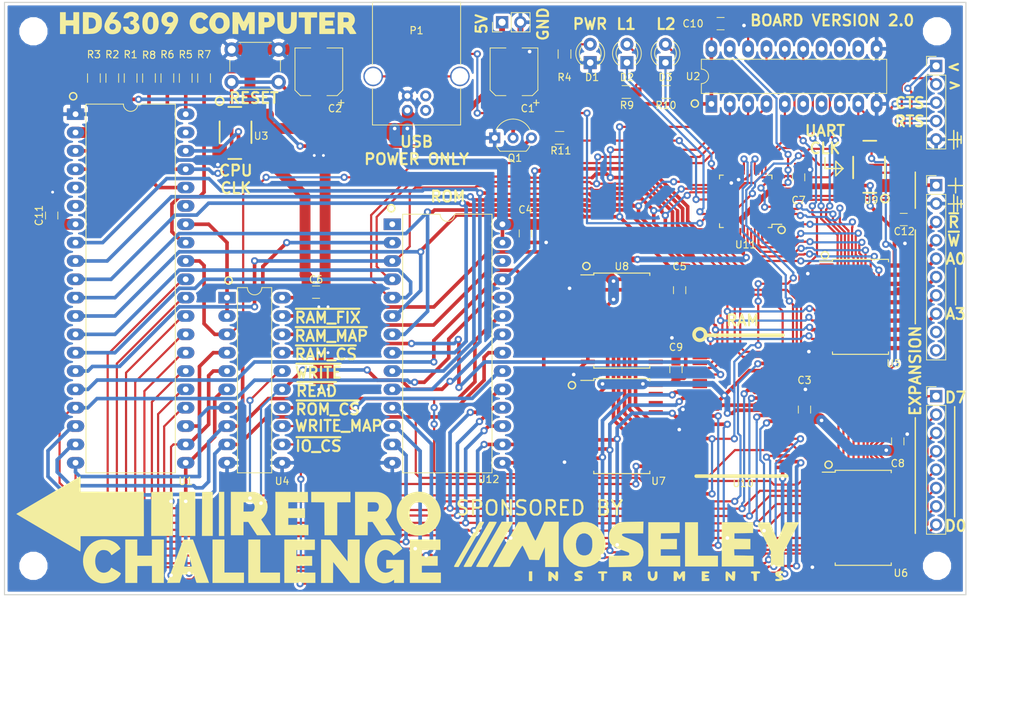
<source format=kicad_pcb>
(kicad_pcb (version 4) (host pcbnew 4.0.4-stable)
  (layers (0 F.Cu signal) (31 B.Cu signal) (34 B.Paste user) (35 F.Paste user) (36 B.SilkS user) (37 F.SilkS user) (38 B.Mask user) (39 F.Mask user) (44 Edge.Cuts user))
  (net 0 "")
  (net 1 +5V)
  (net 2 GND)
  (net 3 "Net-(P1-Pad5)")
  (net 4 "Net-(P3-Pad1)")
  (net 5 "Net-(P3-Pad2)")
  (net 6 "Net-(P3-Pad3)")
  (net 7 "Net-(P3-Pad4)")
  (net 8 "Net-(P3-Pad5)")
  (net 9 "Net-(P3-Pad6)")
  (net 10 "Net-(P3-Pad7)")
  (net 11 "Net-(P3-Pad8)")
  (net 12 "Net-(P4-Pad3)")
  (net 13 "Net-(P4-Pad4)")
  (net 14 "Net-(P4-Pad5)")
  (net 15 "Net-(P4-Pad6)")
  (net 16 "Net-(P4-Pad7)")
  (net 17 "Net-(P4-Pad8)")
  (net 18 UART_RX)
  (net 19 UART_TX)
  (net 20 ~UART_CTS)
  (net 21 ~UART_RTS)
  (net 22 "Net-(Q1-Pad2)")
  (net 23 ~INT)
  (net 24 "Net-(R2-Pad2)")
  (net 25 "Net-(R3-Pad2)")
  (net 26 "Net-(R5-Pad2)")
  (net 27 ~RESET)
  (net 28 "Net-(R7-Pad2)")
  (net 29 "Net-(R8-Pad2)")
  (net 30 "Net-(R11-Pad2)")
  (net 31 /A13)
  (net 32 /A14)
  (net 33 /A15)
  (net 34 /D7)
  (net 35 /D6)
  (net 36 /D5)
  (net 37 /D4)
  (net 38 /A0)
  (net 39 /D3)
  (net 40 /A1)
  (net 41 /D2)
  (net 42 /A2)
  (net 43 /D1)
  (net 44 /A3)
  (net 45 /D0)
  (net 46 /A4)
  (net 47 R/~W)
  (net 48 /A5)
  (net 49 /A6)
  (net 50 "Net-(U1-Pad34)")
  (net 51 /A7)
  (net 52 /A8)
  (net 53 /A9)
  (net 54 /A10)
  (net 55 "Net-(U1-Pad38)")
  (net 56 /A11)
  (net 57 /A12)
  (net 58 ~IO_CS)
  (net 59 ~EXP_WRITE)
  (net 60 ~EXP_READ)
  (net 61 EXP_DIR)
  (net 62 ~EXPANSION_OE)
  (net 63 ~UART_CS)
  (net 64 ~READ)
  (net 65 ~WRITE)
  (net 66 ~ROM_CS)
  (net 67 ~RAM_CS)
  (net 68 ~RAM_FIX)
  (net 69 WRITE_MAP)
  (net 70 ~RAM_MAP)
  (net 71 "Net-(U10-Pad22)")
  (net 72 "Net-(U10-Pad21)")
  (net 73 "Net-(U10-Pad20)")
  (net 74 "Net-(U10-Pad19)")
  (net 75 "Net-(U10-Pad18)")
  (net 76 "Net-(U11-Pad14)")
  (net 77 "Net-(U11-Pad12)")
  (net 78 "Net-(D1-Pad2)")
  (net 79 "Net-(D2-Pad1)")
  (net 80 "Net-(D2-Pad2)")
  (net 81 "Net-(D3-Pad1)")
  (net 82 "Net-(D3-Pad2)")
  (module Pin_Headers:Pin_Header_Straight_1x05_Pitch2.54mm (layer F.Cu) (at 158.42 27.615)
    (fp_text reference P5 hide)
    (fp_text value CONN_01X05 hide)
    (pad 1 thru_hole rect (at 0 0) (size 1.7 1.7) (drill 1) (layers *.Cu *.Mask) (net 18 UART_RX))
    (pad 2 thru_hole oval (at 0 2.54) (size 1.7 1.7) (drill 1) (layers *.Cu *.Mask) (net 19 UART_TX))
    (pad 3 thru_hole oval (at 0 5.08) (size 1.7 1.7) (drill 1) (layers *.Cu *.Mask) (net 20 ~UART_CTS))
    (pad 4 thru_hole oval (at 0 7.62) (size 1.7 1.7) (drill 1) (layers *.Cu *.Mask) (net 21 ~UART_RTS))
    (pad 5 thru_hole oval (at 0 10.16) (size 1.7 1.7) (drill 1) (layers *.Cu *.Mask) (net 2 GND))
  )
  (module Housings_DIP:DIP-40_W15.24mm_LongPads (layer F.Cu) (at 39.37 34.29)
    (fp_text reference U1 (at 15.24 50.8) (layer F.SilkS))
    (fp_text value HD63C09 hide)
    (pad 1 thru_hole rect (at 0 0) (size 2.4 1.6) (drill 0.8) (layers *.Cu *.Mask) (net 2 GND))
    (pad 21 thru_hole oval (at 15.24 48.26) (size 2.4 1.6) (drill 0.8) (layers *.Cu *.Mask) (net 31 /A13))
    (pad 2 thru_hole oval (at 0 2.54) (size 2.4 1.6) (drill 0.8) (layers *.Cu *.Mask) (net 25 "Net-(R3-Pad2)"))
    (pad 22 thru_hole oval (at 15.24 45.72) (size 2.4 1.6) (drill 0.8) (layers *.Cu *.Mask) (net 32 /A14))
    (pad 3 thru_hole oval (at 0 5.08) (size 2.4 1.6) (drill 0.8) (layers *.Cu *.Mask) (net 24 "Net-(R2-Pad2)"))
    (pad 23 thru_hole oval (at 15.24 43.18) (size 2.4 1.6) (drill 0.8) (layers *.Cu *.Mask) (net 33 /A15))
    (pad 4 thru_hole oval (at 0 7.62) (size 2.4 1.6) (drill 0.8) (layers *.Cu *.Mask) (net 23 ~INT))
    (pad 24 thru_hole oval (at 15.24 40.64) (size 2.4 1.6) (drill 0.8) (layers *.Cu *.Mask) (net 34 /D7))
    (pad 5 thru_hole oval (at 0 10.16) (size 2.4 1.6) (drill 0.8) (layers *.Cu *.Mask))
    (pad 25 thru_hole oval (at 15.24 38.1) (size 2.4 1.6) (drill 0.8) (layers *.Cu *.Mask) (net 35 /D6))
    (pad 6 thru_hole oval (at 0 12.7) (size 2.4 1.6) (drill 0.8) (layers *.Cu *.Mask))
    (pad 26 thru_hole oval (at 15.24 35.56) (size 2.4 1.6) (drill 0.8) (layers *.Cu *.Mask) (net 36 /D5))
    (pad 7 thru_hole oval (at 0 15.24) (size 2.4 1.6) (drill 0.8) (layers *.Cu *.Mask) (net 1 +5V))
    (pad 27 thru_hole oval (at 15.24 33.02) (size 2.4 1.6) (drill 0.8) (layers *.Cu *.Mask) (net 37 /D4))
    (pad 8 thru_hole oval (at 0 17.78) (size 2.4 1.6) (drill 0.8) (layers *.Cu *.Mask) (net 38 /A0))
    (pad 28 thru_hole oval (at 15.24 30.48) (size 2.4 1.6) (drill 0.8) (layers *.Cu *.Mask) (net 39 /D3))
    (pad 9 thru_hole oval (at 0 20.32) (size 2.4 1.6) (drill 0.8) (layers *.Cu *.Mask) (net 40 /A1))
    (pad 29 thru_hole oval (at 15.24 27.94) (size 2.4 1.6) (drill 0.8) (layers *.Cu *.Mask) (net 41 /D2))
    (pad 10 thru_hole oval (at 0 22.86) (size 2.4 1.6) (drill 0.8) (layers *.Cu *.Mask) (net 42 /A2))
    (pad 30 thru_hole oval (at 15.24 25.4) (size 2.4 1.6) (drill 0.8) (layers *.Cu *.Mask) (net 43 /D1))
    (pad 11 thru_hole oval (at 0 25.4) (size 2.4 1.6) (drill 0.8) (layers *.Cu *.Mask) (net 44 /A3))
    (pad 31 thru_hole oval (at 15.24 22.86) (size 2.4 1.6) (drill 0.8) (layers *.Cu *.Mask) (net 45 /D0))
    (pad 12 thru_hole oval (at 0 27.94) (size 2.4 1.6) (drill 0.8) (layers *.Cu *.Mask) (net 46 /A4))
    (pad 32 thru_hole oval (at 15.24 20.32) (size 2.4 1.6) (drill 0.8) (layers *.Cu *.Mask) (net 47 R/~W))
    (pad 13 thru_hole oval (at 0 30.48) (size 2.4 1.6) (drill 0.8) (layers *.Cu *.Mask) (net 48 /A5))
    (pad 33 thru_hole oval (at 15.24 17.78) (size 2.4 1.6) (drill 0.8) (layers *.Cu *.Mask) (net 28 "Net-(R7-Pad2)"))
    (pad 14 thru_hole oval (at 0 33.02) (size 2.4 1.6) (drill 0.8) (layers *.Cu *.Mask) (net 49 /A6))
    (pad 34 thru_hole oval (at 15.24 15.24) (size 2.4 1.6) (drill 0.8) (layers *.Cu *.Mask) (net 50 "Net-(U1-Pad34)"))
    (pad 15 thru_hole oval (at 0 35.56) (size 2.4 1.6) (drill 0.8) (layers *.Cu *.Mask) (net 51 /A7))
    (pad 35 thru_hole oval (at 15.24 12.7) (size 2.4 1.6) (drill 0.8) (layers *.Cu *.Mask))
    (pad 16 thru_hole oval (at 0 38.1) (size 2.4 1.6) (drill 0.8) (layers *.Cu *.Mask) (net 52 /A8))
    (pad 36 thru_hole oval (at 15.24 10.16) (size 2.4 1.6) (drill 0.8) (layers *.Cu *.Mask) (net 29 "Net-(R8-Pad2)"))
    (pad 17 thru_hole oval (at 0 40.64) (size 2.4 1.6) (drill 0.8) (layers *.Cu *.Mask) (net 53 /A9))
    (pad 37 thru_hole oval (at 15.24 7.62) (size 2.4 1.6) (drill 0.8) (layers *.Cu *.Mask) (net 27 ~RESET))
    (pad 18 thru_hole oval (at 0 43.18) (size 2.4 1.6) (drill 0.8) (layers *.Cu *.Mask) (net 54 /A10))
    (pad 38 thru_hole oval (at 15.24 5.08) (size 2.4 1.6) (drill 0.8) (layers *.Cu *.Mask) (net 55 "Net-(U1-Pad38)"))
    (pad 19 thru_hole oval (at 0 45.72) (size 2.4 1.6) (drill 0.8) (layers *.Cu *.Mask) (net 56 /A11))
    (pad 39 thru_hole oval (at 15.24 2.54) (size 2.4 1.6) (drill 0.8) (layers *.Cu *.Mask))
    (pad 20 thru_hole oval (at 0 48.26) (size 2.4 1.6) (drill 0.8) (layers *.Cu *.Mask) (net 57 /A12))
    (pad 40 thru_hole oval (at 15.24 0) (size 2.4 1.6) (drill 0.8) (layers *.Cu *.Mask) (net 26 "Net-(R5-Pad2)"))
  )
  (module Housings_DIP:DIP-28_W15.24mm_LongPads (layer F.Cu) (at 83.185 49.53)
    (fp_text reference U12 (at 13.335 35.306) (layer F.SilkS))
    (fp_text value AT28C64B hide)
    (pad 1 thru_hole rect (at 0 0) (size 2.4 1.6) (drill 0.8) (layers *.Cu *.Mask))
    (pad 15 thru_hole oval (at 15.24 33.02) (size 2.4 1.6) (drill 0.8) (layers *.Cu *.Mask) (net 39 /D3))
    (pad 2 thru_hole oval (at 0 2.54) (size 2.4 1.6) (drill 0.8) (layers *.Cu *.Mask) (net 57 /A12))
    (pad 16 thru_hole oval (at 15.24 30.48) (size 2.4 1.6) (drill 0.8) (layers *.Cu *.Mask) (net 37 /D4))
    (pad 3 thru_hole oval (at 0 5.08) (size 2.4 1.6) (drill 0.8) (layers *.Cu *.Mask) (net 51 /A7))
    (pad 17 thru_hole oval (at 15.24 27.94) (size 2.4 1.6) (drill 0.8) (layers *.Cu *.Mask) (net 36 /D5))
    (pad 4 thru_hole oval (at 0 7.62) (size 2.4 1.6) (drill 0.8) (layers *.Cu *.Mask) (net 49 /A6))
    (pad 18 thru_hole oval (at 15.24 25.4) (size 2.4 1.6) (drill 0.8) (layers *.Cu *.Mask) (net 35 /D6))
    (pad 5 thru_hole oval (at 0 10.16) (size 2.4 1.6) (drill 0.8) (layers *.Cu *.Mask) (net 48 /A5))
    (pad 19 thru_hole oval (at 15.24 22.86) (size 2.4 1.6) (drill 0.8) (layers *.Cu *.Mask) (net 34 /D7))
    (pad 6 thru_hole oval (at 0 12.7) (size 2.4 1.6) (drill 0.8) (layers *.Cu *.Mask) (net 46 /A4))
    (pad 20 thru_hole oval (at 15.24 20.32) (size 2.4 1.6) (drill 0.8) (layers *.Cu *.Mask) (net 66 ~ROM_CS))
    (pad 7 thru_hole oval (at 0 15.24) (size 2.4 1.6) (drill 0.8) (layers *.Cu *.Mask) (net 44 /A3))
    (pad 21 thru_hole oval (at 15.24 17.78) (size 2.4 1.6) (drill 0.8) (layers *.Cu *.Mask) (net 54 /A10))
    (pad 8 thru_hole oval (at 0 17.78) (size 2.4 1.6) (drill 0.8) (layers *.Cu *.Mask) (net 42 /A2))
    (pad 22 thru_hole oval (at 15.24 15.24) (size 2.4 1.6) (drill 0.8) (layers *.Cu *.Mask) (net 64 ~READ))
    (pad 9 thru_hole oval (at 0 20.32) (size 2.4 1.6) (drill 0.8) (layers *.Cu *.Mask) (net 40 /A1))
    (pad 23 thru_hole oval (at 15.24 12.7) (size 2.4 1.6) (drill 0.8) (layers *.Cu *.Mask) (net 56 /A11))
    (pad 10 thru_hole oval (at 0 22.86) (size 2.4 1.6) (drill 0.8) (layers *.Cu *.Mask) (net 38 /A0))
    (pad 24 thru_hole oval (at 15.24 10.16) (size 2.4 1.6) (drill 0.8) (layers *.Cu *.Mask) (net 53 /A9))
    (pad 11 thru_hole oval (at 0 25.4) (size 2.4 1.6) (drill 0.8) (layers *.Cu *.Mask) (net 45 /D0))
    (pad 25 thru_hole oval (at 15.24 7.62) (size 2.4 1.6) (drill 0.8) (layers *.Cu *.Mask) (net 52 /A8))
    (pad 12 thru_hole oval (at 0 27.94) (size 2.4 1.6) (drill 0.8) (layers *.Cu *.Mask) (net 43 /D1))
    (pad 26 thru_hole oval (at 15.24 5.08) (size 2.4 1.6) (drill 0.8) (layers *.Cu *.Mask))
    (pad 13 thru_hole oval (at 0 30.48) (size 2.4 1.6) (drill 0.8) (layers *.Cu *.Mask) (net 41 /D2))
    (pad 27 thru_hole oval (at 15.24 2.54) (size 2.4 1.6) (drill 0.8) (layers *.Cu *.Mask) (net 1 +5V))
    (pad 14 thru_hole oval (at 0 33.02) (size 2.4 1.6) (drill 0.8) (layers *.Cu *.Mask) (net 2 GND))
    (pad 28 thru_hole oval (at 15.24 0) (size 2.4 1.6) (drill 0.8) (layers *.Cu *.Mask) (net 1 +5V))
  )
  (module Capacitors_SMD:C_0805_HandSoldering (layer F.Cu) (at 140.208 75.184 90)
    (fp_text reference C3 (at 4.064 0 180) (layer F.SilkS))
    (fp_text value 100n hide)
    (pad 1 smd rect (at -1.25 0 90) (size 1.5 1.25) (layers F.Cu F.Paste F.Mask) (net 1 +5V))
    (pad 2 smd rect (at 1.25 0 90) (size 1.5 1.25) (layers F.Cu F.Paste F.Mask) (net 2 GND))
  )
  (module Capacitors_SMD:C_0805_HandSoldering (layer F.Cu) (at 101.6 50.8 270)
    (fp_text reference C4 (at -3.282 0 360) (layer F.SilkS))
    (fp_text value 100n)
    (pad 1 smd rect (at -1.25 0 270) (size 1.5 1.25) (layers F.Cu F.Paste F.Mask) (net 1 +5V))
    (pad 2 smd rect (at 1.25 0 270) (size 1.5 1.25) (layers F.Cu F.Paste F.Mask) (net 2 GND))
  )
  (module Capacitors_SMD:C_0805_HandSoldering (layer F.Cu) (at 122.936 58.654 270)
    (fp_text reference C5 (at -3.282 0 360) (layer F.SilkS))
    (fp_text value 100n)
    (pad 1 smd rect (at -1.25 0 270) (size 1.5 1.25) (layers F.Cu F.Paste F.Mask) (net 1 +5V))
    (pad 2 smd rect (at 1.25 0 270) (size 1.5 1.25) (layers F.Cu F.Paste F.Mask) (net 2 GND))
  )
  (module Capacitors_SMD:C_0805_HandSoldering (layer F.Cu) (at 72.644 58.928)
    (fp_text reference C6 (at 0 -1.75) (layer F.SilkS))
    (fp_text value 100n)
    (pad 1 smd rect (at -1.25 0) (size 1.5 1.25) (layers F.Cu F.Paste F.Mask) (net 1 +5V))
    (pad 2 smd rect (at 1.25 0) (size 1.5 1.25) (layers F.Cu F.Paste F.Mask) (net 2 GND))
  )
  (module Capacitors_SMD:C_0805_HandSoldering (layer F.Cu) (at 139.395 43.03 90)
    (fp_text reference C7 (at -3.175 0 180) (layer F.SilkS))
    (fp_text value 100n hide)
    (pad 1 smd rect (at -1.25 0 90) (size 1.5 1.25) (layers F.Cu F.Paste F.Mask) (net 1 +5V))
    (pad 2 smd rect (at 1.25 0 90) (size 1.5 1.25) (layers F.Cu F.Paste F.Mask) (net 2 GND))
  )
  (module Capacitors_SMD:C_0805_HandSoldering (layer F.Cu) (at 153.111 79.586 90)
    (fp_text reference C8 (at -3.048 0 180) (layer F.SilkS))
    (fp_text value 100n hide)
    (pad 1 smd rect (at -1.25 0 90) (size 1.5 1.25) (layers F.Cu F.Paste F.Mask) (net 1 +5V))
    (pad 2 smd rect (at 1.25 0 90) (size 1.5 1.25) (layers F.Cu F.Paste F.Mask) (net 2 GND))
  )
  (module Capacitors_SMD:C_0805_HandSoldering (layer F.Cu) (at 122.428 69.596 90)
    (fp_text reference C9 (at 3.048 0 180) (layer F.SilkS))
    (fp_text value 100n)
    (pad 1 smd rect (at -1.25 0 90) (size 1.5 1.25) (layers F.Cu F.Paste F.Mask) (net 1 +5V))
    (pad 2 smd rect (at 1.25 0 90) (size 1.5 1.25) (layers F.Cu F.Paste F.Mask) (net 2 GND))
  )
  (module Capacitors_SMD:C_0805_HandSoldering (layer F.Cu) (at 128.6 21.7575)
    (fp_text reference C10 (at -3.81 0) (layer F.SilkS))
    (fp_text value 100n hide)
    (pad 1 smd rect (at -1.25 0) (size 1.5 1.25) (layers F.Cu F.Paste F.Mask) (net 1 +5V))
    (pad 2 smd rect (at 1.25 0) (size 1.5 1.25) (layers F.Cu F.Paste F.Mask) (net 2 GND))
  )
  (module Capacitors_SMD:C_0805_HandSoldering (layer F.Cu) (at 36.068 48.32 90)
    (fp_text reference C11 (at 0 -1.75 90) (layer F.SilkS))
    (fp_text value 100n)
    (pad 1 smd rect (at -1.25 0 90) (size 1.5 1.25) (layers F.Cu F.Paste F.Mask) (net 1 +5V))
    (pad 2 smd rect (at 1.25 0 90) (size 1.5 1.25) (layers F.Cu F.Paste F.Mask) (net 2 GND))
  )
  (module Capacitors_SMD:C_0805_HandSoldering (layer F.Cu) (at 153.9365 48.872)
    (fp_text reference C12 (at 0.0635 1.651) (layer F.SilkS))
    (fp_text value 100n hide)
    (pad 1 smd rect (at -1.25 0) (size 1.5 1.25) (layers F.Cu F.Paste F.Mask) (net 1 +5V))
    (pad 2 smd rect (at 1.25 0) (size 1.5 1.25) (layers F.Cu F.Paste F.Mask) (net 2 GND))
  )
  (module Connect:USB_B (layer F.Cu) (at 85.27 33.76 90)
    (fp_text reference P1 (at 11.05 1.27 180) (layer F.SilkS))
    (fp_text value USB_B)
    (pad 2 thru_hole circle (at 0 2.54) (size 1.52 1.52) (drill 0.81) (layers *.Cu *.Mask))
    (pad 1 thru_hole circle (at 0 0) (size 1.52 1.52) (drill 0.81) (layers *.Cu *.Mask) (net 1 +5V))
    (pad 4 thru_hole circle (at 2 0) (size 1.52 1.52) (drill 0.81) (layers *.Cu *.Mask) (net 2 GND))
    (pad 3 thru_hole circle (at 2 2.54) (size 1.52 1.52) (drill 0.81) (layers *.Cu *.Mask))
    (pad 5 thru_hole circle (at 4.7 7.27) (size 2.7 2.7) (drill 2.3) (layers *.Cu *.Mask) (net 3 "Net-(P1-Pad5)"))
    (pad 5 thru_hole circle (at 4.7 -4.73) (size 2.7 2.7) (drill 2.3) (layers *.Cu *.Mask) (net 3 "Net-(P1-Pad5)"))
  )
  (module Pin_Headers:Pin_Header_Straight_1x02_Pitch2.54mm (layer F.Cu) (at 98.374 21.567 90)
    (fp_text reference P2 hide)
    (fp_text value CONN_01X02 hide)
    (pad 1 thru_hole rect (at 0 0 90) (size 1.7 1.7) (drill 1) (layers *.Cu *.Mask) (net 1 +5V))
    (pad 2 thru_hole oval (at 0 2.54 90) (size 1.7 1.7) (drill 1) (layers *.Cu *.Mask) (net 2 GND))
  )
  (module Pin_Headers:Pin_Header_Straight_1x08_Pitch2.54mm (layer F.Cu) (at 158.42 73.335)
    (fp_text reference P3 hide)
    (fp_text value CONN_01X08 hide)
    (pad 1 thru_hole rect (at 0 0) (size 1.7 1.7) (drill 1) (layers *.Cu *.Mask) (net 4 "Net-(P3-Pad1)"))
    (pad 2 thru_hole oval (at 0 2.54) (size 1.7 1.7) (drill 1) (layers *.Cu *.Mask) (net 5 "Net-(P3-Pad2)"))
    (pad 3 thru_hole oval (at 0 5.08) (size 1.7 1.7) (drill 1) (layers *.Cu *.Mask) (net 6 "Net-(P3-Pad3)"))
    (pad 4 thru_hole oval (at 0 7.62) (size 1.7 1.7) (drill 1) (layers *.Cu *.Mask) (net 7 "Net-(P3-Pad4)"))
    (pad 5 thru_hole oval (at 0 10.16) (size 1.7 1.7) (drill 1) (layers *.Cu *.Mask) (net 8 "Net-(P3-Pad5)"))
    (pad 6 thru_hole oval (at 0 12.7) (size 1.7 1.7) (drill 1) (layers *.Cu *.Mask) (net 9 "Net-(P3-Pad6)"))
    (pad 7 thru_hole oval (at 0 15.24) (size 1.7 1.7) (drill 1) (layers *.Cu *.Mask) (net 10 "Net-(P3-Pad7)"))
    (pad 8 thru_hole oval (at 0 17.78) (size 1.7 1.7) (drill 1) (layers *.Cu *.Mask) (net 11 "Net-(P3-Pad8)"))
  )
  (module Pin_Headers:Pin_Header_Straight_1x10_Pitch2.54mm (layer F.Cu) (at 158.42 44.125)
    (fp_text reference P4 hide)
    (fp_text value CONN_01X10 hide)
    (pad 1 thru_hole rect (at 0 0) (size 1.7 1.7) (drill 1) (layers *.Cu *.Mask) (net 1 +5V))
    (pad 2 thru_hole oval (at 0 2.54) (size 1.7 1.7) (drill 1) (layers *.Cu *.Mask) (net 2 GND))
    (pad 3 thru_hole oval (at 0 5.08) (size 1.7 1.7) (drill 1) (layers *.Cu *.Mask) (net 12 "Net-(P4-Pad3)"))
    (pad 4 thru_hole oval (at 0 7.62) (size 1.7 1.7) (drill 1) (layers *.Cu *.Mask) (net 13 "Net-(P4-Pad4)"))
    (pad 5 thru_hole oval (at 0 10.16) (size 1.7 1.7) (drill 1) (layers *.Cu *.Mask) (net 14 "Net-(P4-Pad5)"))
    (pad 6 thru_hole oval (at 0 12.7) (size 1.7 1.7) (drill 1) (layers *.Cu *.Mask) (net 15 "Net-(P4-Pad6)"))
    (pad 7 thru_hole oval (at 0 15.24) (size 1.7 1.7) (drill 1) (layers *.Cu *.Mask) (net 16 "Net-(P4-Pad7)"))
    (pad 8 thru_hole oval (at 0 17.78) (size 1.7 1.7) (drill 1) (layers *.Cu *.Mask) (net 17 "Net-(P4-Pad8)"))
    (pad 9 thru_hole oval (at 0 20.32) (size 1.7 1.7) (drill 1) (layers *.Cu *.Mask))
    (pad 10 thru_hole oval (at 0 22.86) (size 1.7 1.7) (drill 1) (layers *.Cu *.Mask))
  )
  (module TO_SOT_Packages_THT:TO-92_Inline_Wide (layer F.Cu) (at 97.358 37.569)
    (fp_text reference Q1 (at 2.794 2.794 180) (layer F.SilkS))
    (fp_text value 2N3904 hide)
    (pad 2 thru_hole circle (at 2.54 0 90) (size 1.52 1.52) (drill 0.8) (layers *.Cu *.Mask) (net 22 "Net-(Q1-Pad2)"))
    (pad 3 thru_hole circle (at 5.08 0 90) (size 1.52 1.52) (drill 0.8) (layers *.Cu *.Mask) (net 23 ~INT))
    (pad 1 thru_hole rect (at 0 0 90) (size 1.52 1.52) (drill 0.8) (layers *.Cu *.Mask) (net 2 GND))
  )
  (module Resistors_SMD:R_0805_HandSoldering (layer F.Cu) (at 46.99 29.29 270)
    (fp_text reference R1 (at -3.255 0 360) (layer F.SilkS))
    (fp_text value 10k)
    (pad 1 smd rect (at -1.35 0 270) (size 1.5 1.3) (layers F.Cu F.Paste F.Mask) (net 1 +5V))
    (pad 2 smd rect (at 1.35 0 270) (size 1.5 1.3) (layers F.Cu F.Paste F.Mask) (net 23 ~INT))
  )
  (module Resistors_SMD:R_0805_HandSoldering (layer F.Cu) (at 44.45 29.29 270)
    (fp_text reference R2 (at -3.255 0 360) (layer F.SilkS))
    (fp_text value 10k)
    (pad 1 smd rect (at -1.35 0 270) (size 1.5 1.3) (layers F.Cu F.Paste F.Mask) (net 1 +5V))
    (pad 2 smd rect (at 1.35 0 270) (size 1.5 1.3) (layers F.Cu F.Paste F.Mask) (net 24 "Net-(R2-Pad2)"))
  )
  (module Resistors_SMD:R_0805_HandSoldering (layer F.Cu) (at 41.91 29.29 270)
    (fp_text reference R3 (at -3.255 0 360) (layer F.SilkS))
    (fp_text value 10k)
    (pad 1 smd rect (at -1.35 0 270) (size 1.5 1.3) (layers F.Cu F.Paste F.Mask) (net 1 +5V))
    (pad 2 smd rect (at 1.35 0 270) (size 1.5 1.3) (layers F.Cu F.Paste F.Mask) (net 25 "Net-(R3-Pad2)"))
  )
  (module Resistors_SMD:R_0805_HandSoldering (layer F.Cu) (at 107.01 25.965 90)
    (fp_text reference R4 (at -3.222 0 180) (layer F.SilkS))
    (fp_text value 330)
    (pad 1 smd rect (at -1.35 0 90) (size 1.5 1.3) (layers F.Cu F.Paste F.Mask) (net 1 +5V))
    (pad 2 smd rect (at 1.35 0 90) (size 1.5 1.3) (layers F.Cu F.Paste F.Mask) (net 78 "Net-(D1-Pad2)"))
  )
  (module Resistors_SMD:R_0805_HandSoldering (layer F.Cu) (at 54.61 29.29 270)
    (fp_text reference R5 (at -3.255 0 360) (layer F.SilkS))
    (fp_text value 10k)
    (pad 1 smd rect (at -1.35 0 270) (size 1.5 1.3) (layers F.Cu F.Paste F.Mask) (net 1 +5V))
    (pad 2 smd rect (at 1.35 0 270) (size 1.5 1.3) (layers F.Cu F.Paste F.Mask) (net 26 "Net-(R5-Pad2)"))
  )
  (module Resistors_SMD:R_0805_HandSoldering (layer F.Cu) (at 52.07 29.29 270)
    (fp_text reference R6 (at -3.255 0 360) (layer F.SilkS))
    (fp_text value 10k)
    (pad 1 smd rect (at -1.35 0 270) (size 1.5 1.3) (layers F.Cu F.Paste F.Mask) (net 1 +5V))
    (pad 2 smd rect (at 1.35 0 270) (size 1.5 1.3) (layers F.Cu F.Paste F.Mask) (net 27 ~RESET))
  )
  (module Resistors_SMD:R_0805_HandSoldering (layer F.Cu) (at 57.15 29.29 270)
    (fp_text reference R7 (at -3.255 0 360) (layer F.SilkS))
    (fp_text value 10k)
    (pad 1 smd rect (at -1.35 0 270) (size 1.5 1.3) (layers F.Cu F.Paste F.Mask) (net 1 +5V))
    (pad 2 smd rect (at 1.35 0 270) (size 1.5 1.3) (layers F.Cu F.Paste F.Mask) (net 28 "Net-(R7-Pad2)"))
  )
  (module Resistors_SMD:R_0805_HandSoldering (layer F.Cu) (at 49.53 29.29 270)
    (fp_text reference R8 (at -3.175 0 360) (layer F.SilkS))
    (fp_text value 10k)
    (pad 1 smd rect (at -1.35 0 270) (size 1.5 1.3) (layers F.Cu F.Paste F.Mask) (net 1 +5V))
    (pad 2 smd rect (at 1.35 0 270) (size 1.5 1.3) (layers F.Cu F.Paste F.Mask) (net 29 "Net-(R8-Pad2)"))
  )
  (module Resistors_SMD:R_0805_HandSoldering (layer F.Cu) (at 115.566 31.219)
    (fp_text reference R9 (at 0.08 1.8415) (layer F.SilkS))
    (fp_text value 330)
    (pad 1 smd rect (at -1.35 0) (size 1.5 1.3) (layers F.Cu F.Paste F.Mask) (net 1 +5V))
    (pad 2 smd rect (at 1.35 0) (size 1.5 1.3) (layers F.Cu F.Paste F.Mask) (net 80 "Net-(D2-Pad2)"))
  )
  (module Resistors_SMD:R_0805_HandSoldering (layer F.Cu) (at 121.06 31.219)
    (fp_text reference R10 (at -0.0165 1.8415) (layer F.SilkS))
    (fp_text value 330)
    (pad 1 smd rect (at -1.35 0) (size 1.5 1.3) (layers F.Cu F.Paste F.Mask) (net 1 +5V))
    (pad 2 smd rect (at 1.35 0) (size 1.5 1.3) (layers F.Cu F.Paste F.Mask) (net 82 "Net-(D3-Pad2)"))
  )
  (module Resistors_SMD:R_0805_HandSoldering (layer F.Cu) (at 106.328 37.569)
    (fp_text reference R11 (at 0.174 1.778) (layer F.SilkS))
    (fp_text value 4k7 hide)
    (pad 1 smd rect (at -1.35 0) (size 1.5 1.3) (layers F.Cu F.Paste F.Mask) (net 22 "Net-(Q1-Pad2)"))
    (pad 2 smd rect (at 1.35 0) (size 1.5 1.3) (layers F.Cu F.Paste F.Mask) (net 30 "Net-(R11-Pad2)"))
  )
  (module Housings_DIP:DIP-20_W7.62mm_LongPads (layer F.Cu) (at 127.33 32.87 90)
    (fp_text reference U2 (at 3.81 -2.54 180) (layer F.SilkS))
    (fp_text value ATF16V8B hide)
    (pad 1 thru_hole rect (at 0 0 90) (size 2.4 1.6) (drill 0.8) (layers *.Cu *.Mask) (net 1 +5V))
    (pad 11 thru_hole oval (at 7.62 22.86 90) (size 2.4 1.6) (drill 0.8) (layers *.Cu *.Mask) (net 2 GND))
    (pad 2 thru_hole oval (at 0 2.54 90) (size 2.4 1.6) (drill 0.8) (layers *.Cu *.Mask) (net 46 /A4))
    (pad 12 thru_hole oval (at 7.62 20.32 90) (size 2.4 1.6) (drill 0.8) (layers *.Cu *.Mask))
    (pad 3 thru_hole oval (at 0 5.08 90) (size 2.4 1.6) (drill 0.8) (layers *.Cu *.Mask) (net 48 /A5))
    (pad 13 thru_hole oval (at 7.62 17.78 90) (size 2.4 1.6) (drill 0.8) (layers *.Cu *.Mask))
    (pad 4 thru_hole oval (at 0 7.62 90) (size 2.4 1.6) (drill 0.8) (layers *.Cu *.Mask) (net 49 /A6))
    (pad 14 thru_hole oval (at 7.62 15.24 90) (size 2.4 1.6) (drill 0.8) (layers *.Cu *.Mask))
    (pad 5 thru_hole oval (at 0 10.16 90) (size 2.4 1.6) (drill 0.8) (layers *.Cu *.Mask) (net 47 R/~W))
    (pad 15 thru_hole oval (at 7.62 12.7 90) (size 2.4 1.6) (drill 0.8) (layers *.Cu *.Mask) (net 59 ~EXP_WRITE))
    (pad 6 thru_hole oval (at 0 12.7 90) (size 2.4 1.6) (drill 0.8) (layers *.Cu *.Mask))
    (pad 16 thru_hole oval (at 7.62 10.16 90) (size 2.4 1.6) (drill 0.8) (layers *.Cu *.Mask) (net 60 ~EXP_READ))
    (pad 7 thru_hole oval (at 0 15.24 90) (size 2.4 1.6) (drill 0.8) (layers *.Cu *.Mask))
    (pad 17 thru_hole oval (at 7.62 7.62 90) (size 2.4 1.6) (drill 0.8) (layers *.Cu *.Mask) (net 61 EXP_DIR))
    (pad 8 thru_hole oval (at 0 17.78 90) (size 2.4 1.6) (drill 0.8) (layers *.Cu *.Mask))
    (pad 18 thru_hole oval (at 7.62 5.08 90) (size 2.4 1.6) (drill 0.8) (layers *.Cu *.Mask) (net 62 ~EXPANSION_OE))
    (pad 9 thru_hole oval (at 0 20.32 90) (size 2.4 1.6) (drill 0.8) (layers *.Cu *.Mask) (net 58 ~IO_CS))
    (pad 19 thru_hole oval (at 7.62 2.54 90) (size 2.4 1.6) (drill 0.8) (layers *.Cu *.Mask) (net 63 ~UART_CS))
    (pad 10 thru_hole oval (at 0 22.86 90) (size 2.4 1.6) (drill 0.8) (layers *.Cu *.Mask) (net 2 GND))
    (pad 20 thru_hole oval (at 7.62 0 90) (size 2.4 1.6) (drill 0.8) (layers *.Cu *.Mask) (net 1 +5V))
  )
  (module mi_footprints:OSCSMD7x5 (layer F.Cu) (at 59.3 34.29 270)
    (fp_text reference U3 (at 3.025 -5.74 360) (layer F.SilkS))
    (fp_text value "12 MHz osc")
    (pad 1 smd rect (at 0 0 270) (size 1.8 2) (layers F.Cu F.Paste F.Mask))
    (pad 2 smd rect (at 5.08 0 270) (size 1.8 2) (layers F.Cu F.Paste F.Mask) (net 2 GND))
    (pad 3 smd rect (at 5.08 -4.2 270) (size 1.8 2) (layers F.Cu F.Paste F.Mask) (net 55 "Net-(U1-Pad38)"))
    (pad 4 smd rect (at 0 -4.2 270) (size 1.8 2) (layers F.Cu F.Paste F.Mask) (net 1 +5V))
  )
  (module Housings_DIP:DIP-20_W7.62mm_LongPads (layer F.Cu) (at 60.325 59.69)
    (fp_text reference U4 (at 7.62 25.4) (layer F.SilkS))
    (fp_text value ATF16V8B hide)
    (pad 1 thru_hole rect (at 0 0) (size 2.4 1.6) (drill 0.8) (layers *.Cu *.Mask) (net 50 "Net-(U1-Pad34)"))
    (pad 11 thru_hole oval (at 7.62 22.86) (size 2.4 1.6) (drill 0.8) (layers *.Cu *.Mask) (net 2 GND))
    (pad 2 thru_hole oval (at 0 2.54) (size 2.4 1.6) (drill 0.8) (layers *.Cu *.Mask) (net 50 "Net-(U1-Pad34)"))
    (pad 12 thru_hole oval (at 7.62 20.32) (size 2.4 1.6) (drill 0.8) (layers *.Cu *.Mask) (net 58 ~IO_CS))
    (pad 3 thru_hole oval (at 0 5.08) (size 2.4 1.6) (drill 0.8) (layers *.Cu *.Mask) (net 47 R/~W))
    (pad 13 thru_hole oval (at 7.62 17.78) (size 2.4 1.6) (drill 0.8) (layers *.Cu *.Mask) (net 69 WRITE_MAP))
    (pad 4 thru_hole oval (at 0 7.62) (size 2.4 1.6) (drill 0.8) (layers *.Cu *.Mask) (net 33 /A15))
    (pad 14 thru_hole oval (at 7.62 15.24) (size 2.4 1.6) (drill 0.8) (layers *.Cu *.Mask) (net 66 ~ROM_CS))
    (pad 5 thru_hole oval (at 0 10.16) (size 2.4 1.6) (drill 0.8) (layers *.Cu *.Mask) (net 32 /A14))
    (pad 15 thru_hole oval (at 7.62 12.7) (size 2.4 1.6) (drill 0.8) (layers *.Cu *.Mask) (net 64 ~READ))
    (pad 6 thru_hole oval (at 0 12.7) (size 2.4 1.6) (drill 0.8) (layers *.Cu *.Mask) (net 31 /A13))
    (pad 16 thru_hole oval (at 7.62 10.16) (size 2.4 1.6) (drill 0.8) (layers *.Cu *.Mask) (net 65 ~WRITE))
    (pad 7 thru_hole oval (at 0 15.24) (size 2.4 1.6) (drill 0.8) (layers *.Cu *.Mask) (net 57 /A12))
    (pad 17 thru_hole oval (at 7.62 7.62) (size 2.4 1.6) (drill 0.8) (layers *.Cu *.Mask) (net 67 ~RAM_CS))
    (pad 8 thru_hole oval (at 0 17.78) (size 2.4 1.6) (drill 0.8) (layers *.Cu *.Mask) (net 56 /A11))
    (pad 18 thru_hole oval (at 7.62 5.08) (size 2.4 1.6) (drill 0.8) (layers *.Cu *.Mask) (net 70 ~RAM_MAP))
    (pad 9 thru_hole oval (at 0 20.32) (size 2.4 1.6) (drill 0.8) (layers *.Cu *.Mask) (net 54 /A10))
    (pad 19 thru_hole oval (at 7.62 2.54) (size 2.4 1.6) (drill 0.8) (layers *.Cu *.Mask) (net 68 ~RAM_FIX))
    (pad 10 thru_hole oval (at 0 22.86) (size 2.4 1.6) (drill 0.8) (layers *.Cu *.Mask) (net 2 GND))
    (pad 20 thru_hole oval (at 7.62 0) (size 2.4 1.6) (drill 0.8) (layers *.Cu *.Mask) (net 1 +5V))
  )
  (module Housings_SOIC:SOIC-20W_7.5x12.8mm_Pitch1.27mm (layer F.Cu) (at 147.955 60.96)
    (fp_text reference U5 (at 4.585 7.855) (layer F.SilkS))
    (fp_text value 74HC541 hide)
    (pad 1 smd rect (at -4.7 -5.715) (size 1.95 0.6) (layers F.Cu F.Paste F.Mask) (net 2 GND))
    (pad 2 smd rect (at -4.7 -4.445) (size 1.95 0.6) (layers F.Cu F.Paste F.Mask) (net 60 ~EXP_READ))
    (pad 3 smd rect (at -4.7 -3.175) (size 1.95 0.6) (layers F.Cu F.Paste F.Mask) (net 59 ~EXP_WRITE))
    (pad 4 smd rect (at -4.7 -1.905) (size 1.95 0.6) (layers F.Cu F.Paste F.Mask) (net 2 GND))
    (pad 5 smd rect (at -4.7 -0.635) (size 1.95 0.6) (layers F.Cu F.Paste F.Mask) (net 2 GND))
    (pad 6 smd rect (at -4.7 0.635) (size 1.95 0.6) (layers F.Cu F.Paste F.Mask) (net 38 /A0))
    (pad 7 smd rect (at -4.7 1.905) (size 1.95 0.6) (layers F.Cu F.Paste F.Mask) (net 40 /A1))
    (pad 8 smd rect (at -4.7 3.175) (size 1.95 0.6) (layers F.Cu F.Paste F.Mask) (net 42 /A2))
    (pad 9 smd rect (at -4.7 4.445) (size 1.95 0.6) (layers F.Cu F.Paste F.Mask) (net 44 /A3))
    (pad 10 smd rect (at -4.7 5.715) (size 1.95 0.6) (layers F.Cu F.Paste F.Mask) (net 2 GND))
    (pad 11 smd rect (at 4.7 5.715) (size 1.95 0.6) (layers F.Cu F.Paste F.Mask) (net 17 "Net-(P4-Pad8)"))
    (pad 12 smd rect (at 4.7 4.445) (size 1.95 0.6) (layers F.Cu F.Paste F.Mask) (net 16 "Net-(P4-Pad7)"))
    (pad 13 smd rect (at 4.7 3.175) (size 1.95 0.6) (layers F.Cu F.Paste F.Mask) (net 15 "Net-(P4-Pad6)"))
    (pad 14 smd rect (at 4.7 1.905) (size 1.95 0.6) (layers F.Cu F.Paste F.Mask) (net 14 "Net-(P4-Pad5)"))
    (pad 15 smd rect (at 4.7 0.635) (size 1.95 0.6) (layers F.Cu F.Paste F.Mask))
    (pad 16 smd rect (at 4.7 -0.635) (size 1.95 0.6) (layers F.Cu F.Paste F.Mask))
    (pad 17 smd rect (at 4.7 -1.905) (size 1.95 0.6) (layers F.Cu F.Paste F.Mask) (net 13 "Net-(P4-Pad4)"))
    (pad 18 smd rect (at 4.7 -3.175) (size 1.95 0.6) (layers F.Cu F.Paste F.Mask) (net 12 "Net-(P4-Pad3)"))
    (pad 19 smd rect (at 4.7 -4.445) (size 1.95 0.6) (layers F.Cu F.Paste F.Mask) (net 2 GND))
    (pad 20 smd rect (at 4.7 -5.715) (size 1.95 0.6) (layers F.Cu F.Paste F.Mask) (net 1 +5V))
  )
  (module Housings_SOIC:SOIC-20W_7.5x12.8mm_Pitch1.27mm (layer F.Cu) (at 148.336 90.17)
    (fp_text reference U6 (at 5.204 7.645) (layer F.SilkS))
    (fp_text value 74HCT245 hide)
    (pad 1 smd rect (at -4.7 -5.715) (size 1.95 0.6) (layers F.Cu F.Paste F.Mask) (net 61 EXP_DIR))
    (pad 2 smd rect (at -4.7 -4.445) (size 1.95 0.6) (layers F.Cu F.Paste F.Mask) (net 34 /D7))
    (pad 3 smd rect (at -4.7 -3.175) (size 1.95 0.6) (layers F.Cu F.Paste F.Mask) (net 35 /D6))
    (pad 4 smd rect (at -4.7 -1.905) (size 1.95 0.6) (layers F.Cu F.Paste F.Mask) (net 36 /D5))
    (pad 5 smd rect (at -4.7 -0.635) (size 1.95 0.6) (layers F.Cu F.Paste F.Mask) (net 37 /D4))
    (pad 6 smd rect (at -4.7 0.635) (size 1.95 0.6) (layers F.Cu F.Paste F.Mask) (net 39 /D3))
    (pad 7 smd rect (at -4.7 1.905) (size 1.95 0.6) (layers F.Cu F.Paste F.Mask) (net 41 /D2))
    (pad 8 smd rect (at -4.7 3.175) (size 1.95 0.6) (layers F.Cu F.Paste F.Mask) (net 43 /D1))
    (pad 9 smd rect (at -4.7 4.445) (size 1.95 0.6) (layers F.Cu F.Paste F.Mask) (net 45 /D0))
    (pad 10 smd rect (at -4.7 5.715) (size 1.95 0.6) (layers F.Cu F.Paste F.Mask) (net 2 GND))
    (pad 11 smd rect (at 4.7 5.715) (size 1.95 0.6) (layers F.Cu F.Paste F.Mask) (net 11 "Net-(P3-Pad8)"))
    (pad 12 smd rect (at 4.7 4.445) (size 1.95 0.6) (layers F.Cu F.Paste F.Mask) (net 10 "Net-(P3-Pad7)"))
    (pad 13 smd rect (at 4.7 3.175) (size 1.95 0.6) (layers F.Cu F.Paste F.Mask) (net 9 "Net-(P3-Pad6)"))
    (pad 14 smd rect (at 4.7 1.905) (size 1.95 0.6) (layers F.Cu F.Paste F.Mask) (net 8 "Net-(P3-Pad5)"))
    (pad 15 smd rect (at 4.7 0.635) (size 1.95 0.6) (layers F.Cu F.Paste F.Mask) (net 7 "Net-(P3-Pad4)"))
    (pad 16 smd rect (at 4.7 -0.635) (size 1.95 0.6) (layers F.Cu F.Paste F.Mask) (net 6 "Net-(P3-Pad3)"))
    (pad 17 smd rect (at 4.7 -1.905) (size 1.95 0.6) (layers F.Cu F.Paste F.Mask) (net 5 "Net-(P3-Pad2)"))
    (pad 18 smd rect (at 4.7 -3.175) (size 1.95 0.6) (layers F.Cu F.Paste F.Mask) (net 4 "Net-(P3-Pad1)"))
    (pad 19 smd rect (at 4.7 -4.445) (size 1.95 0.6) (layers F.Cu F.Paste F.Mask) (net 62 ~EXPANSION_OE))
    (pad 20 smd rect (at 4.7 -5.715) (size 1.95 0.6) (layers F.Cu F.Paste F.Mask) (net 1 +5V))
  )
  (module Housings_SOIC:SOIC-20W_7.5x12.8mm_Pitch1.27mm (layer F.Cu) (at 114.935 77.47)
    (fp_text reference U7 (at 5.08 7.62) (layer F.SilkS))
    (fp_text value 74HC574 hide)
    (pad 1 smd rect (at -4.7 -5.715) (size 1.95 0.6) (layers F.Cu F.Paste F.Mask) (net 70 ~RAM_MAP))
    (pad 2 smd rect (at -4.7 -4.445) (size 1.95 0.6) (layers F.Cu F.Paste F.Mask) (net 1 +5V))
    (pad 3 smd rect (at -4.7 -3.175) (size 1.95 0.6) (layers F.Cu F.Paste F.Mask) (net 1 +5V))
    (pad 4 smd rect (at -4.7 -1.905) (size 1.95 0.6) (layers F.Cu F.Paste F.Mask) (net 1 +5V))
    (pad 5 smd rect (at -4.7 -0.635) (size 1.95 0.6) (layers F.Cu F.Paste F.Mask) (net 37 /D4))
    (pad 6 smd rect (at -4.7 0.635) (size 1.95 0.6) (layers F.Cu F.Paste F.Mask) (net 39 /D3))
    (pad 7 smd rect (at -4.7 1.905) (size 1.95 0.6) (layers F.Cu F.Paste F.Mask) (net 41 /D2))
    (pad 8 smd rect (at -4.7 3.175) (size 1.95 0.6) (layers F.Cu F.Paste F.Mask) (net 43 /D1))
    (pad 9 smd rect (at -4.7 4.445) (size 1.95 0.6) (layers F.Cu F.Paste F.Mask) (net 45 /D0))
    (pad 10 smd rect (at -4.7 5.715) (size 1.95 0.6) (layers F.Cu F.Paste F.Mask) (net 2 GND))
    (pad 11 smd rect (at 4.7 5.715) (size 1.95 0.6) (layers F.Cu F.Paste F.Mask) (net 69 WRITE_MAP))
    (pad 12 smd rect (at 4.7 4.445) (size 1.95 0.6) (layers F.Cu F.Paste F.Mask) (net 71 "Net-(U10-Pad22)"))
    (pad 13 smd rect (at 4.7 3.175) (size 1.95 0.6) (layers F.Cu F.Paste F.Mask) (net 72 "Net-(U10-Pad21)"))
    (pad 14 smd rect (at 4.7 1.905) (size 1.95 0.6) (layers F.Cu F.Paste F.Mask) (net 73 "Net-(U10-Pad20)"))
    (pad 15 smd rect (at 4.7 0.635) (size 1.95 0.6) (layers F.Cu F.Paste F.Mask) (net 74 "Net-(U10-Pad19)"))
    (pad 16 smd rect (at 4.7 -0.635) (size 1.95 0.6) (layers F.Cu F.Paste F.Mask) (net 75 "Net-(U10-Pad18)"))
    (pad 17 smd rect (at 4.7 -1.905) (size 1.95 0.6) (layers F.Cu F.Paste F.Mask))
    (pad 18 smd rect (at 4.7 -3.175) (size 1.95 0.6) (layers F.Cu F.Paste F.Mask))
    (pad 19 smd rect (at 4.7 -4.445) (size 1.95 0.6) (layers F.Cu F.Paste F.Mask))
    (pad 20 smd rect (at 4.7 -5.715) (size 1.95 0.6) (layers F.Cu F.Paste F.Mask) (net 1 +5V))
  )
  (module Housings_SOIC:SOIC-20W_7.5x12.8mm_Pitch1.27mm (layer F.Cu) (at 114.936 62.865)
    (fp_text reference U8 (at 0 -7.5) (layer F.SilkS))
    (fp_text value 74HC541)
    (pad 1 smd rect (at -4.7 -5.715) (size 1.95 0.6) (layers F.Cu F.Paste F.Mask) (net 68 ~RAM_FIX))
    (pad 2 smd rect (at -4.7 -4.445) (size 1.95 0.6) (layers F.Cu F.Paste F.Mask) (net 2 GND))
    (pad 3 smd rect (at -4.7 -3.175) (size 1.95 0.6) (layers F.Cu F.Paste F.Mask) (net 2 GND))
    (pad 4 smd rect (at -4.7 -1.905) (size 1.95 0.6) (layers F.Cu F.Paste F.Mask) (net 2 GND))
    (pad 5 smd rect (at -4.7 -0.635) (size 1.95 0.6) (layers F.Cu F.Paste F.Mask) (net 2 GND))
    (pad 6 smd rect (at -4.7 0.635) (size 1.95 0.6) (layers F.Cu F.Paste F.Mask) (net 2 GND))
    (pad 7 smd rect (at -4.7 1.905) (size 1.95 0.6) (layers F.Cu F.Paste F.Mask) (net 2 GND))
    (pad 8 smd rect (at -4.7 3.175) (size 1.95 0.6) (layers F.Cu F.Paste F.Mask) (net 2 GND))
    (pad 9 smd rect (at -4.7 4.445) (size 1.95 0.6) (layers F.Cu F.Paste F.Mask) (net 2 GND))
    (pad 10 smd rect (at -4.7 5.715) (size 1.95 0.6) (layers F.Cu F.Paste F.Mask) (net 2 GND))
    (pad 11 smd rect (at 4.7 5.715) (size 1.95 0.6) (layers F.Cu F.Paste F.Mask))
    (pad 12 smd rect (at 4.7 4.445) (size 1.95 0.6) (layers F.Cu F.Paste F.Mask))
    (pad 13 smd rect (at 4.7 3.175) (size 1.95 0.6) (layers F.Cu F.Paste F.Mask))
    (pad 14 smd rect (at 4.7 1.905) (size 1.95 0.6) (layers F.Cu F.Paste F.Mask) (net 75 "Net-(U10-Pad18)"))
    (pad 15 smd rect (at 4.7 0.635) (size 1.95 0.6) (layers F.Cu F.Paste F.Mask) (net 74 "Net-(U10-Pad19)"))
    (pad 16 smd rect (at 4.7 -0.635) (size 1.95 0.6) (layers F.Cu F.Paste F.Mask) (net 73 "Net-(U10-Pad20)"))
    (pad 17 smd rect (at 4.7 -1.905) (size 1.95 0.6) (layers F.Cu F.Paste F.Mask) (net 72 "Net-(U10-Pad21)"))
    (pad 18 smd rect (at 4.7 -3.175) (size 1.95 0.6) (layers F.Cu F.Paste F.Mask) (net 71 "Net-(U10-Pad22)"))
    (pad 19 smd rect (at 4.7 -4.445) (size 1.95 0.6) (layers F.Cu F.Paste F.Mask) (net 2 GND))
    (pad 20 smd rect (at 4.7 -5.715) (size 1.95 0.6) (layers F.Cu F.Paste F.Mask) (net 1 +5V))
  )
  (module mi_footprints:OSCSMD7x5 (layer F.Cu) (at 151.342 44.173 90)
    (fp_text reference U9 (at -2.032 -1.914 180) (layer F.SilkS))
    (fp_text value "7.3728 MHz" hide)
    (pad 1 smd rect (at 0 0 90) (size 1.8 2) (layers F.Cu F.Paste F.Mask))
    (pad 2 smd rect (at 5.08 0 90) (size 1.8 2) (layers F.Cu F.Paste F.Mask) (net 2 GND))
    (pad 3 smd rect (at 5.08 -4.2 90) (size 1.8 2) (layers F.Cu F.Paste F.Mask) (net 76 "Net-(U11-Pad14)"))
    (pad 4 smd rect (at 0 -4.2 90) (size 1.8 2) (layers F.Cu F.Paste F.Mask) (net 1 +5V))
  )
  (module mi_footprints:TSOP-II_44pin_W400mil (layer F.Cu) (at 125.73 66.396)
    (fp_text reference U10 (at 6 19) (layer F.SilkS))
    (fp_text value AS6C8008 hide)
    (pad 1 smd rect (at 0 0) (size 2 0.48) (layers F.Cu F.Paste F.Mask) (net 46 /A4))
    (pad 2 smd rect (at 0 0.8) (size 2 0.48) (layers F.Cu F.Paste F.Mask) (net 44 /A3))
    (pad 3 smd rect (at 0 1.6) (size 2 0.48) (layers F.Cu F.Paste F.Mask) (net 42 /A2))
    (pad 4 smd rect (at 0 2.4) (size 2 0.48) (layers F.Cu F.Paste F.Mask) (net 40 /A1))
    (pad 5 smd rect (at 0 3.2) (size 2 0.48) (layers F.Cu F.Paste F.Mask) (net 38 /A0))
    (pad 6 smd rect (at 0 4) (size 2 0.48) (layers F.Cu F.Paste F.Mask) (net 67 ~RAM_CS))
    (pad 7 smd rect (at 0 4.8) (size 2 0.48) (layers F.Cu F.Paste F.Mask))
    (pad 8 smd rect (at 0 5.6) (size 2 0.48) (layers F.Cu F.Paste F.Mask))
    (pad 9 smd rect (at 0 6.4) (size 2 0.48) (layers F.Cu F.Paste F.Mask) (net 45 /D0))
    (pad 10 smd rect (at 0 7.2) (size 2 0.48) (layers F.Cu F.Paste F.Mask) (net 43 /D1))
    (pad 11 smd rect (at 0 8) (size 2 0.48) (layers F.Cu F.Paste F.Mask) (net 1 +5V))
    (pad 12 smd rect (at 0 8.8) (size 2 0.48) (layers F.Cu F.Paste F.Mask) (net 2 GND))
    (pad 13 smd rect (at 0 9.6) (size 2 0.48) (layers F.Cu F.Paste F.Mask) (net 41 /D2))
    (pad 14 smd rect (at 0 10.4) (size 2 0.48) (layers F.Cu F.Paste F.Mask) (net 39 /D3))
    (pad 15 smd rect (at 0 11.2) (size 2 0.48) (layers F.Cu F.Paste F.Mask))
    (pad 16 smd rect (at 0 12) (size 2 0.48) (layers F.Cu F.Paste F.Mask))
    (pad 17 smd rect (at 0 12.8) (size 2 0.48) (layers F.Cu F.Paste F.Mask) (net 65 ~WRITE))
    (pad 18 smd rect (at 0 13.6) (size 2 0.48) (layers F.Cu F.Paste F.Mask) (net 75 "Net-(U10-Pad18)"))
    (pad 19 smd rect (at 0 14.4) (size 2 0.48) (layers F.Cu F.Paste F.Mask) (net 74 "Net-(U10-Pad19)"))
    (pad 20 smd rect (at 0 15.2) (size 2 0.48) (layers F.Cu F.Paste F.Mask) (net 73 "Net-(U10-Pad20)"))
    (pad 21 smd rect (at 0 16) (size 2 0.48) (layers F.Cu F.Paste F.Mask) (net 72 "Net-(U10-Pad21)"))
    (pad 22 smd rect (at 0 16.8) (size 2 0.48) (layers F.Cu F.Paste F.Mask) (net 71 "Net-(U10-Pad22)"))
    (pad 23 smd rect (at 11.4572 16.8) (size 2 0.48) (layers F.Cu F.Paste F.Mask) (net 32 /A14))
    (pad 24 smd rect (at 11.4572 16) (size 2 0.48) (layers F.Cu F.Paste F.Mask) (net 31 /A13))
    (pad 25 smd rect (at 11.4572 15.2) (size 2 0.48) (layers F.Cu F.Paste F.Mask) (net 57 /A12))
    (pad 26 smd rect (at 11.4572 14.4) (size 2 0.48) (layers F.Cu F.Paste F.Mask) (net 56 /A11))
    (pad 27 smd rect (at 11.4572 13.6) (size 2 0.48) (layers F.Cu F.Paste F.Mask) (net 54 /A10))
    (pad 28 smd rect (at 11.4572 12.8) (size 2 0.48) (layers F.Cu F.Paste F.Mask) (net 53 /A9))
    (pad 29 smd rect (at 11.4572 12) (size 2 0.48) (layers F.Cu F.Paste F.Mask))
    (pad 30 smd rect (at 11.4572 11.2) (size 2 0.48) (layers F.Cu F.Paste F.Mask))
    (pad 31 smd rect (at 11.4572 10.4) (size 2 0.48) (layers F.Cu F.Paste F.Mask) (net 37 /D4))
    (pad 32 smd rect (at 11.4572 9.6) (size 2 0.48) (layers F.Cu F.Paste F.Mask) (net 36 /D5))
    (pad 33 smd rect (at 11.4572 8.8) (size 2 0.48) (layers F.Cu F.Paste F.Mask) (net 1 +5V))
    (pad 34 smd rect (at 11.4572 8) (size 2 0.48) (layers F.Cu F.Paste F.Mask) (net 2 GND))
    (pad 35 smd rect (at 11.4572 7.2) (size 2 0.48) (layers F.Cu F.Paste F.Mask) (net 35 /D6))
    (pad 36 smd rect (at 11.4572 6.4) (size 2 0.48) (layers F.Cu F.Paste F.Mask) (net 34 /D7))
    (pad 37 smd rect (at 11.4572 5.6) (size 2 0.48) (layers F.Cu F.Paste F.Mask))
    (pad 38 smd rect (at 11.4572 4.8) (size 2 0.48) (layers F.Cu F.Paste F.Mask))
    (pad 39 smd rect (at 11.4572 4) (size 2 0.48) (layers F.Cu F.Paste F.Mask) (net 52 /A8))
    (pad 40 smd rect (at 11.4572 3.2) (size 2 0.48) (layers F.Cu F.Paste F.Mask) (net 1 +5V))
    (pad 41 smd rect (at 11.4572 2.4) (size 2 0.48) (layers F.Cu F.Paste F.Mask) (net 64 ~READ))
    (pad 42 smd rect (at 11.4572 1.6) (size 2 0.48) (layers F.Cu F.Paste F.Mask) (net 51 /A7))
    (pad 43 smd rect (at 11.4572 0.8) (size 2 0.48) (layers F.Cu F.Paste F.Mask) (net 49 /A6))
    (pad 44 smd rect (at 11.4572 0) (size 2 0.48) (layers F.Cu F.Paste F.Mask) (net 48 /A5))
  )
  (module Housings_QFP:LQFP-48_7x7mm_Pitch0.5mm (layer F.Cu) (at 132.08 46.355 180)
    (fp_text reference U11 (at 0 -6 180) (layer F.SilkS))
    (fp_text value SC16C550B hide)
    (pad 1 smd rect (at -4.35 -2.75 180) (size 1.3 0.25) (layers F.Cu F.Paste F.Mask))
    (pad 2 smd rect (at -4.35 -2.25 180) (size 1.3 0.25) (layers F.Cu F.Paste F.Mask) (net 36 /D5))
    (pad 3 smd rect (at -4.35 -1.75 180) (size 1.3 0.25) (layers F.Cu F.Paste F.Mask) (net 35 /D6))
    (pad 4 smd rect (at -4.35 -1.25 180) (size 1.3 0.25) (layers F.Cu F.Paste F.Mask) (net 34 /D7))
    (pad 5 smd rect (at -4.35 -0.75 180) (size 1.3 0.25) (layers F.Cu F.Paste F.Mask) (net 77 "Net-(U11-Pad12)"))
    (pad 6 smd rect (at -4.35 -0.25 180) (size 1.3 0.25) (layers F.Cu F.Paste F.Mask))
    (pad 7 smd rect (at -4.35 0.25 180) (size 1.3 0.25) (layers F.Cu F.Paste F.Mask) (net 18 UART_RX))
    (pad 8 smd rect (at -4.35 0.75 180) (size 1.3 0.25) (layers F.Cu F.Paste F.Mask) (net 19 UART_TX))
    (pad 9 smd rect (at -4.35 1.25 180) (size 1.3 0.25) (layers F.Cu F.Paste F.Mask) (net 1 +5V))
    (pad 10 smd rect (at -4.35 1.75 180) (size 1.3 0.25) (layers F.Cu F.Paste F.Mask) (net 1 +5V))
    (pad 11 smd rect (at -4.35 2.25 180) (size 1.3 0.25) (layers F.Cu F.Paste F.Mask) (net 63 ~UART_CS))
    (pad 12 smd rect (at -4.35 2.75 180) (size 1.3 0.25) (layers F.Cu F.Paste F.Mask) (net 77 "Net-(U11-Pad12)"))
    (pad 13 smd rect (at -2.75 4.35 270) (size 1.3 0.25) (layers F.Cu F.Paste F.Mask))
    (pad 14 smd rect (at -2.25 4.35 270) (size 1.3 0.25) (layers F.Cu F.Paste F.Mask) (net 76 "Net-(U11-Pad14)"))
    (pad 15 smd rect (at -1.75 4.35 270) (size 1.3 0.25) (layers F.Cu F.Paste F.Mask))
    (pad 16 smd rect (at -1.25 4.35 270) (size 1.3 0.25) (layers F.Cu F.Paste F.Mask) (net 65 ~WRITE))
    (pad 17 smd rect (at -0.75 4.35 270) (size 1.3 0.25) (layers F.Cu F.Paste F.Mask) (net 2 GND))
    (pad 18 smd rect (at -0.25 4.35 270) (size 1.3 0.25) (layers F.Cu F.Paste F.Mask) (net 2 GND))
    (pad 19 smd rect (at 0.25 4.35 270) (size 1.3 0.25) (layers F.Cu F.Paste F.Mask) (net 64 ~READ))
    (pad 20 smd rect (at 0.75 4.35 270) (size 1.3 0.25) (layers F.Cu F.Paste F.Mask) (net 2 GND))
    (pad 21 smd rect (at 1.25 4.35 270) (size 1.3 0.25) (layers F.Cu F.Paste F.Mask))
    (pad 22 smd rect (at 1.75 4.35 270) (size 1.3 0.25) (layers F.Cu F.Paste F.Mask))
    (pad 23 smd rect (at 2.25 4.35 270) (size 1.3 0.25) (layers F.Cu F.Paste F.Mask))
    (pad 24 smd rect (at 2.75 4.35 270) (size 1.3 0.25) (layers F.Cu F.Paste F.Mask) (net 2 GND))
    (pad 25 smd rect (at 4.35 2.75 180) (size 1.3 0.25) (layers F.Cu F.Paste F.Mask))
    (pad 26 smd rect (at 4.35 2.25 180) (size 1.3 0.25) (layers F.Cu F.Paste F.Mask) (net 42 /A2))
    (pad 27 smd rect (at 4.35 1.75 180) (size 1.3 0.25) (layers F.Cu F.Paste F.Mask) (net 40 /A1))
    (pad 28 smd rect (at 4.35 1.25 180) (size 1.3 0.25) (layers F.Cu F.Paste F.Mask) (net 38 /A0))
    (pad 29 smd rect (at 4.35 0.75 180) (size 1.3 0.25) (layers F.Cu F.Paste F.Mask))
    (pad 30 smd rect (at 4.35 0.25 180) (size 1.3 0.25) (layers F.Cu F.Paste F.Mask) (net 30 "Net-(R11-Pad2)"))
    (pad 31 smd rect (at 4.35 -0.25 180) (size 1.3 0.25) (layers F.Cu F.Paste F.Mask) (net 81 "Net-(D3-Pad1)"))
    (pad 32 smd rect (at 4.35 -0.75 180) (size 1.3 0.25) (layers F.Cu F.Paste F.Mask) (net 21 ~UART_RTS))
    (pad 33 smd rect (at 4.35 -1.25 180) (size 1.3 0.25) (layers F.Cu F.Paste F.Mask))
    (pad 34 smd rect (at 4.35 -1.75 180) (size 1.3 0.25) (layers F.Cu F.Paste F.Mask) (net 79 "Net-(D2-Pad1)"))
    (pad 35 smd rect (at 4.35 -2.25 180) (size 1.3 0.25) (layers F.Cu F.Paste F.Mask) (net 27 ~RESET))
    (pad 36 smd rect (at 4.35 -2.75 180) (size 1.3 0.25) (layers F.Cu F.Paste F.Mask))
    (pad 37 smd rect (at 2.75 -4.35 270) (size 1.3 0.25) (layers F.Cu F.Paste F.Mask))
    (pad 38 smd rect (at 2.25 -4.35 270) (size 1.3 0.25) (layers F.Cu F.Paste F.Mask) (net 20 ~UART_CTS))
    (pad 39 smd rect (at 1.75 -4.35 270) (size 1.3 0.25) (layers F.Cu F.Paste F.Mask) (net 1 +5V))
    (pad 40 smd rect (at 1.25 -4.35 270) (size 1.3 0.25) (layers F.Cu F.Paste F.Mask) (net 1 +5V))
    (pad 41 smd rect (at 0.75 -4.35 270) (size 1.3 0.25) (layers F.Cu F.Paste F.Mask))
    (pad 42 smd rect (at 0.25 -4.35 270) (size 1.3 0.25) (layers F.Cu F.Paste F.Mask) (net 1 +5V))
    (pad 43 smd rect (at -0.25 -4.35 270) (size 1.3 0.25) (layers F.Cu F.Paste F.Mask) (net 45 /D0))
    (pad 44 smd rect (at -0.75 -4.35 270) (size 1.3 0.25) (layers F.Cu F.Paste F.Mask) (net 43 /D1))
    (pad 45 smd rect (at -1.25 -4.35 270) (size 1.3 0.25) (layers F.Cu F.Paste F.Mask) (net 41 /D2))
    (pad 46 smd rect (at -1.75 -4.35 270) (size 1.3 0.25) (layers F.Cu F.Paste F.Mask) (net 39 /D3))
    (pad 47 smd rect (at -2.25 -4.35 270) (size 1.3 0.25) (layers F.Cu F.Paste F.Mask) (net 37 /D4))
    (pad 48 smd rect (at -2.75 -4.35 270) (size 1.3 0.25) (layers F.Cu F.Paste F.Mask))
  )
  (module Capacitors_SMD:CP_Elec_6.3x5.3 (layer F.Cu) (at 100.025 28.425 90)
    (fp_text reference C1 (at -5.08 1.905 180) (layer F.SilkS))
    (fp_text value 10u)
    (fp_text user + (at -4.28 3.01 90) (layer F.SilkS))
    (pad 1 smd rect (at -2.7 0 270) (size 3.5 1.6) (layers F.Cu F.Paste F.Mask) (net 1 +5V))
    (pad 2 smd rect (at 2.7 0 270) (size 3.5 1.6) (layers F.Cu F.Paste F.Mask) (net 2 GND))
  )
  (module mi_footprints:LED_D3.0mm_centered (layer F.Cu) (at 110.566 25.885 90)
    (fp_text reference D1 (at -3.302 0.254 180) (layer F.SilkS))
    (fp_text value LED)
    (pad 1 thru_hole rect (at -1.27 0 90) (size 1.8 1.8) (drill 0.9) (layers *.Cu *.Mask) (net 2 GND))
    (pad 2 thru_hole circle (at 1.27 0 90) (size 1.8 1.8) (drill 0.9) (layers *.Cu *.Mask) (net 78 "Net-(D1-Pad2)"))
  )
  (module mi_footprints:LED_D3.0mm_centered (layer F.Cu) (at 115.646 25.885 90)
    (fp_text reference D2 (at -3.302 0 180) (layer F.SilkS))
    (fp_text value LED)
    (pad 1 thru_hole rect (at -1.27 0 90) (size 1.8 1.8) (drill 0.9) (layers *.Cu *.Mask) (net 79 "Net-(D2-Pad1)"))
    (pad 2 thru_hole circle (at 1.27 0 90) (size 1.8 1.8) (drill 0.9) (layers *.Cu *.Mask) (net 80 "Net-(D2-Pad2)"))
  )
  (module mi_footprints:LED_D3.0mm_centered (layer F.Cu) (at 120.98 25.885 90)
    (fp_text reference D3 (at -3.302 0 180) (layer F.SilkS))
    (fp_text value LED)
    (pad 1 thru_hole rect (at -1.27 0 90) (size 1.8 1.8) (drill 0.9) (layers *.Cu *.Mask) (net 81 "Net-(D3-Pad1)"))
    (pad 2 thru_hole circle (at 1.27 0 90) (size 1.8 1.8) (drill 0.9) (layers *.Cu *.Mask) (net 82 "Net-(D3-Pad2)"))
  )
  (module Mounting_Holes:MountingHole_3.2mm_M3_DIN965 (layer F.Cu) (at 33.54 96.815)
    (fp_text reference M1 hide)
    (fp_text value MountingHole3mm hide)
    (pad 1 np_thru_hole circle (at 0 0) (size 3.2 3.2) (drill 3.2) (layers *.Cu *.Mask))
  )
  (module Mounting_Holes:MountingHole_3.2mm_M3_DIN965 (layer F.Cu) (at 158.54 96.815)
    (fp_text reference M2 hide)
    (fp_text value MountingHole3mm hide)
    (pad 1 np_thru_hole circle (at 0 0) (size 3.2 3.2) (drill 3.2) (layers *.Cu *.Mask))
  )
  (module Mounting_Holes:MountingHole_3.2mm_M3_DIN965 (layer F.Cu) (at 158.54 22.815)
    (fp_text reference M3 hide)
    (fp_text value MountingHole3mm hide)
    (pad 1 np_thru_hole circle (at 0 0) (size 3.2 3.2) (drill 3.2) (layers *.Cu *.Mask))
  )
  (module Mounting_Holes:MountingHole_3.2mm_M3_DIN965 (layer F.Cu) (at 33.54 22.815)
    (fp_text reference M4 hide)
    (fp_text value MountingHole3mm hide)
    (pad 1 np_thru_hole circle (at 0 0) (size 3.2 3.2) (drill 3.2) (layers *.Cu *.Mask))
  )
  (module Buttons_Switches_ThroughHole:SW_PUSH_6mm (layer F.Cu) (at 67.46 29.845 180)
    (fp_text reference SW1 hide)
    (fp_text value SW_PUSH_SMALL_H hide)
    (pad 2 thru_hole circle (at 0 4.5 270) (size 2 2) (drill 1.1) (layers *.Cu *.Mask) (net 2 GND))
    (pad 1 thru_hole circle (at 0 0 270) (size 2 2) (drill 1.1) (layers *.Cu *.Mask) (net 27 ~RESET))
    (pad 2 thru_hole circle (at 6.5 4.5 270) (size 2 2) (drill 1.1) (layers *.Cu *.Mask) (net 2 GND))
    (pad 1 thru_hole circle (at 6.5 0 270) (size 2 2) (drill 1.1) (layers *.Cu *.Mask) (net 27 ~RESET))
  )
  (module Capacitors_SMD:CP_Elec_6.3x5.3 (layer F.Cu) (at 73.025 28.425 90)
    (fp_text reference C2 (at -5.08 2.235 180) (layer F.SilkS))
    (fp_text value 1u hide)
    (fp_text user + (at -4.28 3.01 90) (layer F.SilkS))
    (pad 1 smd rect (at -2.7 0 270) (size 3.5 1.6) (layers F.Cu F.Paste F.Mask) (net 27 ~RESET))
    (pad 2 smd rect (at 2.7 0 270) (size 3.5 1.6) (layers F.Cu F.Paste F.Mask) (net 2 GND))
  )
  (module mi_footprints:moseley_instruments_logo_smaller (layer F.Cu) (at 115.54 94.815)
    (fp_text reference LOGO1 hide)
    (fp_text value Logo hide)
  )
  (module mi_footprints:retro_challenge_logo (layer F.Cu) (at 60.54 91.815)
    (fp_text reference LOGO2 hide)
    (fp_text value Logo hide)
  )
  (module mi_footprints:HD6309_computer_name (layer F.Cu) (at 57.54 21.815)
    (fp_text reference LOGO3 hide)
    (fp_text value Logo hide)
  )
  (gr_line (start 144.54 42.815) (end 145.54 41.815) (layer F.SilkS) (width 0.2))
  (gr_line (start 144.54 40.815) (end 144.54 42.815) (layer F.SilkS) (width 0.2))
  (gr_line (start 145.54 41.815) (end 144.54 40.815) (layer F.SilkS) (width 0.2))
  (gr_line (start 143.04 41.815) (end 145.54 41.815) (layer F.SilkS) (width 0.2))
  (gr_line (start 143.04 40.315) (end 143.04 41.815) (layer F.SilkS) (width 0.2))
  (gr_text "UART\nCLK" (at 143.04 37.815) (layer F.SilkS) (effects (font (size 1.5 1.5) (thickness 0.3))))
  (gr_text "CPU\nCLK" (at 61.54 43.315) (layer F.SilkS) (effects (font (size 1.5 1.5) (thickness 0.3))))
  (gr_text "USB\nPOWER ONLY" (at 86.54 39.315) (layer F.SilkS) (effects (font (size 1.5 1.5) (thickness 0.3))))
  (gr_text GND (at 104.04 21.815 90) (layer F.SilkS) (effects (font (size 1.5 1.5) (thickness 0.3))))
  (gr_text 5V (at 95.54 21.815 90) (layer F.SilkS) (effects (font (size 1.5 1.5) (thickness 0.3))))
  (gr_line (start 155.54 76.315) (end 155.54 92.315) (layer F.SilkS) (width 0.2))
  (gr_line (start 155.54 47.315) (end 155.54 42.315) (layer F.SilkS) (width 0.2))
  (gr_line (start 155.54 63.315) (end 155.54 50.315) (layer F.SilkS) (width 0.2))
  (gr_text EXPANSION (at 155.54 69.815 90) (layer F.SilkS) (effects (font (size 1.5 1.5) (thickness 0.3))))
  (gr_text "BOARD VERSION 2.0" (at 144.04 21.315) (layer F.SilkS) (effects (font (size 1.5 1.5) (thickness 0.3))))
  (gr_text ~RAM_FIX (at 74.244 62.461) (layer F.SilkS) (effects (font (size 1.5 1.5) (thickness 0.3))))
  (gr_text ~RAM_MAP (at 74.752 65.001) (layer F.SilkS) (effects (font (size 1.5 1.5) (thickness 0.3))))
  (gr_text ~IO_CS (at 72.974 80.241) (layer F.SilkS) (effects (font (size 1.5 1.5) (thickness 0.3))))
  (gr_text WRITE_MAP (at 75.768 77.447) (layer F.SilkS) (effects (font (size 1.5 1.5) (thickness 0.3))))
  (gr_text ~ROM_CS (at 74.244 75.161) (layer F.SilkS) (effects (font (size 1.5 1.5) (thickness 0.3))))
  (gr_text ~RAM_CS (at 73.99 67.541) (layer F.SilkS) (effects (font (size 1.5 1.5) (thickness 0.3))))
  (gr_text ~WRITE (at 72.974 70.081) (layer F.SilkS) (effects (font (size 1.5 1.5) (thickness 0.3))))
  (gr_text ~READ (at 72.72 72.621) (layer F.SilkS) (effects (font (size 1.5 1.5) (thickness 0.3))))
  (gr_line (start 161.112 55.603) (end 161.112 60.683) (layer F.SilkS) (width 0.2))
  (gr_text A3 (at 161.112 61.953) (layer F.SilkS) (effects (font (size 1.5 1.5) (thickness 0.3))))
  (gr_text A0 (at 161.112 54.333) (layer F.SilkS) (effects (font (size 1.5 1.5) (thickness 0.3))))
  (gr_text ~W (at 160.858 51.793) (layer F.SilkS) (effects (font (size 1.5 1.5) (thickness 0.3))))
  (gr_text ~R (at 160.858 49.253) (layer F.SilkS) (effects (font (size 1.5 1.5) (thickness 0.3))))
  (gr_line (start 160.858 45.443) (end 160.858 47.983) (layer F.SilkS) (width 0.2))
  (gr_line (start 161.366 45.697) (end 161.366 47.729) (layer F.SilkS) (width 0.2))
  (gr_line (start 161.874 46.205) (end 161.874 47.221) (layer F.SilkS) (width 0.2))
  (gr_line (start 160.096 46.713) (end 162.128 46.713) (layer F.SilkS) (width 0.2))
  (gr_line (start 161.874 44.173) (end 162.128 44.173) (layer F.SilkS) (width 0.2))
  (gr_line (start 161.112 43.157) (end 161.112 45.189) (layer F.SilkS) (width 0.2))
  (gr_line (start 160.096 44.173) (end 161.874 44.173) (layer F.SilkS) (width 0.2))
  (gr_line (start 160.858 36.553) (end 160.858 39.093) (layer F.SilkS) (width 0.2))
  (gr_line (start 161.366 36.807) (end 161.366 38.839) (layer F.SilkS) (width 0.2))
  (gr_line (start 161.874 37.315) (end 161.874 38.331) (layer F.SilkS) (width 0.2))
  (gr_line (start 160.096 37.823) (end 161.874 37.823) (layer F.SilkS) (width 0.2))
  (gr_text RTS (at 154.762 35.283) (layer F.SilkS) (effects (font (size 1.5 1.5) (thickness 0.3))))
  (gr_text CTS (at 154.762 32.743) (layer F.SilkS) (effects (font (size 1.5 1.5) (thickness 0.3))))
  (gr_text < (at 160.858 27.663) (layer F.SilkS) (effects (font (size 1.5 1.5) (thickness 0.3))))
  (gr_text > (at 160.985 30.203) (layer F.SilkS) (effects (font (size 1.5 1.5) (thickness 0.3))))
  (gr_text L2 (at 121.04 21.815) (layer F.SilkS) (effects (font (size 1.5 1.5) (thickness 0.3))))
  (gr_text L1 (at 115.54 21.815) (layer F.SilkS) (effects (font (size 1.5 1.5) (thickness 0.3))))
  (gr_text PWR (at 110.54 21.815) (layer F.SilkS) (effects (font (size 1.5 1.5) (thickness 0.3))))
  (gr_circle (center 125.04 32.815) (end 125.54 32.815) (layer F.SilkS) (width 0.2))
  (gr_circle (center 39.04 31.815) (end 39.54 31.815) (layer F.SilkS) (width 0.2))
  (gr_circle (center 60.54 57.315) (end 61.04 57.315) (layer F.SilkS) (width 0.2))
  (gr_circle (center 137.04 50.315) (end 137.54 50.315) (layer F.SilkS) (width 0.2))
  (gr_circle (center 143.04 53.815) (end 143.54 53.815) (layer F.SilkS) (width 0.2))
  (gr_circle (center 143.54 82.815) (end 144.04 82.815) (layer F.SilkS) (width 0.2))
  (gr_circle (center 108.04 71.815) (end 108.54 71.815) (layer F.SilkS) (width 0.2))
  (gr_circle (center 83.04 47.315) (end 83.54 47.315) (layer F.SilkS) (width 0.2))
  (gr_circle (center 83.04 47.315) (end 83.54 47.315) (layer F.SilkS) (width 0.2))
  (gr_circle (center 110.04 55.315) (end 110.54 55.315) (layer F.SilkS) (width 0.2))
  (gr_text "SPONSORED BY" (at 103.54 88.815) (layer F.SilkS) (effects (font (size 2 2) (thickness 0.3))))
  (gr_line (start 160.985 74.78) (end 160.985 90.02) (layer F.SilkS) (width 0.2))
  (gr_text D0 (at 161.112 91.29) (layer F.SilkS) (effects (font (size 1.5 1.5) (thickness 0.3))))
  (gr_text D7 (at 161.112 73.51) (layer F.SilkS) (effects (font (size 1.5 1.5) (thickness 0.3))))
  (gr_text RAM (at 131.648 62.842) (layer F.SilkS) (effects (font (size 1.5 1.5) (thickness 0.3))))
  (gr_text ROM (at 90.881 45.697) (layer F.SilkS) (effects (font (size 1.5 1.5) (thickness 0.3))))
  (gr_line (start 162.54 18.815) (end 29.54 18.815) (layer Edge.Cuts) (width 0.15))
  (gr_line (start 162.54 100.815) (end 162.54 18.815) (layer Edge.Cuts) (width 0.15))
  (gr_line (start 29.54 100.815) (end 162.54 100.815) (layer Edge.Cuts) (width 0.15))
  (gr_text RESET (at 64.04 32.065) (layer F.SilkS) (effects (font (size 1.5 1.5) (thickness 0.3))))
  (gr_line (start 29.54 18.815) (end 29.54 100.815) (layer Edge.Cuts) (width 0.15))
  (via (at 149.301 46.994966) (size 1) (drill 0.5) (layers F.Cu B.Cu) (net 1))
  (segment (start 152.655 50.321) (end 152.627034 50.321) (width 0.5) (layer F.Cu) (net 1))
  (segment (start 152.627034 50.321) (end 149.800999 47.494965) (width 0.5) (layer F.Cu) (net 1))
  (segment (start 149.800999 47.494965) (end 149.301 46.994966) (width 0.5) (layer F.Cu) (net 1))
  (segment (start 149.301 44.173) (end 149.301 46.994966) (width 0.5) (layer B.Cu) (net 1))
  (segment (start 152.655 47.677) (end 152.6865 47.7085) (width 0.5) (layer F.Cu) (net 1))
  (segment (start 152.6865 47.7085) (end 152.6865 48.872) (width 0.5) (layer F.Cu) (net 1))
  (segment (start 39.37 49.53) (end 36.108 49.53) (width 1.5) (layer F.Cu) (net 1))
  (segment (start 36.108 49.53) (end 36.068 49.57) (width 1.5) (layer F.Cu) (net 1))
  (segment (start 140.208 76.434) (end 142.319 76.434) (width 1.5) (layer F.Cu) (net 1))
  (segment (start 142.319 76.434) (end 142.57 76.685) (width 1.5) (layer F.Cu) (net 1))
  (segment (start 151.5235 80.8125) (end 146.6975 80.8125) (width 1.5) (layer B.Cu) (net 1))
  (segment (start 146.6975 80.8125) (end 142.57 76.685) (width 1.5) (layer B.Cu) (net 1))
  (via (at 142.57 76.685) (size 1) (drill 0.5) (layers F.Cu B.Cu) (net 1))
  (via (at 151.5235 80.8125) (size 1) (drill 0.5) (layers F.Cu B.Cu) (net 1))
  (segment (start 153.111 80.836) (end 151.547 80.836) (width 1.5) (layer F.Cu) (net 1))
  (segment (start 151.547 80.836) (end 151.5235 80.8125) (width 1.5) (layer F.Cu) (net 1))
  (segment (start 54.61 27.94) (end 57.15 27.94) (width 1.5) (layer F.Cu) (net 1))
  (segment (start 52.07 27.94) (end 54.61 27.94) (width 1.5) (layer F.Cu) (net 1))
  (segment (start 49.53 27.94) (end 52.07 27.94) (width 1.5) (layer F.Cu) (net 1))
  (segment (start 46.99 27.94) (end 49.53 27.94) (width 1.5) (layer F.Cu) (net 1))
  (segment (start 44.45 27.94) (end 46.99 27.94) (width 1.5) (layer F.Cu) (net 1))
  (segment (start 41.91 27.94) (end 44.45 27.94) (width 1.5) (layer F.Cu) (net 1))
  (segment (start 135.171791 45.105) (end 131.445 48.831791) (width 0.8) (layer F.Cu) (net 1))
  (segment (start 135.275 45.105) (end 135.171791 45.105) (width 0.8) (layer F.Cu) (net 1))
  (segment (start 131.445 48.831791) (end 131.445 48.895) (width 0.8) (layer F.Cu) (net 1))
  (segment (start 129.61974 72.739742) (end 129.119741 73.239741) (width 0.5) (layer F.Cu) (net 1))
  (segment (start 134.205901 69.796023) (end 132.563459 69.796023) (width 0.5) (layer F.Cu) (net 1))
  (segment (start 137.1872 69.596) (end 134.405924 69.596) (width 0.5) (layer F.Cu) (net 1))
  (segment (start 132.563459 69.796023) (end 129.61974 72.739742) (width 0.5) (layer F.Cu) (net 1))
  (segment (start 134.405924 69.596) (end 134.205901 69.796023) (width 0.5) (layer F.Cu) (net 1))
  (segment (start 130.247106 75.692) (end 129.54 75.692) (width 0.5) (layer F.Cu) (net 1))
  (segment (start 135.609084 75.274116) (end 130.66499 75.274116) (width 0.5) (layer F.Cu) (net 1))
  (segment (start 137.1872 75.196) (end 135.6872 75.196) (width 0.5) (layer F.Cu) (net 1))
  (segment (start 135.6872 75.196) (end 135.609084 75.274116) (width 0.5) (layer F.Cu) (net 1))
  (segment (start 130.66499 75.274116) (end 130.247106 75.692) (width 0.5) (layer F.Cu) (net 1))
  (segment (start 139.07 44.605) (end 139.395 44.28) (width 0.3) (layer F.Cu) (net 1))
  (segment (start 137.617 44.605) (end 139.07 44.605) (width 0.3) (layer F.Cu) (net 1))
  (segment (start 139.395 44.28) (end 147.035 44.28) (width 0.8) (layer F.Cu) (net 1))
  (segment (start 147.035 44.28) (end 147.142 44.173) (width 0.8) (layer F.Cu) (net 1))
  (segment (start 137.617 44.868) (end 137.617 44.605) (width 0.3) (layer F.Cu) (net 1))
  (segment (start 136.43 44.605) (end 137.617 44.605) (width 0.3) (layer F.Cu) (net 1))
  (segment (start 136.43 45.105) (end 137.38 45.105) (width 0.3) (layer F.Cu) (net 1))
  (segment (start 137.38 45.105) (end 137.617 44.868) (width 0.3) (layer F.Cu) (net 1))
  (segment (start 130.83 49.72) (end 130.83 48.9105) (width 0.3) (layer F.Cu) (net 1))
  (segment (start 130.83 48.9105) (end 130.8455 48.895) (width 0.3) (layer F.Cu) (net 1))
  (segment (start 130.8455 48.895) (end 131.445 48.895) (width 0.8) (layer F.Cu) (net 1))
  (segment (start 131.83 51.655) (end 131.8385 51.6635) (width 0.3) (layer F.Cu) (net 1))
  (segment (start 131.83 50.705) (end 131.83 51.655) (width 0.3) (layer F.Cu) (net 1))
  (segment (start 130.759 52.7455) (end 131.8385 53.825) (width 0.3) (layer F.Cu) (net 1))
  (segment (start 131.8385 53.825) (end 132.156 54.1425) (width 0.3) (layer F.Cu) (net 1))
  (segment (start 131.8385 51.6635) (end 131.8385 53.825) (width 0.3) (layer F.Cu) (net 1))
  (segment (start 130.33 52.3165) (end 130.759 52.7455) (width 0.3) (layer F.Cu) (net 1))
  (segment (start 130.83 50.705) (end 130.83 52.6745) (width 0.3) (layer F.Cu) (net 1))
  (segment (start 130.83 52.6745) (end 130.759 52.7455) (width 0.3) (layer F.Cu) (net 1))
  (segment (start 130.33 50.705) (end 130.33 52.3165) (width 0.3) (layer F.Cu) (net 1))
  (segment (start 117.1065 54.3965) (end 131.902 54.3965) (width 0.8) (layer B.Cu) (net 1))
  (segment (start 131.902 54.3965) (end 132.156 54.1425) (width 0.8) (layer B.Cu) (net 1))
  (via (at 132.156 54.1425) (size 1) (drill 0.5) (layers F.Cu B.Cu) (net 1))
  (via (at 117.1065 54.3965) (size 1) (drill 0.5) (layers F.Cu B.Cu) (net 1))
  (segment (start 110.7845 54.3965) (end 113.792 57.404) (width 1.5) (layer F.Cu) (net 1))
  (segment (start 105.938 49.55) (end 110.7845 54.3965) (width 1.5) (layer F.Cu) (net 1))
  (segment (start 110.7845 54.3965) (end 117.1065 54.3965) (width 0.8) (layer F.Cu) (net 1))
  (segment (start 127.35 21.7575) (end 127.35 25.23) (width 0.3) (layer F.Cu) (net 1))
  (segment (start 127.35 25.23) (end 127.33 25.25) (width 0.3) (layer F.Cu) (net 1))
  (segment (start 117.856 71.628) (end 127.508 71.628) (width 0.8) (layer B.Cu) (net 1))
  (segment (start 127.508 71.628) (end 129.119741 73.239741) (width 0.8) (layer B.Cu) (net 1))
  (segment (start 112.94199 71.628) (end 112.975106 71.628) (width 0.5) (layer F.Cu) (net 1))
  (segment (start 112.268 71.628) (end 112.94199 71.628) (width 0.8) (layer F.Cu) (net 1))
  (segment (start 112.268 71.628) (end 117.856 71.628) (width 1.5) (layer B.Cu) (net 1))
  (segment (start 85.27 36.276) (end 85.27 37.95) (width 1.5) (layer B.Cu) (net 1))
  (segment (start 83.515 36.276) (end 83.515 37.8865) (width 1.5) (layer B.Cu) (net 1))
  (segment (start 85.27 37.95) (end 85.27 40.848) (width 1.5) (layer B.Cu) (net 1))
  (segment (start 83.515 37.8865) (end 83.5785 37.95) (width 1.5) (layer B.Cu) (net 1))
  (segment (start 83.5785 37.95) (end 85.27 37.95) (width 1.5) (layer B.Cu) (net 1))
  (segment (start 83.515 36.276) (end 85.27 36.276) (width 1.5) (layer F.Cu) (net 1))
  (segment (start 83.1975 37.3785) (end 84.1675 37.3785) (width 1.5) (layer F.Cu) (net 1))
  (segment (start 84.1675 37.3785) (end 85.27 36.276) (width 1.5) (layer F.Cu) (net 1))
  (segment (start 82.118 36.299) (end 83.1975 37.3785) (width 1.5) (layer F.Cu) (net 1))
  (segment (start 82.118 36.276) (end 66.063 36.276) (width 1.5) (layer F.Cu) (net 1))
  (segment (start 83.515 36.276) (end 82.118 36.276) (width 1.5) (layer F.Cu) (net 1))
  (segment (start 82.118 36.276) (end 82.118 36.299) (width 1.5) (layer F.Cu) (net 1))
  (segment (start 101.6 49.55) (end 98.445 49.55) (width 1.5) (layer F.Cu) (net 1))
  (segment (start 98.445 49.55) (end 98.425 49.53) (width 1.5) (layer F.Cu) (net 1))
  (segment (start 98.4375 41.1885) (end 98.425 41.201) (width 1.5) (layer B.Cu) (net 1))
  (segment (start 98.425 41.201) (end 98.425 49.53) (width 1.5) (layer B.Cu) (net 1))
  (segment (start 85.6105 41.1885) (end 98.4375 41.1885) (width 1.5) (layer B.Cu) (net 1))
  (segment (start 85.27 40.848) (end 85.6105 41.1885) (width 1.5) (layer B.Cu) (net 1))
  (via (at 83.515 36.276) (size 1) (drill 0.5) (layers F.Cu B.Cu) (net 1))
  (via (at 85.27 36.276) (size 1) (drill 0.5) (layers F.Cu B.Cu) (net 1))
  (segment (start 124.3455 61.191) (end 124.3455 58.9385) (width 0.5) (layer F.Cu) (net 1))
  (segment (start 122.936 57.529) (end 122.936 57.404) (width 0.5) (layer F.Cu) (net 1))
  (segment (start 124.3455 58.9385) (end 122.936 57.529) (width 0.5) (layer F.Cu) (net 1))
  (segment (start 123.774 61.7625) (end 124.3455 61.191) (width 0.5) (layer F.Cu) (net 1))
  (segment (start 123.774 70.625) (end 123.774 61.7625) (width 0.5) (layer F.Cu) (net 1))
  (segment (start 122.428 70.846) (end 123.553 70.846) (width 0.5) (layer F.Cu) (net 1))
  (segment (start 123.553 70.846) (end 123.774 70.625) (width 0.5) (layer F.Cu) (net 1))
  (segment (start 96.890996 30.566) (end 97.866 30.566) (width 0.8) (layer F.Cu) (net 1))
  (segment (start 91.157996 36.299) (end 96.890996 30.566) (width 0.8) (layer F.Cu) (net 1))
  (segment (start 85.27 33.76) (end 87.809 36.299) (width 0.8) (layer F.Cu) (net 1))
  (segment (start 87.809 36.299) (end 91.157996 36.299) (width 0.8) (layer F.Cu) (net 1))
  (segment (start 152.655 47.677) (end 156.207 44.125) (width 0.5) (layer F.Cu) (net 1))
  (segment (start 156.207 44.125) (end 158.42 44.125) (width 0.5) (layer F.Cu) (net 1))
  (segment (start 152.655 50.321) (end 152.655 47.677) (width 0.5) (layer F.Cu) (net 1))
  (segment (start 149.301 44.173) (end 147.142 44.173) (width 0.5) (layer F.Cu) (net 1))
  (via (at 149.301 44.173) (size 1) (drill 0.5) (layers F.Cu B.Cu) (net 1))
  (segment (start 152.655 55.245) (end 152.655 50.321) (width 0.5) (layer F.Cu) (net 1))
  (segment (start 139.502 44.173) (end 139.395 44.28) (width 0.3) (layer F.Cu) (net 1))
  (segment (start 127.33 32.87) (end 119.456 32.87) (width 0.5) (layer F.Cu) (net 1))
  (segment (start 119.456 32.87) (end 114.122 32.87) (width 0.5) (layer F.Cu) (net 1))
  (segment (start 119.71 31.219) (end 119.71 32.169) (width 0.3) (layer F.Cu) (net 1))
  (segment (start 119.71 32.169) (end 119.456 32.423) (width 0.3) (layer F.Cu) (net 1))
  (segment (start 119.456 32.423) (end 119.456 32.87) (width 0.3) (layer F.Cu) (net 1))
  (segment (start 114.122 32.87) (end 107.01 32.87) (width 0.5) (layer F.Cu) (net 1))
  (segment (start 114.216 31.219) (end 114.216 32.169) (width 0.3) (layer F.Cu) (net 1))
  (segment (start 114.216 32.169) (end 114.122 32.263) (width 0.3) (layer F.Cu) (net 1))
  (segment (start 114.122 32.263) (end 114.122 32.87) (width 0.3) (layer F.Cu) (net 1))
  (segment (start 107.01 32.87) (end 101.77 32.87) (width 0.5) (layer F.Cu) (net 1))
  (segment (start 107.01 27.315) (end 107.01 32.87) (width 0.3) (layer F.Cu) (net 1))
  (segment (start 101.6 49.55) (end 105.938 49.55) (width 1.5) (layer F.Cu) (net 1))
  (segment (start 127.33 32.87) (end 127.33 25.25) (width 0.5) (layer F.Cu) (net 1))
  (segment (start 101.77 32.87) (end 100.025 31.125) (width 0.5) (layer F.Cu) (net 1))
  (segment (start 153.111 80.836) (end 153.111 84.38) (width 0.5) (layer F.Cu) (net 1))
  (segment (start 153.111 84.38) (end 153.036 84.455) (width 0.5) (layer F.Cu) (net 1))
  (segment (start 66.04 40.64) (end 66.04 36.299) (width 1.5) (layer F.Cu) (net 1))
  (segment (start 66.04 36.299) (end 66.04 34.33) (width 1.5) (layer F.Cu) (net 1))
  (segment (start 66.063 36.276) (end 66.04 36.299) (width 1.5) (layer F.Cu) (net 1))
  (segment (start 85.27 33.76) (end 85.27 36.276) (width 1.5) (layer F.Cu) (net 1))
  (segment (start 98.374 21.567) (end 98.374 23.217) (width 0.8) (layer F.Cu) (net 1))
  (segment (start 98.374 23.217) (end 97.866 23.725) (width 0.8) (layer F.Cu) (net 1))
  (segment (start 97.866 23.725) (end 97.866 30.566) (width 0.8) (layer F.Cu) (net 1))
  (segment (start 97.866 30.566) (end 98.519 31.219) (width 0.8) (layer F.Cu) (net 1))
  (segment (start 99.931 31.219) (end 100.025 31.125) (width 0.8) (layer F.Cu) (net 1))
  (segment (start 98.519 31.219) (end 99.931 31.219) (width 0.8) (layer F.Cu) (net 1))
  (segment (start 130.33 50.705) (end 130.33 50.18) (width 0.3) (layer F.Cu) (net 1))
  (segment (start 130.33 50.18) (end 130.83 49.68) (width 0.3) (layer F.Cu) (net 1))
  (segment (start 131.445 49.37) (end 131.445 48.895) (width 0.3) (layer F.Cu) (net 1))
  (segment (start 131.83 50.705) (end 131.83 49.755) (width 0.3) (layer F.Cu) (net 1))
  (segment (start 131.83 49.755) (end 131.445 49.37) (width 0.3) (layer F.Cu) (net 1))
  (segment (start 130.83 49.72) (end 130.81 49.7) (width 0.3) (layer F.Cu) (net 1))
  (segment (start 130.83 50.705) (end 130.83 49.72) (width 0.3) (layer F.Cu) (net 1))
  (segment (start 135.425 45.085) (end 135.295 45.085) (width 0.3) (layer F.Cu) (net 1))
  (segment (start 135.295 45.085) (end 135.275 45.105) (width 0.3) (layer F.Cu) (net 1))
  (segment (start 136.43 44.605) (end 135.905 44.605) (width 0.3) (layer F.Cu) (net 1))
  (segment (start 135.905 44.605) (end 135.425 45.085) (width 0.3) (layer F.Cu) (net 1))
  (segment (start 135.275 45.105) (end 135.255 45.085) (width 0.3) (layer F.Cu) (net 1))
  (segment (start 136.43 45.105) (end 135.275 45.105) (width 0.3) (layer F.Cu) (net 1))
  (segment (start 129.54 73.66) (end 129.119741 73.239741) (width 0.8) (layer B.Cu) (net 1))
  (segment (start 129.54 75.692) (end 129.54 73.66) (width 0.8) (layer B.Cu) (net 1))
  (segment (start 127.963482 74.396) (end 129.119741 73.239741) (width 0.5) (layer F.Cu) (net 1))
  (segment (start 125.73 74.396) (end 127.963482 74.396) (width 0.5) (layer F.Cu) (net 1))
  (via (at 129.119741 73.239741) (size 1) (drill 0.5) (layers F.Cu B.Cu) (net 1))
  (segment (start 113.792 57.404) (end 113.792 59.944) (width 1.5) (layer B.Cu) (net 1))
  (segment (start 71.394 58.928) (end 71.394 56.803) (width 1.5) (layer F.Cu) (net 1))
  (segment (start 71.394 56.803) (end 71.12 56.529) (width 1.5) (layer F.Cu) (net 1))
  (segment (start 71.12 56.529) (end 71.12 45.72) (width 1.5) (layer F.Cu) (net 1))
  (segment (start 66.04 34.33) (end 66 34.29) (width 1.5) (layer F.Cu) (net 1))
  (segment (start 71.12 45.72) (end 66.04 40.64) (width 1.5) (layer F.Cu) (net 1))
  (segment (start 66 34.29) (end 63.5 34.29) (width 1.5) (layer F.Cu) (net 1))
  (segment (start 41.91 27.94) (end 36.322 27.94) (width 1.5) (layer F.Cu) (net 1))
  (segment (start 36.322 27.94) (end 33.426963 30.835037) (width 1.5) (layer F.Cu) (net 1))
  (segment (start 35.052 49.53) (end 39.37 49.53) (width 1.5) (layer F.Cu) (net 1))
  (segment (start 33.426963 30.835037) (end 33.426963 47.904963) (width 1.5) (layer F.Cu) (net 1))
  (segment (start 33.426963 47.904963) (end 35.052 49.53) (width 1.5) (layer F.Cu) (net 1))
  (segment (start 41.91 27.94) (end 57.15 27.94) (width 1.5) (layer F.Cu) (net 1))
  (segment (start 63.5 28.61306) (end 63.5 34.29) (width 1.5) (layer F.Cu) (net 1))
  (segment (start 62.781939 27.894999) (end 63.5 28.61306) (width 1.5) (layer F.Cu) (net 1))
  (segment (start 57.15 27.94) (end 59.3 27.94) (width 1.5) (layer F.Cu) (net 1))
  (segment (start 59.3 27.94) (end 59.345001 27.894999) (width 1.5) (layer F.Cu) (net 1))
  (segment (start 59.345001 27.894999) (end 62.781939 27.894999) (width 1.5) (layer F.Cu) (net 1))
  (segment (start 62.781939 27.894999) (end 62.82694 27.94) (width 1.5) (layer F.Cu) (net 1))
  (segment (start 98.425 49.53) (end 98.425 48.23) (width 0.5) (layer B.Cu) (net 1))
  (segment (start 119.635 71.755) (end 121.519 71.755) (width 0.5) (layer F.Cu) (net 1))
  (segment (start 121.519 71.755) (end 122.428 70.846) (width 0.5) (layer F.Cu) (net 1))
  (segment (start 119.636 57.15) (end 122.682 57.15) (width 0.5) (layer F.Cu) (net 1))
  (segment (start 122.682 57.15) (end 122.936 57.404) (width 0.5) (layer F.Cu) (net 1))
  (segment (start 112.975106 71.628) (end 112.98 71.632894) (width 0.5) (layer F.Cu) (net 1))
  (segment (start 112.98 71.632894) (end 112.98 71.755) (width 0.5) (layer F.Cu) (net 1))
  (via (at 112.268 71.628) (size 1) (drill 0.5) (layers F.Cu B.Cu) (net 1))
  (segment (start 119.635 71.755) (end 117.983 71.755) (width 0.5) (layer F.Cu) (net 1))
  (segment (start 117.983 71.755) (end 117.856 71.628) (width 0.5) (layer F.Cu) (net 1))
  (via (at 117.856 71.628) (size 1) (drill 0.5) (layers F.Cu B.Cu) (net 1))
  (segment (start 137.1872 75.196) (end 138.97 75.196) (width 0.5) (layer F.Cu) (net 1))
  (segment (start 138.97 75.196) (end 140.208 76.434) (width 0.5) (layer F.Cu) (net 1))
  (via (at 129.54 75.692) (size 1) (drill 0.5) (layers F.Cu B.Cu) (net 1))
  (segment (start 67.945 59.69) (end 70.632 59.69) (width 0.5) (layer F.Cu) (net 1))
  (segment (start 70.632 59.69) (end 71.394 58.928) (width 0.5) (layer F.Cu) (net 1))
  (segment (start 119.636 57.15) (end 114.046 57.15) (width 0.5) (layer F.Cu) (net 1))
  (segment (start 114.046 57.15) (end 113.792 57.404) (width 0.5) (layer F.Cu) (net 1))
  (via (at 113.792 57.404) (size 1) (drill 0.5) (layers F.Cu B.Cu) (net 1))
  (segment (start 112.98 71.755) (end 112.98 60.756) (width 0.5) (layer F.Cu) (net 1))
  (segment (start 112.98 60.756) (end 113.792 59.944) (width 0.5) (layer F.Cu) (net 1))
  (via (at 113.792 59.944) (size 1) (drill 0.5) (layers F.Cu B.Cu) (net 1))
  (segment (start 98.425 52.07) (end 98.425 49.53) (width 0.5) (layer F.Cu) (net 1))
  (segment (start 110.235 73.025) (end 111.71 73.025) (width 0.5) (layer F.Cu) (net 1))
  (segment (start 111.71 73.025) (end 112.98 71.755) (width 0.5) (layer F.Cu) (net 1))
  (segment (start 110.235 74.295) (end 110.235 75.565) (width 0.5) (layer F.Cu) (net 1))
  (segment (start 110.235 73.025) (end 110.235 74.295) (width 0.5) (layer F.Cu) (net 1))
  (segment (start 62.82694 27.94) (end 63.5 28.61306) (width 0.5) (layer F.Cu) (net 1))
  (segment (start 122.936 65.255) (end 122.936 67.838) (width 0.5) (layer F.Cu) (net 2))
  (segment (start 122.936 59.904) (end 122.936 65.255) (width 0.5) (layer F.Cu) (net 2))
  (via (at 121.869 65.255) (size 1) (drill 0.5) (layers F.Cu B.Cu) (net 2))
  (segment (start 122.936 65.255) (end 121.869 65.255) (width 0.5) (layer F.Cu) (net 2))
  (segment (start 110.236 68.58) (end 110.035 68.58) (width 0.5) (layer F.Cu) (net 2))
  (segment (start 110.035 68.58) (end 108.28 70.335) (width 0.5) (layer F.Cu) (net 2))
  (via (at 108.28 70.335) (size 1) (drill 0.5) (layers F.Cu B.Cu) (net 2))
  (segment (start 110.236 67.31) (end 110.236 68.58) (width 0.5) (layer F.Cu) (net 2))
  (segment (start 110.236 66.04) (end 110.236 67.31) (width 0.5) (layer F.Cu) (net 2))
  (segment (start 110.236 64.77) (end 110.236 66.04) (width 0.5) (layer F.Cu) (net 2))
  (segment (start 110.236 63.5) (end 110.236 64.77) (width 0.5) (layer F.Cu) (net 2))
  (segment (start 110.236 62.23) (end 110.236 63.5) (width 0.5) (layer F.Cu) (net 2))
  (segment (start 110.236 60.96) (end 110.236 62.23) (width 0.5) (layer F.Cu) (net 2))
  (segment (start 110.236 59.69) (end 110.236 60.96) (width 0.5) (layer F.Cu) (net 2))
  (segment (start 110.236 58.42) (end 110.236 59.69) (width 0.5) (layer F.Cu) (net 2))
  (segment (start 140.761681 41.78) (end 140.949989 41.968308) (width 0.3) (layer F.Cu) (net 2))
  (segment (start 139.395 41.78) (end 140.761681 41.78) (width 0.3) (layer F.Cu) (net 2))
  (via (at 140.949989 41.968308) (size 1) (drill 0.5) (layers F.Cu B.Cu) (net 2))
  (segment (start 131.33 43.114311) (end 131.092583 43.351728) (width 0.3) (layer F.Cu) (net 2))
  (segment (start 130.08501 43.815) (end 130.585009 43.315001) (width 0.3) (layer F.Cu) (net 2))
  (segment (start 130.585009 43.315001) (end 131.055856 43.315001) (width 0.3) (layer F.Cu) (net 2))
  (segment (start 131.267915 43.314989) (end 131.231176 43.351728) (width 0.3) (layer F.Cu) (net 2))
  (segment (start 131.055856 43.315001) (end 131.092583 43.351728) (width 0.3) (layer F.Cu) (net 2))
  (segment (start 131.231176 43.351728) (end 131.092583 43.351728) (width 0.3) (layer F.Cu) (net 2))
  (via (at 131.092583 43.351728) (size 1) (drill 0.5) (layers F.Cu B.Cu) (net 2))
  (segment (start 131.33 42.005) (end 131.33 43.114311) (width 0.3) (layer F.Cu) (net 2))
  (segment (start 128.253436 75.096011) (end 128.775342 74.574105) (width 0.5) (layer F.Cu) (net 2))
  (segment (start 133.512124 74.396) (end 135.6872 74.396) (width 0.5) (layer F.Cu) (net 2))
  (segment (start 135.6872 74.396) (end 137.1872 74.396) (width 0.5) (layer F.Cu) (net 2))
  (segment (start 133.334019 74.574105) (end 133.512124 74.396) (width 0.5) (layer F.Cu) (net 2))
  (segment (start 127.329989 75.096011) (end 128.253436 75.096011) (width 0.5) (layer F.Cu) (net 2))
  (segment (start 125.73 75.196) (end 127.23 75.196) (width 0.5) (layer F.Cu) (net 2))
  (segment (start 127.23 75.196) (end 127.329989 75.096011) (width 0.5) (layer F.Cu) (net 2))
  (segment (start 128.775342 74.574105) (end 133.334019 74.574105) (width 0.5) (layer F.Cu) (net 2))
  (segment (start 154.41999 78.51999) (end 154.41999 78.582911) (width 0.5) (layer F.Cu) (net 2))
  (segment (start 154.236 78.336) (end 154.41999 78.51999) (width 0.5) (layer F.Cu) (net 2))
  (segment (start 153.111 78.336) (end 154.236 78.336) (width 0.5) (layer F.Cu) (net 2))
  (via (at 154.41999 78.582911) (size 1) (drill 0.5) (layers F.Cu B.Cu) (net 2))
  (segment (start 129.85 21.7575) (end 131.5845 21.7575) (width 0.3) (layer F.Cu) (net 2))
  (segment (start 131.5845 21.7575) (end 131.8385 22.0115) (width 0.3) (layer F.Cu) (net 2))
  (via (at 131.8385 22.0115) (size 1) (drill 0.5) (layers F.Cu B.Cu) (net 2))
  (segment (start 110.235 83.185) (end 107.7315 83.185) (width 0.5) (layer F.Cu) (net 2))
  (segment (start 107.7315 83.185) (end 107.01 82.4635) (width 0.5) (layer F.Cu) (net 2))
  (via (at 107.01 82.4635) (size 1) (drill 0.5) (layers F.Cu B.Cu) (net 2))
  (segment (start 123.393 75.161) (end 123.393 77.447) (width 0.8) (layer B.Cu) (net 2))
  (segment (start 123.393 77.447) (end 122.885 77.955) (width 0.8) (layer B.Cu) (net 2))
  (via (at 122.885 77.955) (size 1) (drill 0.5) (layers F.Cu B.Cu) (net 2))
  (segment (start 123.428 75.196) (end 123.393 75.161) (width 0.3) (layer F.Cu) (net 2))
  (segment (start 125.73 75.196) (end 123.428 75.196) (width 0.3) (layer F.Cu) (net 2))
  (via (at 123.393 75.161) (size 1) (drill 0.5) (layers F.Cu B.Cu) (net 2))
  (segment (start 143.255 55.245) (end 141.785 55.245) (width 0.3) (layer F.Cu) (net 2))
  (segment (start 141.785 55.245) (end 140.665 56.365) (width 0.3) (layer F.Cu) (net 2))
  (via (at 140.665 56.365) (size 1) (drill 0.5) (layers F.Cu B.Cu) (net 2))
  (segment (start 141.30151 66.675) (end 140.81651 67.16) (width 0.5) (layer F.Cu) (net 2))
  (via (at 140.81651 67.16) (size 1) (drill 0.5) (layers F.Cu B.Cu) (net 2))
  (segment (start 143.255 66.675) (end 141.30151 66.675) (width 0.5) (layer F.Cu) (net 2))
  (segment (start 154.101689 52.179857) (end 154.101689 49.956811) (width 0.5) (layer F.Cu) (net 2))
  (segment (start 154.101689 49.956811) (end 155.1865 48.872) (width 0.5) (layer F.Cu) (net 2))
  (segment (start 101.6 52.05) (end 104.467 52.05) (width 0.5) (layer F.Cu) (net 2))
  (segment (start 104.467 52.05) (end 104.47 52.047) (width 0.5) (layer F.Cu) (net 2))
  (via (at 104.47 52.047) (size 1) (drill 0.5) (layers F.Cu B.Cu) (net 2))
  (segment (start 110.236 58.42) (end 107.7315 58.42) (width 0.5) (layer F.Cu) (net 2))
  (segment (start 107.7315 58.42) (end 107.7085 58.397) (width 0.5) (layer F.Cu) (net 2))
  (via (at 107.7085 58.397) (size 1) (drill 0.5) (layers F.Cu B.Cu) (net 2))
  (segment (start 150.19 32.87) (end 150.19 37.941) (width 0.3) (layer F.Cu) (net 2))
  (segment (start 150.19 37.941) (end 151.342 39.093) (width 0.3) (layer F.Cu) (net 2))
  (segment (start 130.08501 43.665012) (end 130.08501 43.815) (width 0.3) (layer F.Cu) (net 2))
  (segment (start 129.33 42.910002) (end 130.08501 43.665012) (width 0.3) (layer F.Cu) (net 2))
  (segment (start 129.33 42.005) (end 129.33 42.910002) (width 0.3) (layer F.Cu) (net 2))
  (via (at 130.08501 43.815) (size 1) (drill 0.5) (layers F.Cu B.Cu) (net 2))
  (via (at 141.3 97.005) (size 1) (drill 0.5) (layers F.Cu B.Cu) (net 2))
  (segment (start 143.636 95.885) (end 142.42 95.885) (width 0.3) (layer F.Cu) (net 2))
  (segment (start 142.42 95.885) (end 141.3 97.005) (width 0.3) (layer F.Cu) (net 2))
  (segment (start 100.025 25.725) (end 102.09 25.725) (width 0.8) (layer F.Cu) (net 2))
  (segment (start 102.09 25.725) (end 102.184 25.631) (width 0.8) (layer F.Cu) (net 2))
  (via (at 102.184 25.631) (size 1) (drill 0.5) (layers F.Cu B.Cu) (net 2))
  (segment (start 100.914 21.567) (end 100.914 24.836) (width 0.8) (layer F.Cu) (net 2))
  (segment (start 100.914 24.836) (end 100.025 25.725) (width 0.8) (layer F.Cu) (net 2))
  (segment (start 154.080001 52.201545) (end 154.101689 52.179857) (width 0.5) (layer F.Cu) (net 2))
  (segment (start 152.655 56.515) (end 153.470002 56.515) (width 0.5) (layer F.Cu) (net 2))
  (segment (start 154.080001 55.905001) (end 154.080001 52.201545) (width 0.5) (layer F.Cu) (net 2))
  (segment (start 153.470002 56.515) (end 154.080001 55.905001) (width 0.5) (layer F.Cu) (net 2))
  (via (at 154.101689 52.179857) (size 1) (drill 0.5) (layers F.Cu B.Cu) (net 2))
  (segment (start 143.93 66.675) (end 143.255 66.675) (width 0.5) (layer F.Cu) (net 2))
  (segment (start 144.714989 61.109989) (end 144.714989 65.890011) (width 0.5) (layer F.Cu) (net 2))
  (segment (start 144.714989 65.890011) (end 143.93 66.675) (width 0.5) (layer F.Cu) (net 2))
  (segment (start 143.93 60.325) (end 144.714989 61.109989) (width 0.5) (layer F.Cu) (net 2))
  (segment (start 143.255 60.325) (end 143.93 60.325) (width 0.5) (layer F.Cu) (net 2))
  (segment (start 132.045011 43.314989) (end 131.267915 43.314989) (width 0.3) (layer F.Cu) (net 2))
  (segment (start 132.83 42.53) (end 132.045011 43.314989) (width 0.3) (layer F.Cu) (net 2))
  (segment (start 132.83 42.005) (end 132.83 42.53) (width 0.3) (layer F.Cu) (net 2))
  (segment (start 132.33 42.955) (end 131.970011 43.314989) (width 0.3) (layer F.Cu) (net 2))
  (segment (start 132.33 42.005) (end 132.33 42.955) (width 0.3) (layer F.Cu) (net 2))
  (segment (start 131.970011 43.314989) (end 131.267915 43.314989) (width 0.3) (layer F.Cu) (net 2))
  (segment (start 36.068 47.07) (end 36.068 45.212) (width 1.5) (layer F.Cu) (net 2))
  (segment (start 36.068 45.212) (end 36.195 45.085) (width 1.5) (layer F.Cu) (net 2))
  (via (at 36.195 45.085) (size 0.6) (drill 0.4) (layers F.Cu B.Cu) (net 2))
  (segment (start 74.295 72.39) (end 73.025 72.39) (width 1.5) (layer B.Cu) (net 2))
  (segment (start 74.295 67.31) (end 74.295 72.39) (width 1.5) (layer F.Cu) (net 2))
  (via (at 74.295 72.39) (size 0.6) (drill 0.4) (layers F.Cu B.Cu) (net 2))
  (segment (start 74.295 60.96) (end 74.295 67.31) (width 1.5) (layer B.Cu) (net 2))
  (via (at 74.295 67.31) (size 0.6) (drill 0.4) (layers F.Cu B.Cu) (net 2))
  (segment (start 73.025 72.39) (end 72.39 72.39) (width 1.5) (layer B.Cu) (net 2))
  (segment (start 73.025 67.31) (end 73.025 72.39) (width 1.5) (layer F.Cu) (net 2))
  (via (at 73.025 72.39) (size 0.6) (drill 0.4) (layers F.Cu B.Cu) (net 2))
  (segment (start 73.025 60.96) (end 73.025 67.31) (width 1.5) (layer B.Cu) (net 2))
  (via (at 73.025 67.31) (size 0.6) (drill 0.4) (layers F.Cu B.Cu) (net 2))
  (segment (start 73.025 60.96) (end 74.295 60.96) (width 1.5) (layer F.Cu) (net 2))
  (via (at 74.295 60.96) (size 0.6) (drill 0.4) (layers F.Cu B.Cu) (net 2))
  (segment (start 73.894 58.928) (end 73.894 60.091) (width 1.5) (layer F.Cu) (net 2))
  (segment (start 73.894 60.091) (end 73.025 60.96) (width 1.5) (layer F.Cu) (net 2))
  (via (at 73.025 60.96) (size 0.6) (drill 0.4) (layers F.Cu B.Cu) (net 2))
  (segment (start 73.66 40.005) (end 72.39 40.005) (width 1.5) (layer F.Cu) (net 2))
  (via (at 72.39 40.005) (size 0.6) (drill 0.4) (layers F.Cu B.Cu) (net 2))
  (segment (start 73.894 58.928) (end 73.894 40.239) (width 1.5) (layer F.Cu) (net 2))
  (segment (start 73.894 40.239) (end 73.66 40.005) (width 1.5) (layer F.Cu) (net 2))
  (via (at 73.66 40.005) (size 0.6) (drill 0.4) (layers F.Cu B.Cu) (net 2))
  (segment (start 140.335 72.39) (end 140.97 72.39) (width 0.5) (layer B.Cu) (net 2))
  (segment (start 140.208 73.934) (end 140.208 72.517) (width 0.5) (layer F.Cu) (net 2))
  (segment (start 140.208 72.517) (end 140.335 72.39) (width 0.5) (layer F.Cu) (net 2))
  (via (at 140.335 72.39) (size 1) (drill 0.5) (layers F.Cu B.Cu) (net 2))
  (segment (start 143.255 59.055) (end 143.255 60.325) (width 0.5) (layer F.Cu) (net 2))
  (segment (start 67.46 25.345) (end 72.495 25.345) (width 1.5) (layer F.Cu) (net 2))
  (segment (start 72.495 25.345) (end 73.025 25.875) (width 1.5) (layer F.Cu) (net 2))
  (segment (start 60.96 25.345) (end 67.46 25.345) (width 1.5) (layer F.Cu) (net 2))
  (segment (start 39.37 34.29) (end 39.37 24.13) (width 1.5) (layer B.Cu) (net 2))
  (segment (start 73.025 25.875) (end 73.373 25.875) (width 1.5) (layer F.Cu) (net 2))
  (segment (start 118.161 58.42) (end 119.636 58.42) (width 0.5) (layer F.Cu) (net 2))
  (segment (start 117.976989 58.604011) (end 118.161 58.42) (width 0.5) (layer F.Cu) (net 2))
  (segment (start 111.895011 58.604011) (end 117.976989 58.604011) (width 0.5) (layer F.Cu) (net 2))
  (segment (start 111.711 58.42) (end 111.895011 58.604011) (width 0.5) (layer F.Cu) (net 2))
  (segment (start 110.236 58.42) (end 111.711 58.42) (width 0.5) (layer F.Cu) (net 2))
  (segment (start 122.936 67.838) (end 122.428 68.346) (width 0.5) (layer F.Cu) (net 2))
  (segment (start 119.636 58.42) (end 121.452 58.42) (width 0.5) (layer F.Cu) (net 2))
  (segment (start 121.452 58.42) (end 122.936 59.904) (width 0.5) (layer F.Cu) (net 2))
  (segment (start 109.22 58.42) (end 110.236 58.42) (width 0.5) (layer F.Cu) (net 2))
  (segment (start 137.1872 74.396) (end 139.746 74.396) (width 0.5) (layer F.Cu) (net 2))
  (segment (start 139.746 74.396) (end 140.208 73.934) (width 0.5) (layer F.Cu) (net 2))
  (segment (start 59.055 41.275) (end 59.055 39.615) (width 0.5) (layer F.Cu) (net 2))
  (segment (start 59.055 39.615) (end 59.3 39.37) (width 0.5) (layer F.Cu) (net 2))
  (segment (start 47.42 40.64) (end 58.42 40.64) (width 0.5) (layer B.Cu) (net 2))
  (segment (start 58.42 40.64) (end 59.055 41.275) (width 0.5) (layer B.Cu) (net 2))
  (via (at 59.055 41.275) (size 1) (drill 0.5) (layers F.Cu B.Cu) (net 2))
  (segment (start 39.37 34.29) (end 41.07 34.29) (width 0.5) (layer B.Cu) (net 2))
  (segment (start 41.07 34.29) (end 47.42 40.64) (width 0.5) (layer B.Cu) (net 2))
  (segment (start 80.54 29.06) (end 92.54 29.06) (width 0.3) (layer F.Cu) (net 3))
  (segment (start 155.905 74.7) (end 157.27 73.335) (width 0.3) (layer F.Cu) (net 4))
  (segment (start 155.219958 85.697164) (end 155.219958 82.033676) (width 0.3) (layer F.Cu) (net 4))
  (segment (start 157.27 73.335) (end 158.42 73.335) (width 0.3) (layer F.Cu) (net 4))
  (segment (start 154.522122 86.395) (end 155.219958 85.697164) (width 0.3) (layer F.Cu) (net 4))
  (segment (start 154.311 86.395) (end 154.522122 86.395) (width 0.3) (layer F.Cu) (net 4))
  (segment (start 155.905 81.348634) (end 155.905 74.7) (width 0.3) (layer F.Cu) (net 4))
  (segment (start 153.711 86.995) (end 154.311 86.395) (width 0.3) (layer F.Cu) (net 4))
  (segment (start 153.036 86.995) (end 153.711 86.995) (width 0.3) (layer F.Cu) (net 4))
  (segment (start 155.219958 82.033676) (end 155.905 81.348634) (width 0.3) (layer F.Cu) (net 4))
  (segment (start 156.719988 77.575012) (end 158.42 75.875) (width 0.3) (layer F.Cu) (net 5))
  (segment (start 155.219959 86.406553) (end 155.719967 85.906545) (width 0.3) (layer F.Cu) (net 5))
  (segment (start 155.719968 82.240788) (end 156.719988 81.240768) (width 0.3) (layer F.Cu) (net 5))
  (segment (start 155.719967 85.906545) (end 155.719968 82.240788) (width 0.3) (layer F.Cu) (net 5))
  (segment (start 153.711 88.265) (end 155.219959 86.756041) (width 0.3) (layer F.Cu) (net 5))
  (segment (start 153.036 88.265) (end 153.711 88.265) (width 0.3) (layer F.Cu) (net 5))
  (segment (start 155.219959 86.756041) (end 155.219959 86.406553) (width 0.3) (layer F.Cu) (net 5))
  (segment (start 156.719988 81.240768) (end 156.719988 77.575012) (width 0.3) (layer F.Cu) (net 5))
  (segment (start 155.719969 86.613665) (end 156.219977 86.113657) (width 0.3) (layer F.Cu) (net 6))
  (segment (start 157.219999 79.615001) (end 158.42 78.415) (width 0.3) (layer F.Cu) (net 6))
  (segment (start 157.219999 81.447879) (end 157.219999 79.615001) (width 0.3) (layer F.Cu) (net 6))
  (segment (start 156.219978 82.4479) (end 157.219999 81.447879) (width 0.3) (layer F.Cu) (net 6))
  (segment (start 155.719969 87.526031) (end 155.719969 86.613665) (width 0.3) (layer F.Cu) (net 6))
  (segment (start 153.036 89.535) (end 153.711 89.535) (width 0.3) (layer F.Cu) (net 6))
  (segment (start 153.711 89.535) (end 155.719969 87.526031) (width 0.3) (layer F.Cu) (net 6))
  (segment (start 156.219977 86.113657) (end 156.219978 82.4479) (width 0.3) (layer F.Cu) (net 6))
  (segment (start 153.711 90.805) (end 156.219979 88.296021) (width 0.3) (layer F.Cu) (net 7))
  (segment (start 156.719988 82.655012) (end 158.42 80.955) (width 0.3) (layer F.Cu) (net 7))
  (segment (start 156.219979 86.820777) (end 156.719988 86.320768) (width 0.3) (layer F.Cu) (net 7))
  (segment (start 156.219979 88.296021) (end 156.219979 86.820777) (width 0.3) (layer F.Cu) (net 7))
  (segment (start 156.719988 86.320768) (end 156.719988 82.655012) (width 0.3) (layer F.Cu) (net 7))
  (segment (start 153.036 90.805) (end 153.711 90.805) (width 0.3) (layer F.Cu) (net 7))
  (segment (start 157.219999 84.695001) (end 158.42 83.495) (width 0.3) (layer F.Cu) (net 8))
  (segment (start 157.219999 86.527879) (end 157.219999 84.695001) (width 0.3) (layer F.Cu) (net 8))
  (segment (start 156.719988 88.860768) (end 156.719989 87.027889) (width 0.3) (layer F.Cu) (net 8))
  (segment (start 156.219979 89.566021) (end 156.219979 89.360777) (width 0.3) (layer F.Cu) (net 8))
  (segment (start 153.711 92.075) (end 156.219979 89.566021) (width 0.3) (layer F.Cu) (net 8))
  (segment (start 156.719989 87.027889) (end 157.219999 86.527879) (width 0.3) (layer F.Cu) (net 8))
  (segment (start 153.036 92.075) (end 153.711 92.075) (width 0.3) (layer F.Cu) (net 8))
  (segment (start 156.219979 89.360777) (end 156.719988 88.860768) (width 0.3) (layer F.Cu) (net 8))
  (segment (start 156.719988 90.336012) (end 156.719989 89.567889) (width 0.3) (layer F.Cu) (net 9))
  (segment (start 157.219999 89.067879) (end 157.219999 87.235001) (width 0.3) (layer F.Cu) (net 9))
  (segment (start 153.711 93.345) (end 156.719988 90.336012) (width 0.3) (layer F.Cu) (net 9))
  (segment (start 153.036 93.345) (end 153.711 93.345) (width 0.3) (layer F.Cu) (net 9))
  (segment (start 157.219999 87.235001) (end 158.42 86.035) (width 0.3) (layer F.Cu) (net 9))
  (segment (start 156.719989 89.567889) (end 157.219999 89.067879) (width 0.3) (layer F.Cu) (net 9))
  (segment (start 157.219999 91.106001) (end 157.219999 89.775001) (width 0.3) (layer F.Cu) (net 10))
  (segment (start 157.219999 89.775001) (end 158.42 88.575) (width 0.3) (layer F.Cu) (net 10))
  (segment (start 153.711 94.615) (end 157.219999 91.106001) (width 0.3) (layer F.Cu) (net 10))
  (segment (start 153.036 94.615) (end 153.711 94.615) (width 0.3) (layer F.Cu) (net 10))
  (segment (start 153.036 95.885) (end 153.711 95.885) (width 0.3) (layer F.Cu) (net 11))
  (segment (start 153.711 95.885) (end 158.42 91.176) (width 0.3) (layer F.Cu) (net 11))
  (segment (start 158.42 91.176) (end 158.42 91.115) (width 0.3) (layer F.Cu) (net 11))
  (segment (start 152.655 57.785) (end 153.33 57.785) (width 0.5) (layer F.Cu) (net 12))
  (segment (start 153.33 57.785) (end 154.876825 56.238175) (width 0.5) (layer F.Cu) (net 12))
  (segment (start 154.876825 56.238175) (end 154.876825 52.748175) (width 0.5) (layer F.Cu) (net 12))
  (segment (start 154.876825 52.748175) (end 158.42 49.205) (width 0.5) (layer F.Cu) (net 12))
  (segment (start 154.080001 58.445001) (end 154.080001 58.420459) (width 0.5) (layer F.Cu) (net 13))
  (segment (start 154.080001 58.420459) (end 155.638601 56.861859) (width 0.5) (layer F.Cu) (net 13))
  (segment (start 155.638601 56.861859) (end 155.638601 54.526399) (width 0.5) (layer F.Cu) (net 13))
  (segment (start 155.638601 54.526399) (end 158.42 51.745) (width 0.5) (layer F.Cu) (net 13))
  (segment (start 153.174999 58.535001) (end 153.990001 58.535001) (width 0.5) (layer F.Cu) (net 13))
  (segment (start 154.080001 58.445001) (end 152.655 59.055) (width 0.5) (layer F.Cu) (net 13))
  (segment (start 152.655 59.055) (end 153.174999 58.535001) (width 0.5) (layer F.Cu) (net 13))
  (segment (start 153.990001 58.535001) (end 154.080001 58.445001) (width 0.5) (layer F.Cu) (net 13))
  (segment (start 158.42 52.365) (end 158.42 51.745) (width 0.5) (layer F.Cu) (net 13))
  (segment (start 152.655 59.055) (end 153.33 59.055) (width 0.5) (layer F.Cu) (net 13))
  (segment (start 152.655 62.865) (end 153.33 62.865) (width 0.5) (layer F.Cu) (net 14))
  (segment (start 153.33 62.865) (end 154.13 62.065) (width 0.5) (layer F.Cu) (net 14))
  (segment (start 154.13 62.065) (end 154.13 59.783431) (width 0.5) (layer F.Cu) (net 14))
  (segment (start 154.13 59.783431) (end 156.46181 57.451621) (width 0.5) (layer F.Cu) (net 14))
  (segment (start 156.46181 57.451621) (end 156.46181 56.24319) (width 0.5) (layer F.Cu) (net 14))
  (segment (start 156.46181 56.24319) (end 158.42 54.285) (width 0.5) (layer F.Cu) (net 14))
  (segment (start 154.830008 62.634992) (end 154.830008 60.414992) (width 0.5) (layer F.Cu) (net 15))
  (segment (start 153.33 64.135) (end 154.830008 62.634992) (width 0.5) (layer F.Cu) (net 15))
  (segment (start 152.655 64.135) (end 153.33 64.135) (width 0.5) (layer F.Cu) (net 15))
  (segment (start 154.830008 60.414992) (end 158.42 56.825) (width 0.5) (layer F.Cu) (net 15))
  (segment (start 155.530019 62.254981) (end 158.42 59.365) (width 0.5) (layer F.Cu) (net 16))
  (segment (start 155.530019 63.064948) (end 155.530019 62.254981) (width 0.5) (layer F.Cu) (net 16))
  (segment (start 154.13 65.405) (end 154.13 64.464967) (width 0.5) (layer F.Cu) (net 16))
  (segment (start 154.13 64.464967) (end 155.530019 63.064948) (width 0.5) (layer F.Cu) (net 16))
  (segment (start 158.42 59.515) (end 158.42 59.365) (width 0.5) (layer F.Cu) (net 16))
  (segment (start 152.655 65.405) (end 154.13 65.405) (width 0.5) (layer F.Cu) (net 16))
  (segment (start 158.42 61.905) (end 155.25 65.075) (width 0.5) (layer F.Cu) (net 17))
  (segment (start 154.635 66.675) (end 152.655 66.675) (width 0.5) (layer F.Cu) (net 17))
  (segment (start 155.25 65.075) (end 155.25 66.06) (width 0.5) (layer F.Cu) (net 17))
  (segment (start 155.25 66.06) (end 154.635 66.675) (width 0.5) (layer F.Cu) (net 17))
  (segment (start 155.007999 31.210999) (end 154.508 30.711) (width 0.3) (layer F.Cu) (net 18))
  (segment (start 155.007999 44.475459) (end 155.007999 31.210999) (width 0.3) (layer F.Cu) (net 18))
  (segment (start 153.338502 46.144956) (end 155.007999 44.475459) (width 0.3) (layer F.Cu) (net 18))
  (segment (start 136.43 46.105) (end 138.527739 46.105) (width 0.3) (layer F.Cu) (net 18))
  (segment (start 138.527739 46.105) (end 138.567695 46.144956) (width 0.3) (layer F.Cu) (net 18))
  (segment (start 138.567695 46.144956) (end 153.338502 46.144956) (width 0.3) (layer F.Cu) (net 18))
  (segment (start 154.508 30.711) (end 157.604 27.615) (width 0.3) (layer B.Cu) (net 18))
  (segment (start 157.604 27.615) (end 158.42 27.615) (width 0.3) (layer B.Cu) (net 18))
  (via (at 154.508 30.711) (size 1) (drill 0.5) (layers F.Cu B.Cu) (net 18))
  (segment (start 154.019991 44.735009) (end 154.019991 34.806989) (width 0.3) (layer F.Cu) (net 19))
  (segment (start 153.67 31.131004) (end 153.657998 31.119002) (width 0.3) (layer F.Cu) (net 19))
  (segment (start 154.019991 34.806989) (end 153.67 34.456998) (width 0.3) (layer F.Cu) (net 19))
  (segment (start 138.742243 45.612382) (end 153.142618 45.612382) (width 0.3) (layer F.Cu) (net 19))
  (segment (start 153.657998 31.119002) (end 153.657998 30.302998) (width 0.3) (layer F.Cu) (net 19))
  (segment (start 136.43 45.605) (end 138.734861 45.605) (width 0.3) (layer F.Cu) (net 19))
  (segment (start 138.734861 45.605) (end 138.742243 45.612382) (width 0.3) (layer F.Cu) (net 19))
  (segment (start 153.142618 45.612382) (end 154.019991 44.735009) (width 0.3) (layer F.Cu) (net 19))
  (segment (start 153.67 34.456998) (end 153.67 31.131004) (width 0.3) (layer F.Cu) (net 19))
  (segment (start 154.655995 29.305001) (end 157.570001 29.305001) (width 0.3) (layer F.Cu) (net 19))
  (segment (start 153.657998 30.302998) (end 154.655995 29.305001) (width 0.3) (layer F.Cu) (net 19))
  (segment (start 157.570001 29.305001) (end 158.42 30.155) (width 0.3) (layer F.Cu) (net 19))
  (segment (start 140.077924 40.045468) (end 139.370818 40.045468) (width 0.3) (layer F.Cu) (net 20))
  (via (at 139.370818 40.045468) (size 1) (drill 0.5) (layers F.Cu B.Cu) (net 20))
  (segment (start 140.991573 40.045468) (end 140.077924 40.045468) (width 0.3) (layer F.Cu) (net 20))
  (segment (start 133.362511 44.308611) (end 133.362512 43.73711) (width 0.3) (layer B.Cu) (net 20))
  (segment (start 133.00601 44.665112) (end 133.362511 44.308611) (width 0.3) (layer B.Cu) (net 20))
  (segment (start 135.966724 41.132898) (end 138.283388 41.132898) (width 0.3) (layer B.Cu) (net 20))
  (segment (start 152.73 41.125) (end 152.549545 41.305455) (width 0.3) (layer F.Cu) (net 20))
  (segment (start 152.73 32.87) (end 152.230001 33.369999) (width 0.3) (layer F.Cu) (net 20))
  (segment (start 152.230001 36.180001) (end 152.73 36.68) (width 0.3) (layer F.Cu) (net 20))
  (segment (start 152.230001 33.369999) (end 152.230001 36.180001) (width 0.3) (layer F.Cu) (net 20))
  (segment (start 142.25156 41.305455) (end 140.991573 40.045468) (width 0.3) (layer F.Cu) (net 20))
  (segment (start 152.549545 41.305455) (end 142.25156 41.305455) (width 0.3) (layer F.Cu) (net 20))
  (segment (start 138.870819 40.545467) (end 139.370818 40.045468) (width 0.3) (layer B.Cu) (net 20))
  (segment (start 152.73 36.68) (end 152.73 41.125) (width 0.3) (layer F.Cu) (net 20))
  (segment (start 133.00601 45.270832) (end 133.00601 44.665112) (width 0.3) (layer B.Cu) (net 20))
  (segment (start 133.362512 43.73711) (end 135.966724 41.132898) (width 0.3) (layer B.Cu) (net 20))
  (segment (start 138.283388 41.132898) (end 138.870819 40.545467) (width 0.3) (layer B.Cu) (net 20))
  (segment (start 129.83 48.446842) (end 132.506011 45.770831) (width 0.3) (layer F.Cu) (net 20))
  (segment (start 129.83 50.705) (end 129.83 48.446842) (width 0.3) (layer F.Cu) (net 20))
  (segment (start 132.506011 45.770831) (end 133.00601 45.270832) (width 0.3) (layer F.Cu) (net 20))
  (via (at 133.00601 45.270832) (size 1) (drill 0.5) (layers F.Cu B.Cu) (net 20))
  (segment (start 152.73 32.87) (end 158.245 32.87) (width 0.3) (layer B.Cu) (net 20))
  (segment (start 158.245 32.87) (end 158.42 32.695) (width 0.3) (layer B.Cu) (net 20))
  (via (at 152.73 32.87) (size 1) (drill 0.5) (layers F.Cu B.Cu) (net 20))
  (segment (start 127.73 47.105) (end 129.190589 47.105) (width 0.3) (layer F.Cu) (net 21))
  (segment (start 129.190589 47.105) (end 129.73501 46.560579) (width 0.3) (layer F.Cu) (net 21))
  (segment (start 131.97 43.815) (end 133.256347 43.815) (width 0.3) (layer F.Cu) (net 21))
  (segment (start 133.256347 43.815) (end 134.041347 43.03) (width 0.3) (layer F.Cu) (net 21))
  (segment (start 129.73501 46.560579) (end 129.73501 46.04999) (width 0.3) (layer F.Cu) (net 21))
  (segment (start 129.73501 46.04999) (end 131.97 43.815) (width 0.3) (layer F.Cu) (net 21))
  (segment (start 134.041347 43.03) (end 137.3605 43.03) (width 0.3) (layer F.Cu) (net 21))
  (segment (start 137.3605 43.03) (end 137.526499 42.864001) (width 0.3) (layer F.Cu) (net 21))
  (segment (start 137.526499 42.864001) (end 138.328005 42.864001) (width 0.3) (layer F.Cu) (net 21))
  (segment (start 138.328005 42.864001) (end 138.494004 43.03) (width 0.3) (layer F.Cu) (net 21))
  (segment (start 138.494004 43.03) (end 143.5674 43.03) (width 0.3) (layer F.Cu) (net 21))
  (segment (start 143.5674 43.03) (end 144.2024 42.395) (width 0.3) (layer F.Cu) (net 21))
  (segment (start 153.238 42.395) (end 153.238 35.283) (width 0.3) (layer F.Cu) (net 21))
  (segment (start 144.2024 42.395) (end 153.238 42.395) (width 0.3) (layer F.Cu) (net 21))
  (segment (start 153.238 35.283) (end 153.16999 35.21499) (width 0.3) (layer F.Cu) (net 21))
  (segment (start 153.16999 35.21499) (end 158.39999 35.21499) (width 0.3) (layer B.Cu) (net 21))
  (segment (start 158.39999 35.21499) (end 158.42 35.235) (width 0.3) (layer B.Cu) (net 21))
  (via (at 153.16999 35.21499) (size 1) (drill 0.5) (layers F.Cu B.Cu) (net 21))
  (segment (start 99.898 37.569) (end 99.898 36.494198) (width 0.5) (layer F.Cu) (net 22))
  (segment (start 99.898 36.494198) (end 100.982198 35.41) (width 0.5) (layer F.Cu) (net 22))
  (segment (start 100.982198 35.41) (end 103.969 35.41) (width 0.5) (layer F.Cu) (net 22))
  (segment (start 103.969 35.41) (end 104.978 36.419) (width 0.5) (layer F.Cu) (net 22))
  (segment (start 104.978 36.419) (end 104.978 37.569) (width 0.5) (layer F.Cu) (net 22))
  (segment (start 70.434 38.712) (end 72.847 38.712) (width 0.5) (layer F.Cu) (net 23))
  (segment (start 72.847 38.712) (end 72.853417 38.718417) (width 0.5) (layer F.Cu) (net 23))
  (segment (start 72.853417 38.718417) (end 94.443417 38.718417) (width 0.5) (layer F.Cu) (net 23))
  (segment (start 94.443417 38.718417) (end 95.453 39.728) (width 0.5) (layer F.Cu) (net 23))
  (segment (start 95.453 39.728) (end 100.279 39.728) (width 0.5) (layer F.Cu) (net 23))
  (segment (start 100.279 39.728) (end 102.438 37.569) (width 0.5) (layer F.Cu) (net 23))
  (segment (start 66.356085 32.235) (end 66.356085 34.634085) (width 0.5) (layer B.Cu) (net 23))
  (segment (start 66.356085 34.634085) (end 70.434 38.712) (width 0.5) (layer B.Cu) (net 23))
  (via (at 70.434 38.712) (size 1) (drill 0.5) (layers F.Cu B.Cu) (net 23))
  (segment (start 48.082 32.235) (end 66.356085 32.235) (width 0.5) (layer B.Cu) (net 23))
  (segment (start 66.356085 32.235) (end 66.356086 32.234999) (width 0.5) (layer B.Cu) (net 23))
  (segment (start 46.99 32.235) (end 46.99 41.275) (width 0.5) (layer F.Cu) (net 23))
  (segment (start 46.99 30.64) (end 46.99 32.235) (width 0.5) (layer F.Cu) (net 23))
  (segment (start 46.99 32.235) (end 48.082 32.235) (width 0.5) (layer F.Cu) (net 23))
  (via (at 48.082 32.235) (size 1) (drill 0.5) (layers F.Cu B.Cu) (net 23))
  (segment (start 46.355 41.91) (end 39.37 41.91) (width 0.5) (layer F.Cu) (net 23))
  (segment (start 46.99 41.275) (end 46.355 41.91) (width 0.5) (layer F.Cu) (net 23))
  (segment (start 44.45 38.735) (end 43.815 39.37) (width 0.5) (layer F.Cu) (net 24))
  (segment (start 43.815 39.37) (end 39.37 39.37) (width 0.5) (layer F.Cu) (net 24))
  (segment (start 44.45 30.64) (end 44.45 38.735) (width 0.5) (layer F.Cu) (net 24))
  (segment (start 39.37 36.83) (end 43.24999 36.83) (width 1.5) (layer F.Cu) (net 25))
  (segment (start 41.91 30.64) (end 41.91 36.195) (width 0.5) (layer F.Cu) (net 25))
  (segment (start 41.91 36.195) (end 41.275 36.83) (width 0.5) (layer F.Cu) (net 25))
  (segment (start 41.275 36.83) (end 39.37 36.83) (width 0.5) (layer F.Cu) (net 25))
  (segment (start 54.61 30.64) (end 54.61 34.29) (width 0.5) (layer F.Cu) (net 26))
  (segment (start 59.055 42.475013) (end 59.762106 42.475013) (width 0.5) (layer F.Cu) (net 27))
  (segment (start 60.96 41.277119) (end 60.96 31.259213) (width 0.5) (layer F.Cu) (net 27))
  (segment (start 59.762106 42.475013) (end 60.96 41.277119) (width 0.5) (layer F.Cu) (net 27))
  (segment (start 60.96 31.259213) (end 60.96 29.845) (width 0.5) (layer F.Cu) (net 27))
  (segment (start 94.945 34.14) (end 94.945 25.9485) (width 0.3) (layer B.Cu) (net 27))
  (via (at 94.945 25.9485) (size 1) (drill 0.5) (layers F.Cu B.Cu) (net 27))
  (segment (start 110.1215 34.14) (end 94.945 34.14) (width 0.3) (layer F.Cu) (net 27))
  (via (at 94.945 34.14) (size 1) (drill 0.5) (layers F.Cu B.Cu) (net 27))
  (segment (start 110.1215 49.38) (end 110.1215 34.14) (width 0.3) (layer B.Cu) (net 27))
  (via (at 110.1215 34.14) (size 1) (drill 0.5) (layers F.Cu B.Cu) (net 27))
  (segment (start 78.4985 25.9485) (end 94.945 25.9485) (width 0.3) (layer F.Cu) (net 27))
  (segment (start 78.435 25.885) (end 78.4985 25.9485) (width 0.3) (layer F.Cu) (net 27))
  (segment (start 77.8635 26.4565) (end 78.435 25.885) (width 0.3) (layer F.Cu) (net 27))
  (segment (start 77.8635 30.2665) (end 77.8635 26.4565) (width 0.3) (layer F.Cu) (net 27))
  (segment (start 77.165 30.965) (end 77.8635 30.2665) (width 0.3) (layer F.Cu) (net 27))
  (segment (start 74.285 30.965) (end 77.165 30.965) (width 0.3) (layer F.Cu) (net 27))
  (segment (start 73.025 31.125) (end 74.125 31.125) (width 0.3) (layer F.Cu) (net 27))
  (segment (start 74.125 31.125) (end 74.285 30.965) (width 0.3) (layer F.Cu) (net 27))
  (segment (start 125.7425 49.38) (end 110.1215 49.38) (width 0.3) (layer B.Cu) (net 27))
  (segment (start 127.73 48.605) (end 126.5175 48.605) (width 0.3) (layer F.Cu) (net 27))
  (via (at 125.7425 49.38) (size 1) (drill 0.5) (layers F.Cu B.Cu) (net 27))
  (segment (start 126.5175 48.605) (end 125.7425 49.38) (width 0.3) (layer F.Cu) (net 27))
  (segment (start 67.46 29.845) (end 68.89 31.275) (width 0.5) (layer F.Cu) (net 27))
  (segment (start 68.89 31.275) (end 73.025 31.275) (width 0.5) (layer F.Cu) (net 27))
  (segment (start 60.96 29.845) (end 67.46 29.845) (width 0.5) (layer B.Cu) (net 27))
  (segment (start 58.347894 42.475013) (end 59.055 42.475013) (width 0.5) (layer B.Cu) (net 27))
  (segment (start 57.782881 41.91) (end 58.347894 42.475013) (width 0.5) (layer B.Cu) (net 27))
  (segment (start 54.61 41.91) (end 57.782881 41.91) (width 0.5) (layer B.Cu) (net 27))
  (via (at 59.055 42.475013) (size 1) (drill 0.5) (layers F.Cu B.Cu) (net 27))
  (segment (start 52.07 41.07) (end 52.07 30.64) (width 0.5) (layer F.Cu) (net 27))
  (segment (start 54.61 41.91) (end 52.91 41.91) (width 0.5) (layer F.Cu) (net 27))
  (segment (start 52.91 41.91) (end 52.07 41.07) (width 0.5) (layer F.Cu) (net 27))
  (segment (start 57.15 45.085) (end 57.15 30.64) (width 0.5) (layer F.Cu) (net 28))
  (segment (start 56.515 45.72) (end 57.15 45.085) (width 0.5) (layer F.Cu) (net 28))
  (segment (start 53.712219 45.72) (end 56.515 45.72) (width 0.5) (layer F.Cu) (net 28))
  (segment (start 52.705 50.565) (end 52.705 46.727219) (width 0.5) (layer F.Cu) (net 28))
  (segment (start 52.705 46.727219) (end 53.712219 45.72) (width 0.5) (layer F.Cu) (net 28))
  (segment (start 54.61 52.07) (end 54.21 52.07) (width 0.5) (layer F.Cu) (net 28))
  (segment (start 54.21 52.07) (end 52.705 50.565) (width 0.5) (layer F.Cu) (net 28))
  (segment (start 49.53 30.64) (end 49.53 43.18) (width 0.5) (layer F.Cu) (net 29))
  (segment (start 49.53 43.18) (end 50.8 44.45) (width 0.5) (layer F.Cu) (net 29))
  (segment (start 50.8 44.45) (end 54.61 44.45) (width 0.5) (layer F.Cu) (net 29))
  (segment (start 125.20999 40.27499) (end 125.20999 46.094462) (width 0.3) (layer B.Cu) (net 30))
  (via (at 125.20999 46.094462) (size 1) (drill 0.5) (layers F.Cu B.Cu) (net 30))
  (segment (start 125.220528 46.105) (end 125.20999 46.094462) (width 0.3) (layer F.Cu) (net 30))
  (segment (start 122.885 37.95) (end 125.20999 40.27499) (width 0.3) (layer B.Cu) (net 30))
  (segment (start 127.73 46.105) (end 125.220528 46.105) (width 0.3) (layer F.Cu) (net 30))
  (segment (start 122.885 37.95) (end 108.059 37.95) (width 0.3) (layer F.Cu) (net 30))
  (segment (start 108.059 37.95) (end 107.678 37.569) (width 0.3) (layer F.Cu) (net 30))
  (via (at 122.885 37.95) (size 1) (drill 0.5) (layers F.Cu B.Cu) (net 30))
  (segment (start 137.30243 96.83501) (end 136.37214 97.7653) (width 0.3) (layer F.Cu) (net 31))
  (segment (start 134.954007 97.505011) (end 55.430334 97.505011) (width 0.3) (layer F.Cu) (net 31))
  (segment (start 139.116907 96.83501) (end 137.30243 96.83501) (width 0.3) (layer F.Cu) (net 31))
  (segment (start 135.214296 97.7653) (end 134.954007 97.505011) (width 0.3) (layer F.Cu) (net 31))
  (segment (start 136.37214 97.7653) (end 135.214296 97.7653) (width 0.3) (layer F.Cu) (net 31))
  (segment (start 55.430334 97.505011) (end 55.080335 97.85501) (width 0.3) (layer F.Cu) (net 31))
  (segment (start 54.61 97.384675) (end 55.080335 97.85501) (width 0.5) (layer B.Cu) (net 31))
  (segment (start 54.61 87.884) (end 54.61 97.384675) (width 0.5) (layer B.Cu) (net 31))
  (via (at 55.080335 97.85501) (size 1) (drill 0.5) (layers F.Cu B.Cu) (net 31))
  (segment (start 139.116907 83.133093) (end 139.116907 96.83501) (width 0.5) (layer B.Cu) (net 31))
  (segment (start 139.7 82.55) (end 139.116907 83.133093) (width 0.5) (layer B.Cu) (net 31))
  (via (at 139.116907 96.83501) (size 1) (drill 0.5) (layers F.Cu B.Cu) (net 31))
  (segment (start 139.7 82.55) (end 139.546 82.396) (width 0.5) (layer F.Cu) (net 31))
  (segment (start 139.546 82.396) (end 137.1872 82.396) (width 0.5) (layer F.Cu) (net 31))
  (via (at 139.7 82.55) (size 1) (drill 0.5) (layers F.Cu B.Cu) (net 31))
  (segment (start 54.61 82.55) (end 54.61 87.884) (width 0.5) (layer F.Cu) (net 31))
  (via (at 54.61 87.884) (size 1) (drill 0.5) (layers F.Cu B.Cu) (net 31))
  (segment (start 54.61 82.55) (end 55.01 82.55) (width 0.5) (layer F.Cu) (net 31))
  (segment (start 55.01 82.55) (end 58.625 78.935) (width 0.5) (layer F.Cu) (net 31))
  (segment (start 58.625 78.935) (end 58.625 73.69) (width 0.5) (layer F.Cu) (net 31))
  (segment (start 59.925 72.39) (end 60.325 72.39) (width 0.5) (layer F.Cu) (net 31))
  (segment (start 58.625 73.69) (end 59.925 72.39) (width 0.5) (layer F.Cu) (net 31))
  (segment (start 70.744461 98.265311) (end 137.130133 98.265311) (width 0.3) (layer F.Cu) (net 32))
  (segment (start 55.488337 98.705012) (end 55.859058 98.334291) (width 0.3) (layer F.Cu) (net 32))
  (segment (start 52.78069 98.334291) (end 53.151411 98.705012) (width 0.3) (layer F.Cu) (net 32))
  (segment (start 137.130133 98.265311) (end 137.480132 97.915312) (width 0.3) (layer F.Cu) (net 32))
  (segment (start 137.181046 84.72499) (end 137.181046 97.616226) (width 0.5) (layer B.Cu) (net 32))
  (segment (start 55.859058 98.334291) (end 70.675481 98.334291) (width 0.3) (layer F.Cu) (net 32))
  (segment (start 70.675481 98.334291) (end 70.744461 98.265311) (width 0.3) (layer F.Cu) (net 32))
  (via (at 137.480132 97.915312) (size 1) (drill 0.5) (layers F.Cu B.Cu) (net 32))
  (segment (start 53.151411 98.705012) (end 55.488337 98.705012) (width 0.3) (layer F.Cu) (net 32))
  (segment (start 137.181046 97.616226) (end 137.480132 97.915312) (width 0.5) (layer B.Cu) (net 32))
  (segment (start 137.1872 83.196) (end 137.1872 84.718836) (width 0.5) (layer F.Cu) (net 32))
  (via (at 137.181046 84.72499) (size 1) (drill 0.5) (layers F.Cu B.Cu) (net 32))
  (segment (start 137.1872 84.718836) (end 137.181046 84.72499) (width 0.5) (layer F.Cu) (net 32))
  (segment (start 52.578 98.117873) (end 52.571136 98.124737) (width 0.5) (layer B.Cu) (net 32))
  (segment (start 52.578 87.884) (end 52.578 98.117873) (width 0.5) (layer B.Cu) (net 32))
  (segment (start 52.78069 98.334291) (end 52.571136 98.124737) (width 0.5) (layer F.Cu) (net 32))
  (via (at 52.571136 98.124737) (size 1) (drill 0.5) (layers F.Cu B.Cu) (net 32))
  (segment (start 52.578 80.342) (end 52.578 87.884) (width 0.3) (layer F.Cu) (net 32))
  (via (at 52.578 87.884) (size 1) (drill 0.5) (layers F.Cu B.Cu) (net 32))
  (segment (start 54.61 80.01) (end 52.91 80.01) (width 0.3) (layer F.Cu) (net 32))
  (segment (start 52.91 80.01) (end 52.578 80.342) (width 0.3) (layer F.Cu) (net 32))
  (segment (start 60.325 69.85) (end 58.42 69.85) (width 0.5) (layer F.Cu) (net 32))
  (segment (start 58.42 69.85) (end 57.785 70.485) (width 0.5) (layer F.Cu) (net 32))
  (segment (start 57.785 70.485) (end 57.785 77.235) (width 0.5) (layer F.Cu) (net 32))
  (segment (start 57.785 77.235) (end 55.01 80.01) (width 0.5) (layer F.Cu) (net 32))
  (segment (start 55.01 80.01) (end 54.61 80.01) (width 0.5) (layer F.Cu) (net 32))
  (segment (start 56.515 69.215) (end 56.515 70.485) (width 0.5) (layer F.Cu) (net 33))
  (segment (start 58.42 67.31) (end 56.515 69.215) (width 0.5) (layer F.Cu) (net 33))
  (segment (start 60.325 67.31) (end 58.42 67.31) (width 0.5) (layer F.Cu) (net 33))
  (segment (start 56.515 77.265) (end 56.515 70.72) (width 0.5) (layer F.Cu) (net 33))
  (segment (start 59.925 67.31) (end 60.325 67.31) (width 0.5) (layer F.Cu) (net 33))
  (segment (start 54.61 77.47) (end 56.31 77.47) (width 0.5) (layer F.Cu) (net 33))
  (segment (start 56.31 77.47) (end 56.515 77.265) (width 0.5) (layer F.Cu) (net 33))
  (segment (start 144.425964 85.725) (end 145.81001 84.340954) (width 0.3) (layer F.Cu) (net 34))
  (segment (start 145.792522 50.625384) (end 144.144397 48.977259) (width 0.3) (layer F.Cu) (net 34))
  (segment (start 144.144397 48.977259) (end 144.144397 48.816775) (width 0.3) (layer F.Cu) (net 34))
  (segment (start 145.792522 57.6596) (end 145.792522 50.625384) (width 0.3) (layer F.Cu) (net 34))
  (segment (start 145.81001 83.761046) (end 145.594923 83.545959) (width 0.3) (layer F.Cu) (net 34))
  (segment (start 140.541995 47.494965) (end 140.891997 47.844967) (width 0.3) (layer B.Cu) (net 34))
  (segment (start 145.594923 83.545959) (end 145.594923 57.857199) (width 0.3) (layer F.Cu) (net 34))
  (segment (start 139.964986 47.494965) (end 140.541995 47.494965) (width 0.3) (layer B.Cu) (net 34))
  (segment (start 139.464987 46.994966) (end 139.964986 47.494965) (width 0.3) (layer B.Cu) (net 34))
  (segment (start 139.464987 47.237009) (end 139.464987 46.994966) (width 0.3) (layer F.Cu) (net 34))
  (segment (start 145.594923 57.857199) (end 145.792522 57.6596) (width 0.3) (layer F.Cu) (net 34))
  (segment (start 139.291964 47.410032) (end 139.464987 47.237009) (width 0.3) (layer F.Cu) (net 34))
  (segment (start 140.891997 47.844967) (end 143.879695 47.844967) (width 0.3) (layer B.Cu) (net 34))
  (via (at 144.144397 48.109669) (size 1) (drill 0.5) (layers F.Cu B.Cu) (net 34))
  (segment (start 145.81001 84.340954) (end 145.81001 83.761046) (width 0.3) (layer F.Cu) (net 34))
  (via (at 139.464987 46.994966) (size 1) (drill 0.5) (layers F.Cu B.Cu) (net 34))
  (segment (start 144.144397 48.816775) (end 144.144397 48.109669) (width 0.3) (layer F.Cu) (net 34))
  (segment (start 143.879695 47.844967) (end 144.144397 48.109669) (width 0.3) (layer B.Cu) (net 34))
  (segment (start 131.572 88.192894) (end 131.855021 87.909873) (width 0.3) (layer B.Cu) (net 34))
  (segment (start 131.572 88.9) (end 131.572 88.192894) (width 0.3) (layer B.Cu) (net 34))
  (segment (start 133.344014 72.796) (end 133.044816 72.496802) (width 0.5) (layer F.Cu) (net 34))
  (segment (start 133.044816 72.496802) (end 132.35502 72.496802) (width 0.5) (layer F.Cu) (net 34))
  (segment (start 132.35502 72.496802) (end 131.855021 72.996801) (width 0.5) (layer F.Cu) (net 34))
  (segment (start 131.855021 87.909873) (end 131.855021 73.703907) (width 0.3) (layer B.Cu) (net 34))
  (segment (start 131.855021 73.703907) (end 131.855021 72.996801) (width 0.3) (layer B.Cu) (net 34))
  (via (at 131.855021 72.996801) (size 1) (drill 0.5) (layers F.Cu B.Cu) (net 34))
  (segment (start 137.1872 72.796) (end 133.344014 72.796) (width 0.5) (layer F.Cu) (net 34))
  (segment (start 136.43 47.605) (end 137.631996 47.605) (width 0.3) (layer F.Cu) (net 34))
  (segment (start 137.631996 47.605) (end 137.826964 47.410032) (width 0.3) (layer F.Cu) (net 34))
  (segment (start 137.826964 47.410032) (end 139.291964 47.410032) (width 0.3) (layer F.Cu) (net 34))
  (segment (start 139.291964 47.410032) (end 139.291998 47.409998) (width 0.3) (layer F.Cu) (net 34))
  (segment (start 54.61 74.93) (end 54.21 74.93) (width 0.5) (layer F.Cu) (net 34))
  (via (at 91.176664 88.841032) (size 1) (drill 0.5) (layers F.Cu B.Cu) (net 34))
  (segment (start 93.98 75.565) (end 91.176664 78.368336) (width 0.5) (layer B.Cu) (net 34))
  (segment (start 54.21 74.93) (end 51.627998 77.512002) (width 0.3) (layer F.Cu) (net 34))
  (segment (start 91.176664 78.368336) (end 91.176664 88.841032) (width 0.5) (layer B.Cu) (net 34))
  (segment (start 131.572 88.9) (end 91.235632 88.9) (width 0.3) (layer F.Cu) (net 34))
  (segment (start 51.627998 88.340002) (end 52.122916 88.83492) (width 0.3) (layer F.Cu) (net 34))
  (segment (start 90.469558 88.841032) (end 91.176664 88.841032) (width 0.3) (layer F.Cu) (net 34))
  (segment (start 52.122916 88.83492) (end 64.311895 88.83492) (width 0.3) (layer F.Cu) (net 34))
  (segment (start 51.627998 77.512002) (end 51.627998 88.340002) (width 0.3) (layer F.Cu) (net 34))
  (segment (start 64.311895 88.83492) (end 64.567998 89.091023) (width 0.3) (layer F.Cu) (net 34))
  (segment (start 90.219567 89.091023) (end 90.469558 88.841032) (width 0.3) (layer F.Cu) (net 34))
  (segment (start 91.235632 88.9) (end 91.176664 88.841032) (width 0.5) (layer F.Cu) (net 34))
  (segment (start 64.567998 89.091023) (end 90.219567 89.091023) (width 0.3) (layer F.Cu) (net 34))
  (segment (start 131.572 88.9) (end 134.042991 86.429009) (width 0.3) (layer F.Cu) (net 34))
  (segment (start 134.042991 86.429009) (end 141.456991 86.429009) (width 0.3) (layer F.Cu) (net 34))
  (segment (start 141.456991 86.429009) (end 142.161 85.725) (width 0.3) (layer F.Cu) (net 34))
  (segment (start 142.161 85.725) (end 143.636 85.725) (width 0.3) (layer F.Cu) (net 34))
  (segment (start 143.636 85.725) (end 144.425964 85.725) (width 0.5) (layer F.Cu) (net 34))
  (segment (start 143.636 85.725) (end 142.961 85.725) (width 0.5) (layer F.Cu) (net 34))
  (via (at 131.572 88.9) (size 1) (drill 0.5) (layers F.Cu B.Cu) (net 34))
  (segment (start 98.025 72.39) (end 94.85 75.565) (width 0.5) (layer F.Cu) (net 34))
  (via (at 93.98 75.565) (size 1) (drill 0.5) (layers F.Cu B.Cu) (net 34))
  (segment (start 94.85 75.565) (end 93.98 75.565) (width 0.5) (layer F.Cu) (net 34))
  (segment (start 98.025 72.39) (end 98.425 72.39) (width 0.5) (layer F.Cu) (net 34))
  (segment (start 140.369466 48.297392) (end 139.66236 48.297392) (width 0.3) (layer B.Cu) (net 35))
  (segment (start 140.589744 48.51767) (end 140.369466 48.297392) (width 0.3) (layer B.Cu) (net 35))
  (segment (start 143.294396 48.51767) (end 140.589744 48.51767) (width 0.3) (layer B.Cu) (net 35))
  (segment (start 144.552398 48.95967) (end 143.736396 48.95967) (width 0.3) (layer B.Cu) (net 35))
  (segment (start 145.101158 47.296524) (end 145.101158 48.41091) (width 0.3) (layer B.Cu) (net 35))
  (segment (start 143.736396 48.95967) (end 143.294396 48.51767) (width 0.3) (layer B.Cu) (net 35))
  (segment (start 145.101158 48.41091) (end 144.552398 48.95967) (width 0.3) (layer B.Cu) (net 35))
  (via (at 139.634861 48.324891) (size 1) (drill 0.5) (layers F.Cu B.Cu) (net 35))
  (segment (start 139.66236 48.297392) (end 139.634861 48.324891) (width 0.3) (layer B.Cu) (net 35))
  (segment (start 139.41497 48.105) (end 139.634861 48.324891) (width 0.3) (layer F.Cu) (net 35))
  (segment (start 136.43 48.105) (end 139.41497 48.105) (width 0.3) (layer F.Cu) (net 35))
  (segment (start 146.292532 50.418272) (end 145.101158 49.226898) (width 0.3) (layer F.Cu) (net 35))
  (segment (start 146.294934 83.256005) (end 146.294934 54.031568) (width 0.3) (layer F.Cu) (net 35))
  (segment (start 146.510021 83.471092) (end 146.294934 83.256005) (width 0.3) (layer F.Cu) (net 35))
  (segment (start 146.294934 54.031568) (end 146.292533 54.029167) (width 0.3) (layer F.Cu) (net 35))
  (segment (start 145.101158 48.00363) (end 145.101158 47.296524) (width 0.3) (layer F.Cu) (net 35))
  (segment (start 146.292533 54.029167) (end 146.292532 50.418272) (width 0.3) (layer F.Cu) (net 35))
  (segment (start 144.311 86.995) (end 146.510021 84.795979) (width 0.3) (layer F.Cu) (net 35))
  (segment (start 145.101158 49.226898) (end 145.101158 48.00363) (width 0.3) (layer F.Cu) (net 35))
  (via (at 145.101158 47.296524) (size 1) (drill 0.5) (layers F.Cu B.Cu) (net 35))
  (segment (start 146.510021 84.795979) (end 146.510021 83.471092) (width 0.3) (layer F.Cu) (net 35))
  (segment (start 132.90612 73.596) (end 132.878017 73.624103) (width 0.5) (layer F.Cu) (net 35))
  (segment (start 132.588 73.91412) (end 132.878017 73.624103) (width 0.3) (layer B.Cu) (net 35))
  (segment (start 132.588 89.916) (end 132.588 73.91412) (width 0.3) (layer B.Cu) (net 35))
  (segment (start 137.1872 73.596) (end 132.90612 73.596) (width 0.5) (layer F.Cu) (net 35))
  (via (at 132.878017 73.624103) (size 1) (drill 0.5) (layers F.Cu B.Cu) (net 35))
  (segment (start 132.588 89.916) (end 135.37498 87.12902) (width 0.3) (layer F.Cu) (net 35))
  (segment (start 135.37498 87.12902) (end 142.02698 87.12902) (width 0.3) (layer F.Cu) (net 35))
  (segment (start 142.02698 87.12902) (end 142.161 86.995) (width 0.3) (layer F.Cu) (net 35))
  (segment (start 142.161 86.995) (end 143.636 86.995) (width 0.3) (layer F.Cu) (net 35))
  (segment (start 143.636 86.995) (end 144.311 86.995) (width 0.5) (layer F.Cu) (net 35))
  (segment (start 54.61 72.39) (end 54.21 72.39) (width 0.5) (layer F.Cu) (net 35))
  (segment (start 50.788783 75.811217) (end 50.788783 88.490752) (width 0.3) (layer F.Cu) (net 35))
  (segment (start 54.21 72.39) (end 50.788783 75.811217) (width 0.3) (layer F.Cu) (net 35))
  (segment (start 50.788783 88.490752) (end 52.148041 89.85001) (width 0.3) (layer F.Cu) (net 35))
  (segment (start 52.148041 89.85001) (end 92.198862 89.85001) (width 0.3) (layer F.Cu) (net 35))
  (segment (start 92.971958 89.916) (end 132.588 89.916) (width 0.3) (layer F.Cu) (net 35))
  (via (at 132.588 89.916) (size 1) (drill 0.5) (layers F.Cu B.Cu) (net 35))
  (segment (start 92.905968 89.85001) (end 92.971958 89.916) (width 0.3) (layer F.Cu) (net 35))
  (segment (start 92.198862 89.85001) (end 92.905968 89.85001) (width 0.3) (layer F.Cu) (net 35))
  (segment (start 95.25 76.835) (end 92.198862 79.886138) (width 0.5) (layer B.Cu) (net 35))
  (segment (start 92.198862 79.886138) (end 92.198862 89.85001) (width 0.5) (layer B.Cu) (net 35))
  (via (at 92.198862 89.85001) (size 1) (drill 0.5) (layers F.Cu B.Cu) (net 35))
  (segment (start 98.425 74.93) (end 97.155 74.93) (width 0.5) (layer F.Cu) (net 35))
  (segment (start 97.155 74.93) (end 95.25 76.835) (width 0.5) (layer F.Cu) (net 35))
  (via (at 95.25 76.835) (size 1) (drill 0.5) (layers F.Cu B.Cu) (net 35))
  (segment (start 98.025 74.93) (end 98.425 74.93) (width 0.5) (layer F.Cu) (net 35))
  (segment (start 133.831739 75.996) (end 133.603613 76.224126) (width 0.5) (layer F.Cu) (net 36))
  (segment (start 137.1872 75.996) (end 133.831739 75.996) (width 0.5) (layer F.Cu) (net 36))
  (segment (start 133.603613 76.931232) (end 133.603613 76.224126) (width 0.3) (layer B.Cu) (net 36))
  (segment (start 133.599987 76.934858) (end 133.603613 76.931232) (width 0.3) (layer B.Cu) (net 36))
  (segment (start 133.599987 90.220881) (end 133.599987 76.934858) (width 0.3) (layer B.Cu) (net 36))
  (segment (start 133.604 90.932) (end 133.604 90.224894) (width 0.3) (layer B.Cu) (net 36))
  (segment (start 133.604 90.224894) (end 133.599987 90.220881) (width 0.3) (layer B.Cu) (net 36))
  (via (at 133.603613 76.224126) (size 1) (drill 0.5) (layers F.Cu B.Cu) (net 36))
  (segment (start 147.210032 83.181138) (end 146.994945 82.966051) (width 0.3) (layer F.Cu) (net 36))
  (segment (start 147.210032 85.174862) (end 147.210032 83.181138) (width 0.3) (layer F.Cu) (net 36))
  (segment (start 146.994945 82.966051) (end 146.994945 54.151457) (width 0.3) (layer F.Cu) (net 36))
  (segment (start 146.792542 49.963767) (end 146.84017 49.916139) (width 0.3) (layer F.Cu) (net 36))
  (segment (start 144.311 88.265) (end 145.111 87.465) (width 0.3) (layer F.Cu) (net 36))
  (segment (start 146.84017 49.916139) (end 146.84017 49.209033) (width 0.3) (layer F.Cu) (net 36))
  (segment (start 145.111 87.273894) (end 147.210032 85.174862) (width 0.3) (layer F.Cu) (net 36))
  (segment (start 146.994945 54.151457) (end 146.792542 53.949054) (width 0.3) (layer F.Cu) (net 36))
  (segment (start 145.111 87.465) (end 145.111 87.273894) (width 0.3) (layer F.Cu) (net 36))
  (segment (start 146.792542 53.949054) (end 146.792542 49.963767) (width 0.3) (layer F.Cu) (net 36))
  (segment (start 140.97 49.53) (end 146.519203 49.53) (width 0.3) (layer B.Cu) (net 36))
  (segment (start 146.519203 49.53) (end 146.84017 49.209033) (width 0.3) (layer B.Cu) (net 36))
  (via (at 146.84017 49.209033) (size 1) (drill 0.5) (layers F.Cu B.Cu) (net 36))
  (segment (start 138.142752 49.53) (end 140.97 49.53) (width 0.3) (layer F.Cu) (net 36))
  (segment (start 136.43 48.605) (end 137.217752 48.605) (width 0.3) (layer F.Cu) (net 36))
  (segment (start 137.217752 48.605) (end 138.142752 49.53) (width 0.3) (layer F.Cu) (net 36))
  (segment (start 143.636 88.265) (end 144.311 88.265) (width 0.5) (layer F.Cu) (net 36))
  (via (at 140.97 49.53) (size 1) (drill 0.5) (layers F.Cu B.Cu) (net 36))
  (segment (start 133.604 90.932) (end 136.271 88.265) (width 0.3) (layer F.Cu) (net 36))
  (segment (start 136.271 88.265) (end 143.636 88.265) (width 0.3) (layer F.Cu) (net 36))
  (segment (start 54.61 69.85) (end 54.21 69.85) (width 0.5) (layer F.Cu) (net 36))
  (segment (start 54.21 69.85) (end 49.929558 74.130442) (width 0.3) (layer F.Cu) (net 36))
  (segment (start 49.929558 74.130442) (end 49.929558 88.621492) (width 0.3) (layer F.Cu) (net 36))
  (segment (start 49.929558 88.621492) (end 52.174076 90.86601) (width 0.3) (layer F.Cu) (net 36))
  (segment (start 52.174076 90.86601) (end 93.337763 90.86601) (width 0.3) (layer F.Cu) (net 36))
  (segment (start 96.012 90.932) (end 133.604 90.932) (width 0.3) (layer F.Cu) (net 36))
  (via (at 133.604 90.932) (size 1) (drill 0.5) (layers F.Cu B.Cu) (net 36))
  (segment (start 95.94601 90.86601) (end 96.012 90.932) (width 0.3) (layer F.Cu) (net 36))
  (segment (start 93.337763 90.86601) (end 95.94601 90.86601) (width 0.3) (layer F.Cu) (net 36))
  (segment (start 93.337763 80.652237) (end 93.337763 90.86601) (width 0.5) (layer B.Cu) (net 36))
  (segment (start 95.885 78.105) (end 93.337763 80.652237) (width 0.5) (layer B.Cu) (net 36))
  (via (at 93.337763 90.86601) (size 1) (drill 0.5) (layers F.Cu B.Cu) (net 36))
  (segment (start 98.425 77.47) (end 96.52 77.47) (width 0.5) (layer F.Cu) (net 36))
  (segment (start 96.52 77.47) (end 95.885 78.105) (width 0.5) (layer F.Cu) (net 36))
  (via (at 95.885 78.105) (size 1) (drill 0.5) (layers F.Cu B.Cu) (net 36))
  (segment (start 98.025 77.47) (end 98.425 77.47) (width 0.5) (layer F.Cu) (net 36))
  (segment (start 147.58998 54.03937) (end 147.292552 53.741942) (width 0.3) (layer F.Cu) (net 37))
  (segment (start 147.60565 50.8) (end 147.642552 50.763098) (width 0.3) (layer B.Cu) (net 37))
  (segment (start 147.58998 56.929226) (end 147.58998 54.03937) (width 0.3) (layer F.Cu) (net 37))
  (segment (start 147.694956 57.034202) (end 147.58998 56.929226) (width 0.3) (layer F.Cu) (net 37))
  (segment (start 147.694956 85.679903) (end 147.910043 85.464816) (width 0.3) (layer F.Cu) (net 37))
  (via (at 147.642552 50.763098) (size 1) (drill 0.5) (layers F.Cu B.Cu) (net 37))
  (segment (start 147.694956 86.151044) (end 147.694956 85.679903) (width 0.3) (layer F.Cu) (net 37))
  (segment (start 144.311 89.535) (end 147.694956 86.151044) (width 0.3) (layer F.Cu) (net 37))
  (segment (start 139.7 50.8) (end 147.60565 50.8) (width 0.3) (layer B.Cu) (net 37))
  (segment (start 147.910043 85.464816) (end 147.910043 82.891184) (width 0.3) (layer F.Cu) (net 37))
  (segment (start 147.694956 82.676097) (end 147.694956 57.034202) (width 0.3) (layer F.Cu) (net 37))
  (segment (start 147.292552 53.741942) (end 147.292552 51.113098) (width 0.3) (layer F.Cu) (net 37))
  (segment (start 147.910043 82.891184) (end 147.694956 82.676097) (width 0.3) (layer F.Cu) (net 37))
  (segment (start 147.292552 51.113098) (end 147.642552 50.763098) (width 0.3) (layer F.Cu) (net 37))
  (via (at 134.60799 91.948) (size 1) (drill 0.5) (layers F.Cu B.Cu) (net 37))
  (segment (start 134.60799 82.680994) (end 134.60799 91.948) (width 0.3) (layer B.Cu) (net 37))
  (segment (start 134.099998 77.896105) (end 134.099998 82.173002) (width 0.3) (layer B.Cu) (net 37))
  (segment (start 94.488 91.948) (end 134.60799 91.948) (width 0.3) (layer F.Cu) (net 37))
  (segment (start 134.954009 77.042094) (end 134.099998 77.896105) (width 0.3) (layer B.Cu) (net 37))
  (segment (start 134.099998 82.173002) (end 134.60799 82.680994) (width 0.3) (layer B.Cu) (net 37))
  (segment (start 135.107989 91.448001) (end 134.60799 91.948) (width 0.5) (layer F.Cu) (net 37))
  (segment (start 137.02099 89.535) (end 135.107989 91.448001) (width 0.3) (layer F.Cu) (net 37))
  (segment (start 143.636 89.535) (end 137.02099 89.535) (width 0.3) (layer F.Cu) (net 37))
  (segment (start 135.200103 76.796) (end 134.954009 77.042094) (width 0.5) (layer F.Cu) (net 37))
  (segment (start 137.1872 76.796) (end 135.200103 76.796) (width 0.5) (layer F.Cu) (net 37))
  (via (at 134.954009 77.042094) (size 1) (drill 0.5) (layers F.Cu B.Cu) (net 37))
  (segment (start 143.636 89.535) (end 144.311 89.535) (width 0.5) (layer F.Cu) (net 37))
  (segment (start 134.33 50.705) (end 134.354999 50.729999) (width 0.3) (layer F.Cu) (net 37))
  (segment (start 134.354999 50.729999) (end 134.354999 51.635001) (width 0.3) (layer F.Cu) (net 37))
  (segment (start 138.43 52.07) (end 139.7 50.8) (width 0.3) (layer F.Cu) (net 37))
  (segment (start 134.354999 51.635001) (end 134.424999 51.705001) (width 0.3) (layer F.Cu) (net 37))
  (segment (start 134.424999 51.705001) (end 134.424999 52.07) (width 0.3) (layer F.Cu) (net 37))
  (segment (start 134.424999 52.07) (end 138.43 52.07) (width 0.3) (layer F.Cu) (net 37))
  (via (at 139.7 50.8) (size 1) (drill 0.5) (layers F.Cu B.Cu) (net 37))
  (segment (start 98.425 80.01) (end 100.125 80.01) (width 0.5) (layer F.Cu) (net 37))
  (segment (start 100.125 80.01) (end 103.3 76.835) (width 0.5) (layer F.Cu) (net 37))
  (segment (start 103.3 76.835) (end 110.235 76.835) (width 0.5) (layer F.Cu) (net 37))
  (segment (start 54.61 67.31) (end 54.21 67.31) (width 0.5) (layer F.Cu) (net 37))
  (segment (start 85.835956 91.834667) (end 85.839769 91.830854) (width 0.3) (layer F.Cu) (net 37))
  (segment (start 93.780894 91.948) (end 94.488 91.948) (width 0.3) (layer F.Cu) (net 37))
  (segment (start 54.21 67.31) (end 48.895 72.625) (width 0.3) (layer F.Cu) (net 37))
  (segment (start 84.340231 91.830854) (end 84.344044 91.834667) (width 0.3) (layer F.Cu) (net 37))
  (segment (start 48.895 72.625) (end 48.895 89.10747) (width 0.3) (layer F.Cu) (net 37))
  (segment (start 48.895 89.10747) (end 51.618384 91.830854) (width 0.3) (layer F.Cu) (net 37))
  (segment (start 51.618384 91.830854) (end 84.340231 91.830854) (width 0.3) (layer F.Cu) (net 37))
  (segment (start 84.344044 91.834667) (end 85.835956 91.834667) (width 0.3) (layer F.Cu) (net 37))
  (segment (start 85.839769 91.830854) (end 93.663748 91.830854) (width 0.3) (layer F.Cu) (net 37))
  (segment (start 93.663748 91.830854) (end 93.780894 91.948) (width 0.3) (layer F.Cu) (net 37))
  (segment (start 94.996 91.44) (end 94.996 80.899) (width 0.5) (layer B.Cu) (net 37))
  (segment (start 94.996 80.899) (end 95.885 80.01) (width 0.5) (layer B.Cu) (net 37))
  (segment (start 94.488 91.948) (end 94.996 91.44) (width 0.5) (layer B.Cu) (net 37))
  (via (at 94.488 91.948) (size 1) (drill 0.5) (layers F.Cu B.Cu) (net 37))
  (segment (start 98.425 80.01) (end 95.885 80.01) (width 0.5) (layer F.Cu) (net 37))
  (via (at 95.885 80.01) (size 1) (drill 0.5) (layers F.Cu B.Cu) (net 37))
  (segment (start 129.544988 61.595) (end 129.544988 67.559012) (width 0.3) (layer F.Cu) (net 38))
  (segment (start 129.544988 56.904381) (end 129.544988 61.595) (width 0.3) (layer F.Cu) (net 38))
  (segment (start 129.544988 61.595) (end 139.968819 61.595) (width 0.3) (layer B.Cu) (net 38))
  (segment (start 139.968819 61.595) (end 140.366484 61.197335) (width 0.3) (layer B.Cu) (net 38))
  (segment (start 140.366484 61.197335) (end 140.892835 61.197335) (width 0.3) (layer B.Cu) (net 38))
  (via (at 129.544988 61.595) (size 1) (drill 0.5) (layers F.Cu B.Cu) (net 38))
  (segment (start 143.255 61.595) (end 141.78 61.595) (width 0.3) (layer F.Cu) (net 38))
  (segment (start 141.78 61.595) (end 141.382335 61.197335) (width 0.3) (layer F.Cu) (net 38))
  (segment (start 141.382335 61.197335) (end 140.892835 61.197335) (width 0.3) (layer F.Cu) (net 38))
  (via (at 140.892835 61.197335) (size 1) (drill 0.5) (layers F.Cu B.Cu) (net 38))
  (segment (start 39.37 52.07) (end 43.112834 52.07) (width 0.5) (layer B.Cu) (net 38))
  (segment (start 120.456689 47.307464) (end 118.431747 45.282522) (width 0.5) (layer F.Cu) (net 38))
  (segment (start 95.304278 65.810757) (end 95.304278 45.209957) (width 0.5) (layer B.Cu) (net 38))
  (segment (start 96.120986 45.319559) (end 96.011384 45.209957) (width 0.3) (layer F.Cu) (net 38))
  (segment (start 110.709044 45.569013) (end 110.45959 45.319559) (width 0.5) (layer F.Cu) (net 38))
  (segment (start 90.530356 70.550011) (end 90.549629 70.550011) (width 0.5) (layer B.Cu) (net 38))
  (segment (start 94.804279 44.709958) (end 95.304278 45.209957) (width 0.5) (layer B.Cu) (net 38))
  (segment (start 87.346978 44.900011) (end 87.537031 44.709958) (width 0.5) (layer B.Cu) (net 38))
  (segment (start 59.514602 44.900011) (end 87.346978 44.900011) (width 0.5) (layer B.Cu) (net 38))
  (segment (start 91.97265 69.126989) (end 91.988046 69.126989) (width 0.5) (layer B.Cu) (net 38))
  (segment (start 57.814581 43.19999) (end 59.514602 44.900011) (width 0.5) (layer B.Cu) (net 38))
  (segment (start 83.185 72.39) (end 88.690367 72.39) (width 0.5) (layer B.Cu) (net 38))
  (segment (start 112.487447 45.282522) (end 112.200956 45.569013) (width 0.5) (layer F.Cu) (net 38))
  (segment (start 87.537031 44.709958) (end 94.804279 44.709958) (width 0.5) (layer B.Cu) (net 38))
  (segment (start 110.45959 45.319559) (end 96.120986 45.319559) (width 0.3) (layer F.Cu) (net 38))
  (segment (start 118.431747 45.282522) (end 112.487447 45.282522) (width 0.5) (layer F.Cu) (net 38))
  (via (at 95.304278 45.209957) (size 1) (drill 0.5) (layers F.Cu B.Cu) (net 38))
  (segment (start 120.456689 47.802441) (end 120.456689 47.307464) (width 0.5) (layer F.Cu) (net 38))
  (segment (start 88.690367 72.39) (end 90.530356 70.550011) (width 0.5) (layer B.Cu) (net 38))
  (segment (start 91.988046 69.126989) (end 95.304278 65.810757) (width 0.5) (layer B.Cu) (net 38))
  (segment (start 112.200956 45.569013) (end 110.709044 45.569013) (width 0.5) (layer F.Cu) (net 38))
  (segment (start 96.011384 45.209957) (end 95.304278 45.209957) (width 0.5) (layer F.Cu) (net 38))
  (segment (start 43.112834 52.07) (end 51.982844 43.19999) (width 0.5) (layer B.Cu) (net 38))
  (segment (start 51.982844 43.19999) (end 57.814581 43.19999) (width 0.5) (layer B.Cu) (net 38))
  (segment (start 120.956688 48.30244) (end 120.456689 47.802441) (width 0.5) (layer F.Cu) (net 38))
  (segment (start 90.549629 70.550011) (end 91.97265 69.126989) (width 0.5) (layer B.Cu) (net 38))
  (segment (start 126.812689 69.596) (end 126.998512 69.410177) (width 0.3) (layer F.Cu) (net 38))
  (segment (start 125.770653 53.130046) (end 124.126682 53.130046) (width 0.5) (layer F.Cu) (net 38))
  (segment (start 127.693823 69.410177) (end 129.544988 67.559012) (width 0.3) (layer F.Cu) (net 38))
  (segment (start 124.126682 53.130046) (end 120.960272 49.963636) (width 0.5) (layer F.Cu) (net 38))
  (segment (start 120.960272 49.963636) (end 120.960272 48.298032) (width 0.5) (layer F.Cu) (net 38))
  (segment (start 129.544988 56.904381) (end 125.770653 53.130046) (width 0.3) (layer F.Cu) (net 38))
  (segment (start 125.73 69.596) (end 126.812689 69.596) (width 0.5) (layer F.Cu) (net 38))
  (segment (start 126.998512 69.410177) (end 127.693823 69.410177) (width 0.3) (layer F.Cu) (net 38))
  (segment (start 123.723818 45.53531) (end 123.983254 45.53531) (width 0.3) (layer B.Cu) (net 38))
  (segment (start 120.956688 48.30244) (end 123.723818 45.53531) (width 0.3) (layer B.Cu) (net 38))
  (segment (start 124.413564 45.105) (end 123.983254 45.53531) (width 0.3) (layer F.Cu) (net 38))
  (segment (start 127.73 45.105) (end 124.413564 45.105) (width 0.3) (layer F.Cu) (net 38))
  (via (at 123.983254 45.53531) (size 1) (drill 0.5) (layers F.Cu B.Cu) (net 38))
  (via (at 120.956688 48.30244) (size 1) (drill 0.5) (layers F.Cu B.Cu) (net 38))
  (segment (start 83.185 72.39) (end 83.585 72.39) (width 0.5) (layer F.Cu) (net 38))
  (segment (start 140.262894 51.946191) (end 140.97 51.946191) (width 0.3) (layer F.Cu) (net 39))
  (segment (start 139.457269 51.946191) (end 140.262894 51.946191) (width 0.3) (layer F.Cu) (net 39))
  (segment (start 138.69846 52.705) (end 139.457269 51.946191) (width 0.3) (layer F.Cu) (net 39))
  (segment (start 133.838544 52.342178) (end 134.201366 52.705) (width 0.3) (layer F.Cu) (net 39))
  (segment (start 148.142563 52.031716) (end 141.055525 52.031716) (width 0.3) (layer B.Cu) (net 39))
  (segment (start 133.838544 50.835056) (end 133.838544 52.342178) (width 0.3) (layer F.Cu) (net 39))
  (segment (start 133.83 50.705) (end 133.83 50.826512) (width 0.3) (layer F.Cu) (net 39))
  (segment (start 134.201366 52.705) (end 138.69846 52.705) (width 0.3) (layer F.Cu) (net 39))
  (segment (start 133.83 50.826512) (end 133.838544 50.835056) (width 0.3) (layer F.Cu) (net 39))
  (via (at 140.97 51.946191) (size 1) (drill 0.5) (layers F.Cu B.Cu) (net 39))
  (segment (start 141.055525 52.031716) (end 140.97 51.946191) (width 0.3) (layer B.Cu) (net 39))
  (segment (start 129.400999 77.355001) (end 129.54 77.216) (width 0.3) (layer B.Cu) (net 39))
  (segment (start 129.040001 92.464001) (end 129.040001 77.715999) (width 0.3) (layer B.Cu) (net 39))
  (segment (start 129.54 92.964) (end 129.040001 92.464001) (width 0.3) (layer B.Cu) (net 39))
  (segment (start 129.040001 77.715999) (end 129.400999 77.355001) (width 0.3) (layer B.Cu) (net 39))
  (segment (start 148.394967 86.721033) (end 148.394967 85.969857) (width 0.3) (layer F.Cu) (net 39))
  (segment (start 148.394967 85.969857) (end 148.610054 85.75477) (width 0.3) (layer F.Cu) (net 39))
  (segment (start 148.394967 57.027091) (end 148.089991 56.722115) (width 0.3) (layer F.Cu) (net 39))
  (segment (start 148.08999 53.832258) (end 147.792562 53.53483) (width 0.3) (layer F.Cu) (net 39))
  (segment (start 148.610054 82.60123) (end 148.394967 82.386143) (width 0.3) (layer F.Cu) (net 39))
  (via (at 148.142563 52.031716) (size 1) (drill 0.5) (layers F.Cu B.Cu) (net 39))
  (segment (start 148.610054 85.75477) (end 148.610054 82.60123) (width 0.3) (layer F.Cu) (net 39))
  (segment (start 147.792562 53.53483) (end 147.792562 52.381717) (width 0.3) (layer F.Cu) (net 39))
  (segment (start 147.792562 52.381717) (end 148.142563 52.031716) (width 0.3) (layer F.Cu) (net 39))
  (segment (start 148.089991 56.722115) (end 148.08999 53.832258) (width 0.3) (layer F.Cu) (net 39))
  (segment (start 144.311 90.805) (end 148.394967 86.721033) (width 0.3) (layer F.Cu) (net 39))
  (segment (start 148.394967 82.386143) (end 148.394967 57.027091) (width 0.3) (layer F.Cu) (net 39))
  (segment (start 143.636 90.805) (end 144.311 90.805) (width 0.5) (layer F.Cu) (net 39))
  (segment (start 129.54 92.964) (end 140.802 92.964) (width 0.3) (layer F.Cu) (net 39))
  (segment (start 140.802 92.964) (end 142.961 90.805) (width 0.3) (layer F.Cu) (net 39))
  (segment (start 142.961 90.805) (end 143.636 90.805) (width 0.5) (layer F.Cu) (net 39))
  (segment (start 113.847185 92.955541) (end 114.759187 92.955541) (width 0.3) (layer F.Cu) (net 39))
  (segment (start 113.838726 92.964) (end 113.847185 92.955541) (width 0.3) (layer F.Cu) (net 39))
  (segment (start 114.759187 92.955541) (end 114.767646 92.964) (width 0.3) (layer F.Cu) (net 39))
  (segment (start 114.767646 92.964) (end 129.54 92.964) (width 0.3) (layer F.Cu) (net 39))
  (segment (start 99.568 92.964) (end 113.838726 92.964) (width 0.3) (layer F.Cu) (net 39))
  (segment (start 129.54 77.216) (end 127.400002 77.216) (width 0.5) (layer F.Cu) (net 39))
  (segment (start 127.400002 77.216) (end 126.980002 76.796) (width 0.5) (layer F.Cu) (net 39))
  (segment (start 126.980002 76.796) (end 125.73 76.796) (width 0.5) (layer F.Cu) (net 39))
  (via (at 129.54 77.216) (size 1) (drill 0.5) (layers F.Cu B.Cu) (net 39))
  (via (at 129.54 92.964) (size 1) (drill 0.5) (layers F.Cu B.Cu) (net 39))
  (segment (start 98.425 82.55) (end 100.053121 82.55) (width 0.5) (layer F.Cu) (net 39))
  (segment (start 100.053121 82.55) (end 104.498121 78.105) (width 0.5) (layer F.Cu) (net 39))
  (segment (start 104.498121 78.105) (end 110.235 78.105) (width 0.5) (layer F.Cu) (net 39))
  (segment (start 99.568 92.964) (end 99.568 83.693) (width 0.5) (layer B.Cu) (net 39))
  (segment (start 99.568 83.693) (end 98.425 82.55) (width 0.5) (layer B.Cu) (net 39))
  (segment (start 91.44 92.964) (end 99.568 92.964) (width 0.3) (layer F.Cu) (net 39))
  (via (at 99.568 92.964) (size 1) (drill 0.5) (layers F.Cu B.Cu) (net 39))
  (segment (start 91.065434 92.589434) (end 91.44 92.964) (width 0.3) (layer F.Cu) (net 39))
  (segment (start 85.600758 92.589434) (end 91.065434 92.589434) (width 0.3) (layer F.Cu) (net 39))
  (segment (start 85.546002 92.534678) (end 84.633998 92.534678) (width 0.3) (layer F.Cu) (net 39))
  (segment (start 54.21 64.77) (end 54.61 64.77) (width 0.5) (layer F.Cu) (net 39))
  (segment (start 47.625 89.151617) (end 47.625 71.355) (width 0.3) (layer F.Cu) (net 39))
  (segment (start 84.633998 92.534678) (end 84.457911 92.710765) (width 0.3) (layer F.Cu) (net 39))
  (segment (start 84.457911 92.710765) (end 51.184148 92.710765) (width 0.3) (layer F.Cu) (net 39))
  (segment (start 51.184148 92.710765) (end 47.625 89.151617) (width 0.3) (layer F.Cu) (net 39))
  (segment (start 85.600758 92.589434) (end 85.546002 92.534678) (width 0.3) (layer F.Cu) (net 39))
  (segment (start 47.625 71.355) (end 54.21 64.77) (width 0.3) (layer F.Cu) (net 39))
  (segment (start 112.777401 45.982533) (end 117.698959 45.982533) (width 0.5) (layer F.Cu) (net 40))
  (segment (start 117.698959 45.982533) (end 119.358925 47.642499) (width 0.5) (layer F.Cu) (net 40))
  (segment (start 112.49091 46.269024) (end 112.777401 45.982533) (width 0.5) (layer F.Cu) (net 40))
  (segment (start 110.41909 46.269024) (end 112.49091 46.269024) (width 0.5) (layer F.Cu) (net 40))
  (segment (start 94.419967 46.159967) (end 110.310033 46.159967) (width 0.5) (layer F.Cu) (net 40))
  (segment (start 93.98 45.72) (end 94.419967 46.159967) (width 0.5) (layer F.Cu) (net 40))
  (segment (start 110.310033 46.159967) (end 110.41909 46.269024) (width 0.5) (layer F.Cu) (net 40))
  (segment (start 140.346427 62.865) (end 140.81651 62.394917) (width 0.3) (layer B.Cu) (net 40))
  (via (at 140.81651 62.394917) (size 1) (drill 0.5) (layers F.Cu B.Cu) (net 40))
  (segment (start 128.594987 62.865) (end 140.346427 62.865) (width 0.3) (layer B.Cu) (net 40))
  (segment (start 141.286593 62.865) (end 140.81651 62.394917) (width 0.3) (layer F.Cu) (net 40))
  (segment (start 143.255 62.865) (end 141.286593 62.865) (width 0.3) (layer F.Cu) (net 40))
  (segment (start 128.844977 67.181023) (end 128.844977 63.11499) (width 0.3) (layer F.Cu) (net 40))
  (segment (start 125.73 68.796) (end 125.815834 68.710166) (width 0.5) (layer F.Cu) (net 40))
  (segment (start 128.844977 63.11499) (end 128.594987 62.865) (width 0.5) (layer F.Cu) (net 40))
  (segment (start 125.815834 68.710166) (end 127.315834 68.710166) (width 0.3) (layer F.Cu) (net 40))
  (segment (start 127.315834 68.710166) (end 128.844977 67.181023) (width 0.3) (layer F.Cu) (net 40))
  (segment (start 119.358925 49.352254) (end 119.358925 47.642499) (width 0.5) (layer F.Cu) (net 40))
  (segment (start 128.594987 62.865) (end 128.594987 57.658339) (width 0.3) (layer F.Cu) (net 40))
  (segment (start 124.766705 53.830057) (end 123.836728 53.830057) (width 0.5) (layer F.Cu) (net 40))
  (segment (start 123.836728 53.830057) (end 119.358925 49.352254) (width 0.5) (layer F.Cu) (net 40))
  (segment (start 128.594987 57.658339) (end 124.766705 53.830057) (width 0.3) (layer F.Cu) (net 40))
  (segment (start 92.445878 45.659977) (end 93.212871 45.659977) (width 0.5) (layer B.Cu) (net 40))
  (segment (start 92.385855 45.72) (end 92.445878 45.659977) (width 0.5) (layer B.Cu) (net 40))
  (segment (start 39.37 54.61) (end 43.739783 54.61) (width 0.5) (layer B.Cu) (net 40))
  (segment (start 43.739783 54.61) (end 52.629783 45.72) (width 0.5) (layer B.Cu) (net 40))
  (segment (start 93.272894 45.72) (end 93.98 45.72) (width 0.5) (layer B.Cu) (net 40))
  (segment (start 93.212871 45.659977) (end 93.272894 45.72) (width 0.5) (layer B.Cu) (net 40))
  (segment (start 52.629783 45.72) (end 92.385855 45.72) (width 0.5) (layer B.Cu) (net 40))
  (segment (start 120.171918 47.642499) (end 119.358925 47.642499) (width 0.3) (layer B.Cu) (net 40))
  (via (at 123.160231 44.654186) (size 1) (drill 0.5) (layers F.Cu B.Cu) (net 40))
  (segment (start 127.73 44.605) (end 123.209417 44.605) (width 0.3) (layer F.Cu) (net 40))
  (via (at 119.358925 47.642499) (size 1) (drill 0.5) (layers F.Cu B.Cu) (net 40))
  (segment (start 123.209417 44.605) (end 123.160231 44.654186) (width 0.3) (layer F.Cu) (net 40))
  (segment (start 123.160231 44.654186) (end 120.171918 47.642499) (width 0.3) (layer B.Cu) (net 40))
  (segment (start 91.682697 68.426978) (end 91.698092 68.426978) (width 0.5) (layer B.Cu) (net 40))
  (segment (start 94.479999 65.645071) (end 94.479999 46.219999) (width 0.5) (layer B.Cu) (net 40))
  (segment (start 83.185 69.85) (end 90.259675 69.85) (width 0.5) (layer B.Cu) (net 40))
  (segment (start 90.259675 69.85) (end 91.682697 68.426978) (width 0.5) (layer B.Cu) (net 40))
  (segment (start 91.698092 68.426978) (end 94.479999 65.645071) (width 0.5) (layer B.Cu) (net 40))
  (segment (start 94.479999 46.219999) (end 93.98 45.72) (width 0.5) (layer B.Cu) (net 40))
  (via (at 128.594987 62.865) (size 1) (drill 0.5) (layers F.Cu B.Cu) (net 40))
  (via (at 93.98 45.72) (size 1) (drill 0.5) (layers F.Cu B.Cu) (net 40))
  (segment (start 148.644331 53.828894) (end 148.644331 53.121788) (width 0.3) (layer F.Cu) (net 41))
  (segment (start 149.094978 57.01998) (end 148.644331 56.569333) (width 0.3) (layer F.Cu) (net 41))
  (segment (start 149.094978 79.564006) (end 149.094978 57.01998) (width 0.3) (layer F.Cu) (net 41))
  (segment (start 149.310065 82.276077) (end 148.923459 81.889471) (width 0.3) (layer F.Cu) (net 41))
  (segment (start 149.310065 87.075935) (end 149.310065 82.276077) (width 0.3) (layer F.Cu) (net 41))
  (segment (start 144.311 92.075) (end 149.310065 87.075935) (width 0.3) (layer F.Cu) (net 41))
  (segment (start 148.923459 81.889471) (end 148.92346 79.735524) (width 0.3) (layer F.Cu) (net 41))
  (segment (start 148.92346 79.735524) (end 149.094978 79.564006) (width 0.3) (layer F.Cu) (net 41))
  (segment (start 148.644331 56.569333) (end 148.644331 53.828894) (width 0.3) (layer F.Cu) (net 41))
  (segment (start 140.533341 52.796201) (end 140.45858 52.870962) (width 0.3) (layer B.Cu) (net 41))
  (segment (start 140.45858 52.870962) (end 139.751474 52.870962) (width 0.3) (layer B.Cu) (net 41))
  (segment (start 141.319702 52.796201) (end 140.533341 52.796201) (width 0.3) (layer B.Cu) (net 41))
  (segment (start 141.645289 53.121788) (end 141.319702 52.796201) (width 0.3) (layer B.Cu) (net 41))
  (segment (start 148.644331 53.121788) (end 141.645289 53.121788) (width 0.3) (layer B.Cu) (net 41))
  (segment (start 133.33 50.705) (end 133.33 51.033634) (width 0.3) (layer F.Cu) (net 41))
  (segment (start 133.338533 51.042167) (end 133.338533 52.549289) (width 0.3) (layer F.Cu) (net 41))
  (segment (start 133.33 51.033634) (end 133.338533 51.042167) (width 0.3) (layer F.Cu) (net 41))
  (via (at 139.751474 52.870962) (size 1) (drill 0.5) (layers F.Cu B.Cu) (net 41))
  (segment (start 133.338533 52.549289) (end 134.129244 53.34) (width 0.3) (layer F.Cu) (net 41))
  (segment (start 139.004874 53.34) (end 139.473912 52.870962) (width 0.3) (layer F.Cu) (net 41))
  (segment (start 139.473912 52.870962) (end 139.751474 52.870962) (width 0.3) (layer F.Cu) (net 41))
  (segment (start 134.129244 53.34) (end 139.004874 53.34) (width 0.3) (layer F.Cu) (net 41))
  (via (at 148.644331 53.121788) (size 1) (drill 0.5) (layers F.Cu B.Cu) (net 41))
  (segment (start 123.964004 75.996) (end 125.73 75.996) (width 0.5) (layer F.Cu) (net 41))
  (segment (start 122.419999 76.191999) (end 123.768005 76.191999) (width 0.5) (layer F.Cu) (net 41))
  (segment (start 121.92 75.692) (end 122.419999 76.191999) (width 0.5) (layer F.Cu) (net 41))
  (segment (start 123.768005 76.191999) (end 123.964004 75.996) (width 0.5) (layer F.Cu) (net 41))
  (segment (start 128.27 93.98) (end 128.27 76.073) (width 0.3) (layer B.Cu) (net 41))
  (segment (start 111.522044 93.742977) (end 114.140621 93.742977) (width 0.3) (layer F.Cu) (net 41))
  (segment (start 111.285021 93.98) (end 111.522044 93.742977) (width 0.3) (layer F.Cu) (net 41))
  (segment (start 90.424 93.98) (end 111.285021 93.98) (width 0.3) (layer F.Cu) (net 41))
  (segment (start 89.92868 93.48468) (end 90.424 93.98) (width 0.3) (layer F.Cu) (net 41))
  (segment (start 85.09 93.48468) (end 89.92868 93.48468) (width 0.3) (layer F.Cu) (net 41))
  (segment (start 114.140621 93.742977) (end 114.303186 93.905542) (width 0.5) (layer F.Cu) (net 41))
  (segment (start 143.636 92.075) (end 144.311 92.075) (width 0.5) (layer F.Cu) (net 41))
  (segment (start 128.27 93.98) (end 141.056 93.98) (width 0.3) (layer F.Cu) (net 41))
  (segment (start 141.056 93.98) (end 142.961 92.075) (width 0.3) (layer F.Cu) (net 41))
  (segment (start 142.961 92.075) (end 143.636 92.075) (width 0.5) (layer F.Cu) (net 41))
  (segment (start 117.755506 93.905542) (end 114.303186 93.905542) (width 0.3) (layer F.Cu) (net 41))
  (segment (start 114.298814 93.90117) (end 114.303186 93.905542) (width 0.5) (layer B.Cu) (net 41))
  (segment (start 114.298814 79.238526) (end 114.298814 93.90117) (width 0.5) (layer B.Cu) (net 41))
  (segment (start 128.27 93.98) (end 117.829964 93.98) (width 0.3) (layer F.Cu) (net 41))
  (via (at 114.303186 93.905542) (size 1) (drill 0.5) (layers F.Cu B.Cu) (net 41))
  (segment (start 117.829964 93.98) (end 117.755506 93.905542) (width 0.3) (layer F.Cu) (net 41))
  (segment (start 114.298814 77.725186) (end 116.332 75.692) (width 0.5) (layer B.Cu) (net 41))
  (segment (start 116.332 75.692) (end 121.92 75.692) (width 0.5) (layer B.Cu) (net 41))
  (via (at 121.92 75.692) (size 1) (drill 0.5) (layers F.Cu B.Cu) (net 41))
  (segment (start 114.298814 79.238526) (end 114.298814 77.725186) (width 0.5) (layer B.Cu) (net 41))
  (segment (start 110.235 79.375) (end 114.16234 79.375) (width 0.5) (layer F.Cu) (net 41))
  (segment (start 114.16234 79.375) (end 114.298814 79.238526) (width 0.5) (layer F.Cu) (net 41))
  (via (at 114.298814 79.238526) (size 1) (drill 0.5) (layers F.Cu B.Cu) (net 41))
  (segment (start 128.27 76.073) (end 125.807 76.073) (width 0.5) (layer F.Cu) (net 41))
  (segment (start 125.807 76.073) (end 125.73 75.996) (width 0.5) (layer F.Cu) (net 41))
  (via (at 128.27 76.073) (size 1) (drill 0.5) (layers F.Cu B.Cu) (net 41))
  (via (at 128.27 93.98) (size 1) (drill 0.5) (layers F.Cu B.Cu) (net 41))
  (segment (start 85.09 81.515) (end 85.09 93.48468) (width 0.5) (layer B.Cu) (net 41))
  (segment (start 46.355 70.085) (end 46.355 89.535) (width 0.3) (layer F.Cu) (net 41))
  (segment (start 83.185 80.01) (end 83.585 80.01) (width 0.5) (layer B.Cu) (net 41))
  (segment (start 50.30468 93.48468) (end 85.09 93.48468) (width 0.3) (layer F.Cu) (net 41))
  (segment (start 54.21 62.23) (end 46.355 70.085) (width 0.3) (layer F.Cu) (net 41))
  (segment (start 83.585 80.01) (end 85.09 81.515) (width 0.5) (layer B.Cu) (net 41))
  (via (at 85.09 93.48468) (size 1) (drill 0.5) (layers F.Cu B.Cu) (net 41))
  (segment (start 54.61 62.23) (end 54.21 62.23) (width 0.5) (layer F.Cu) (net 41))
  (segment (start 46.355 89.535) (end 50.30468 93.48468) (width 0.3) (layer F.Cu) (net 41))
  (segment (start 127.73 44.105) (end 124.527626 44.105) (width 0.3) (layer F.Cu) (net 42))
  (segment (start 124.527626 44.105) (end 124.071732 43.649106) (width 0.3) (layer F.Cu) (net 42))
  (segment (start 124.071732 43.649106) (end 122.107657 43.649106) (width 0.3) (layer F.Cu) (net 42))
  (segment (start 92.90188 46.609979) (end 93.608986 46.609979) (width 0.5) (layer F.Cu) (net 42))
  (segment (start 110.020079 46.859978) (end 110.129136 46.969035) (width 0.5) (layer F.Cu) (net 42))
  (segment (start 112.915702 46.834197) (end 116.3793 46.834197) (width 0.5) (layer F.Cu) (net 42))
  (segment (start 116.3793 46.834197) (end 116.541074 46.995971) (width 0.5) (layer F.Cu) (net 42))
  (segment (start 93.858985 46.859978) (end 110.020079 46.859978) (width 0.5) (layer F.Cu) (net 42))
  (segment (start 110.129136 46.969035) (end 112.780864 46.969035) (width 0.5) (layer F.Cu) (net 42))
  (segment (start 112.780864 46.969035) (end 112.915702 46.834197) (width 0.5) (layer F.Cu) (net 42))
  (segment (start 116.541074 46.995971) (end 117.24818 46.995971) (width 0.5) (layer F.Cu) (net 42))
  (segment (start 93.608986 46.609979) (end 93.858985 46.859978) (width 0.5) (layer F.Cu) (net 42))
  (segment (start 117.24818 48.231474) (end 117.24818 46.995971) (width 0.5) (layer F.Cu) (net 42))
  (segment (start 122.107657 43.649106) (end 120.595045 43.649106) (width 0.3) (layer B.Cu) (net 42))
  (segment (start 124.476751 54.530068) (end 123.546774 54.530068) (width 0.5) (layer F.Cu) (net 42))
  (segment (start 120.595045 43.649106) (end 117.24818 46.995971) (width 0.3) (layer B.Cu) (net 42))
  (segment (start 127.894976 64.135) (end 127.894976 63.570991) (width 0.5) (layer F.Cu) (net 42))
  (segment (start 127.894976 63.570991) (end 127.644986 63.321001) (width 0.3) (layer F.Cu) (net 42))
  (segment (start 127.644986 57.698303) (end 124.476751 54.530068) (width 0.3) (layer F.Cu) (net 42))
  (segment (start 127.644986 63.321001) (end 127.644986 57.698303) (width 0.3) (layer F.Cu) (net 42))
  (via (at 117.24818 46.995971) (size 1) (drill 0.5) (layers F.Cu B.Cu) (net 42))
  (segment (start 123.546774 54.530068) (end 117.24818 48.231474) (width 0.5) (layer F.Cu) (net 42))
  (via (at 140.907739 63.786082) (size 1) (drill 0.5) (layers F.Cu B.Cu) (net 42))
  (segment (start 143.255 64.135) (end 141.256657 64.135) (width 0.5) (layer F.Cu) (net 42))
  (segment (start 140.41431 63.786082) (end 140.907739 63.786082) (width 0.3) (layer B.Cu) (net 42))
  (segment (start 141.256657 64.135) (end 140.907739 63.786082) (width 0.5) (layer F.Cu) (net 42))
  (segment (start 127.894976 64.135) (end 140.065392 64.135) (width 0.3) (layer B.Cu) (net 42))
  (segment (start 140.065392 64.135) (end 140.41431 63.786082) (width 0.3) (layer B.Cu) (net 42))
  (segment (start 91.825105 67.31) (end 93.401879 65.733226) (width 0.5) (layer B.Cu) (net 42))
  (segment (start 53.169964 48.26) (end 56.134 48.26) (width 0.5) (layer B.Cu) (net 42))
  (segment (start 57.784021 46.609979) (end 92.90188 46.609979) (width 0.5) (layer B.Cu) (net 42))
  (segment (start 56.134 48.26) (end 57.784021 46.609979) (width 0.5) (layer B.Cu) (net 42))
  (segment (start 44.279964 57.15) (end 53.169964 48.26) (width 0.5) (layer B.Cu) (net 42))
  (segment (start 39.37 57.15) (end 44.279964 57.15) (width 0.5) (layer B.Cu) (net 42))
  (segment (start 93.401879 65.733226) (end 93.401879 47.109978) (width 0.5) (layer B.Cu) (net 42))
  (segment (start 93.401879 47.109978) (end 92.90188 46.609979) (width 0.5) (layer B.Cu) (net 42))
  (segment (start 83.185 67.31) (end 91.825105 67.31) (width 0.5) (layer B.Cu) (net 42))
  (via (at 92.90188 46.609979) (size 1) (drill 0.5) (layers F.Cu B.Cu) (net 42))
  (via (at 122.107657 43.649106) (size 1) (drill 0.5) (layers F.Cu B.Cu) (net 42))
  (segment (start 127.040036 67.996) (end 125.73 67.996) (width 0.3) (layer F.Cu) (net 42))
  (segment (start 128.144966 66.89107) (end 127.040036 67.996) (width 0.3) (layer F.Cu) (net 42))
  (segment (start 128.144966 64.38499) (end 128.144966 66.89107) (width 0.3) (layer F.Cu) (net 42))
  (segment (start 127.894976 64.135) (end 128.144966 64.38499) (width 0.5) (layer F.Cu) (net 42))
  (via (at 127.894976 64.135) (size 1) (drill 0.5) (layers F.Cu B.Cu) (net 42))
  (segment (start 149.42347 79.942636) (end 149.794989 79.571117) (width 0.3) (layer F.Cu) (net 43))
  (segment (start 149.360001 54.474999) (end 149.86 53.975) (width 0.3) (layer F.Cu) (net 43))
  (segment (start 149.794989 56.437991) (end 149.360001 56.003003) (width 0.3) (layer F.Cu) (net 43))
  (segment (start 150.010076 82.26897) (end 149.423469 81.682361) (width 0.3) (layer F.Cu) (net 43))
  (segment (start 150.010076 87.645924) (end 150.010076 82.26897) (width 0.3) (layer F.Cu) (net 43))
  (segment (start 149.360001 56.003003) (end 149.360001 54.474999) (width 0.3) (layer F.Cu) (net 43))
  (segment (start 144.311 93.345) (end 150.010076 87.645924) (width 0.3) (layer F.Cu) (net 43))
  (segment (start 149.423469 81.682361) (end 149.42347 79.942636) (width 0.3) (layer F.Cu) (net 43))
  (segment (start 149.794989 79.571117) (end 149.794989 56.437991) (width 0.3) (layer F.Cu) (net 43))
  (segment (start 134.057122 53.975) (end 139.076996 53.975) (width 0.3) (layer F.Cu) (net 43))
  (segment (start 139.331024 53.720972) (end 140.129825 53.720972) (width 0.3) (layer F.Cu) (net 43))
  (segment (start 139.076996 53.975) (end 139.331024 53.720972) (width 0.3) (layer F.Cu) (net 43))
  (segment (start 132.838522 51.249278) (end 132.838522 52.7564) (width 0.3) (layer F.Cu) (net 43))
  (segment (start 132.83 51.240756) (end 132.838522 51.249278) (width 0.3) (layer F.Cu) (net 43))
  (segment (start 132.83 50.705) (end 132.83 51.240756) (width 0.3) (layer F.Cu) (net 43))
  (segment (start 149.86 53.975) (end 149.152894 53.975) (width 0.3) (layer B.Cu) (net 43))
  (segment (start 141.949861 53.977256) (end 141.618807 53.646202) (width 0.3) (layer B.Cu) (net 43))
  (segment (start 140.204595 53.646202) (end 140.911701 53.646202) (width 0.3) (layer F.Cu) (net 43))
  (segment (start 149.150638 53.977256) (end 141.949861 53.977256) (width 0.3) (layer B.Cu) (net 43))
  (segment (start 140.129825 53.720972) (end 140.204595 53.646202) (width 0.3) (layer F.Cu) (net 43))
  (via (at 140.911701 53.646202) (size 1) (drill 0.5) (layers F.Cu B.Cu) (net 43))
  (segment (start 149.152894 53.975) (end 149.150638 53.977256) (width 0.3) (layer B.Cu) (net 43))
  (segment (start 141.618807 53.646202) (end 140.911701 53.646202) (width 0.3) (layer B.Cu) (net 43))
  (segment (start 132.838522 52.7564) (end 134.057122 53.975) (width 0.3) (layer F.Cu) (net 43))
  (segment (start 123.366201 73.596) (end 122.891309 74.070892) (width 0.5) (layer F.Cu) (net 43))
  (segment (start 125.73 73.596) (end 123.366201 73.596) (width 0.5) (layer F.Cu) (net 43))
  (segment (start 122.39131 74.570891) (end 122.891309 74.070892) (width 0.5) (layer B.Cu) (net 43))
  (segment (start 113.284 77.216) (end 115.929109 74.570891) (width 0.5) (layer B.Cu) (net 43))
  (segment (start 115.929109 74.570891) (end 122.39131 74.570891) (width 0.5) (layer B.Cu) (net 43))
  (via (at 122.891309 74.070892) (size 1) (drill 0.5) (layers F.Cu B.Cu) (net 43))
  (segment (start 113.284 80.772) (end 113.284 77.216) (width 0.5) (layer B.Cu) (net 43))
  (segment (start 134.62061 94.606229) (end 134.291849 94.93499) (width 0.3) (layer F.Cu) (net 43))
  (segment (start 141.699771 94.606229) (end 134.62061 94.606229) (width 0.3) (layer F.Cu) (net 43))
  (segment (start 134.291849 94.93499) (end 113.534549 94.93499) (width 0.3) (layer F.Cu) (net 43))
  (segment (start 142.961 93.345) (end 141.699771 94.606229) (width 0.3) (layer F.Cu) (net 43))
  (segment (start 113.042547 94.442988) (end 113.292538 94.692979) (width 0.5) (layer F.Cu) (net 43))
  (segment (start 113.534549 94.93499) (end 113.292538 94.692979) (width 0.5) (layer F.Cu) (net 43))
  (segment (start 143.636 93.345) (end 142.961 93.345) (width 0.5) (layer F.Cu) (net 43))
  (segment (start 89.35469 94.43469) (end 89.85499 94.93499) (width 0.3) (layer F.Cu) (net 43))
  (segment (start 111.319996 94.93499) (end 111.811998 94.442988) (width 0.3) (layer F.Cu) (net 43))
  (segment (start 86.357735 94.43469) (end 89.35469 94.43469) (width 0.3) (layer F.Cu) (net 43))
  (segment (start 89.85499 94.93499) (end 111.319996 94.93499) (width 0.3) (layer F.Cu) (net 43))
  (segment (start 113.284 94.684441) (end 113.292538 94.692979) (width 0.5) (layer B.Cu) (net 43))
  (via (at 113.292538 94.692979) (size 1) (drill 0.5) (layers F.Cu B.Cu) (net 43))
  (segment (start 111.811998 94.442988) (end 113.042547 94.442988) (width 0.3) (layer F.Cu) (net 43))
  (segment (start 113.284 80.772) (end 113.284 94.684441) (width 0.5) (layer B.Cu) (net 43))
  (segment (start 143.636 93.345) (end 144.311 93.345) (width 0.5) (layer F.Cu) (net 43))
  (via (at 149.86 53.975) (size 1) (drill 0.5) (layers F.Cu B.Cu) (net 43))
  (segment (start 110.235 80.645) (end 113.157 80.645) (width 0.5) (layer F.Cu) (net 43))
  (segment (start 113.157 80.645) (end 113.284 80.772) (width 0.5) (layer F.Cu) (net 43))
  (via (at 113.284 80.772) (size 1) (drill 0.5) (layers F.Cu B.Cu) (net 43))
  (segment (start 87.041293 93.751132) (end 86.357735 94.43469) (width 0.5) (layer B.Cu) (net 43))
  (segment (start 87.041293 80.926293) (end 87.041293 93.751132) (width 0.5) (layer B.Cu) (net 43))
  (segment (start 83.585 77.47) (end 87.041293 80.926293) (width 0.5) (layer B.Cu) (net 43))
  (segment (start 83.185 77.47) (end 83.585 77.47) (width 0.5) (layer B.Cu) (net 43))
  (segment (start 54.21 59.69) (end 45.085 68.815) (width 0.3) (layer F.Cu) (net 43))
  (segment (start 54.61 59.69) (end 54.21 59.69) (width 0.5) (layer F.Cu) (net 43))
  (segment (start 49.98469 94.43469) (end 86.357735 94.43469) (width 0.3) (layer F.Cu) (net 43))
  (segment (start 45.085 89.535) (end 49.98469 94.43469) (width 0.3) (layer F.Cu) (net 43))
  (via (at 86.357735 94.43469) (size 1) (drill 0.5) (layers F.Cu B.Cu) (net 43))
  (segment (start 45.085 68.815) (end 45.085 89.535) (width 0.3) (layer F.Cu) (net 43))
  (segment (start 127.194965 66.851107) (end 127.194965 65.405) (width 0.3) (layer F.Cu) (net 44))
  (segment (start 126.944975 64.591001) (end 127.088072 64.591001) (width 0.3) (layer F.Cu) (net 44))
  (segment (start 127.088072 64.591001) (end 127.194965 64.697894) (width 0.3) (layer F.Cu) (net 44))
  (segment (start 127.194965 64.697894) (end 127.194965 65.405) (width 0.3) (layer F.Cu) (net 44))
  (segment (start 127.194965 65.405) (end 139.687026 65.405) (width 0.3) (layer B.Cu) (net 44))
  (segment (start 140.109404 64.982622) (end 140.81651 64.982622) (width 0.3) (layer B.Cu) (net 44))
  (segment (start 139.687026 65.405) (end 140.109404 64.982622) (width 0.3) (layer B.Cu) (net 44))
  (via (at 127.194965 65.405) (size 1) (drill 0.5) (layers F.Cu B.Cu) (net 44))
  (via (at 140.81651 64.982622) (size 1) (drill 0.5) (layers F.Cu B.Cu) (net 44))
  (segment (start 141.238888 65.405) (end 140.81651 64.982622) (width 0.3) (layer F.Cu) (net 44))
  (segment (start 143.255 65.405) (end 141.238888 65.405) (width 0.3) (layer F.Cu) (net 44))
  (segment (start 89.034434 47.559989) (end 88.768144 47.826279) (width 0.5) (layer F.Cu) (net 44))
  (segment (start 113.814952 47.669046) (end 109.839182 47.669046) (width 0.5) (layer F.Cu) (net 44))
  (segment (start 113.94392 47.540078) (end 113.814952 47.669046) (width 0.5) (layer F.Cu) (net 44))
  (segment (start 126.944975 57.988257) (end 124.186797 55.230079) (width 0.3) (layer F.Cu) (net 44))
  (segment (start 125.73 67.196) (end 126.850072 67.196) (width 0.3) (layer F.Cu) (net 44))
  (segment (start 124.186797 55.230079) (end 123.25682 55.230079) (width 0.5) (layer F.Cu) (net 44))
  (segment (start 126.944975 64.591001) (end 126.944975 57.988257) (width 0.3) (layer F.Cu) (net 44))
  (segment (start 126.850072 67.196) (end 127.194965 66.851107) (width 0.3) (layer F.Cu) (net 44))
  (segment (start 123.25682 55.230079) (end 115.566819 47.540078) (width 0.5) (layer F.Cu) (net 44))
  (segment (start 109.730125 47.559989) (end 89.034434 47.559989) (width 0.5) (layer F.Cu) (net 44))
  (segment (start 109.839182 47.669046) (end 109.730125 47.559989) (width 0.5) (layer F.Cu) (net 44))
  (segment (start 88.768144 47.826279) (end 88.061038 47.826279) (width 0.5) (layer F.Cu) (net 44))
  (segment (start 115.566819 47.540078) (end 113.94392 47.540078) (width 0.5) (layer F.Cu) (net 44))
  (segment (start 83.185 64.77) (end 84.885 64.77) (width 0.5) (layer B.Cu) (net 44))
  (segment (start 88.061038 48.791679) (end 88.061038 47.826279) (width 0.5) (layer B.Cu) (net 44))
  (segment (start 84.885 64.77) (end 88.069488 61.585512) (width 0.5) (layer B.Cu) (net 44))
  (segment (start 88.069488 61.585512) (end 88.069488 48.800129) (width 0.5) (layer B.Cu) (net 44))
  (segment (start 88.069488 48.800129) (end 88.061038 48.791679) (width 0.5) (layer B.Cu) (net 44))
  (segment (start 53.694058 50.818161) (end 85.069156 50.818161) (width 0.5) (layer B.Cu) (net 44))
  (segment (start 85.069156 50.818161) (end 88.061038 47.826279) (width 0.5) (layer B.Cu) (net 44))
  (segment (start 44.822219 59.69) (end 53.694058 50.818161) (width 0.5) (layer B.Cu) (net 44))
  (segment (start 39.37 59.69) (end 44.822219 59.69) (width 0.5) (layer B.Cu) (net 44))
  (via (at 88.061038 47.826279) (size 1) (drill 0.5) (layers F.Cu B.Cu) (net 44))
  (segment (start 150.495 56.587106) (end 150.495 55.88) (width 0.3) (layer F.Cu) (net 45))
  (segment (start 150.495 79.578228) (end 150.495 56.587106) (width 0.3) (layer F.Cu) (net 45))
  (segment (start 150.710087 88.215913) (end 150.710087 82.261859) (width 0.3) (layer F.Cu) (net 45))
  (segment (start 150.710087 82.261859) (end 149.923479 81.475251) (width 0.3) (layer F.Cu) (net 45))
  (segment (start 144.311 94.615) (end 150.710087 88.215913) (width 0.3) (layer F.Cu) (net 45))
  (segment (start 149.92348 80.149748) (end 150.495 79.578228) (width 0.3) (layer F.Cu) (net 45))
  (segment (start 149.923479 81.475251) (end 149.92348 80.149748) (width 0.3) (layer F.Cu) (net 45))
  (segment (start 132.33 50.705) (end 132.33 51.447878) (width 0.3) (layer F.Cu) (net 45))
  (segment (start 132.338511 51.456389) (end 132.338511 52.963511) (width 0.3) (layer F.Cu) (net 45))
  (segment (start 132.33 51.447878) (end 132.338511 51.456389) (width 0.3) (layer F.Cu) (net 45))
  (segment (start 133.985 54.61) (end 139.7 54.61) (width 0.3) (layer F.Cu) (net 45))
  (segment (start 132.338511 52.963511) (end 133.985 54.61) (width 0.3) (layer F.Cu) (net 45))
  (segment (start 143.636 94.615) (end 143.144761 95.106239) (width 0.3) (layer F.Cu) (net 45))
  (segment (start 134.827722 95.106239) (end 134.290972 95.642989) (width 0.3) (layer F.Cu) (net 45))
  (segment (start 143.144761 95.106239) (end 134.827722 95.106239) (width 0.3) (layer F.Cu) (net 45))
  (segment (start 134.290972 95.642989) (end 112.517999 95.642989) (width 0.3) (layer F.Cu) (net 45))
  (segment (start 112.517999 95.642989) (end 112.268 95.39299) (width 0.5) (layer F.Cu) (net 45))
  (segment (start 88.834811 95.642989) (end 112.018001 95.642989) (width 0.3) (layer F.Cu) (net 45))
  (segment (start 112.018001 95.642989) (end 112.268 95.39299) (width 0.5) (layer F.Cu) (net 45))
  (segment (start 87.1706 95.39299) (end 87.877706 95.39299) (width 0.5) (layer F.Cu) (net 45))
  (segment (start 43.815 89.535) (end 49.67299 95.39299) (width 0.3) (layer F.Cu) (net 45))
  (segment (start 88.584812 95.39299) (end 88.834811 95.642989) (width 0.5) (layer F.Cu) (net 45))
  (segment (start 87.877706 95.39299) (end 88.584812 95.39299) (width 0.5) (layer F.Cu) (net 45))
  (segment (start 49.67299 95.39299) (end 87.1706 95.39299) (width 0.3) (layer F.Cu) (net 45))
  (segment (start 43.815 67.545) (end 43.815 89.535) (width 0.3) (layer F.Cu) (net 45))
  (via (at 87.877706 95.39299) (size 1) (drill 0.5) (layers F.Cu B.Cu) (net 45))
  (segment (start 54.21 57.15) (end 43.815 67.545) (width 0.3) (layer F.Cu) (net 45))
  (segment (start 54.61 57.15) (end 54.21 57.15) (width 0.5) (layer F.Cu) (net 45))
  (segment (start 88.594717 94.675979) (end 87.877706 95.39299) (width 0.5) (layer B.Cu) (net 45))
  (segment (start 88.594717 79.939717) (end 88.594717 94.675979) (width 0.5) (layer B.Cu) (net 45))
  (segment (start 83.185 74.93) (end 83.585 74.93) (width 0.5) (layer B.Cu) (net 45))
  (segment (start 83.585 74.93) (end 88.594717 79.939717) (width 0.5) (layer B.Cu) (net 45))
  (segment (start 112.268 81.788) (end 112.268 95.39299) (width 0.5) (layer B.Cu) (net 45))
  (via (at 112.268 95.39299) (size 1) (drill 0.5) (layers F.Cu B.Cu) (net 45))
  (segment (start 143.636 94.615) (end 144.311 94.615) (width 0.5) (layer F.Cu) (net 45))
  (segment (start 139.7 54.61) (end 149.225 54.61) (width 0.3) (layer B.Cu) (net 45))
  (segment (start 149.225 54.61) (end 150.495 55.88) (width 0.3) (layer B.Cu) (net 45))
  (via (at 150.495 55.88) (size 1) (drill 0.5) (layers F.Cu B.Cu) (net 45))
  (via (at 139.7 54.61) (size 1) (drill 0.5) (layers F.Cu B.Cu) (net 45))
  (segment (start 115.824 73.152) (end 112.268 76.708) (width 0.5) (layer B.Cu) (net 45))
  (segment (start 112.268 76.708) (end 112.268 81.788) (width 0.5) (layer B.Cu) (net 45))
  (segment (start 121.92 73.152) (end 115.824 73.152) (width 0.5) (layer B.Cu) (net 45))
  (segment (start 125.73 72.796) (end 122.276 72.796) (width 0.5) (layer F.Cu) (net 45))
  (segment (start 122.276 72.796) (end 121.92 73.152) (width 0.5) (layer F.Cu) (net 45))
  (via (at 121.92 73.152) (size 1) (drill 0.5) (layers F.Cu B.Cu) (net 45))
  (segment (start 110.235 81.915) (end 112.141 81.915) (width 0.5) (layer F.Cu) (net 45))
  (segment (start 112.141 81.915) (end 112.268 81.788) (width 0.5) (layer F.Cu) (net 45))
  (via (at 112.268 81.788) (size 1) (drill 0.5) (layers F.Cu B.Cu) (net 45))
  (segment (start 109.670259 48.490088) (end 114.63 48.490088) (width 0.5) (layer F.Cu) (net 46))
  (segment (start 92.060577 48.26) (end 109.440171 48.26) (width 0.5) (layer F.Cu) (net 46))
  (segment (start 87.119478 53.34) (end 87.119478 53.201099) (width 0.5) (layer F.Cu) (net 46))
  (segment (start 87.119478 53.201099) (end 92.060577 48.26) (width 0.5) (layer F.Cu) (net 46))
  (segment (start 109.440171 48.26) (end 109.670259 48.490088) (width 0.5) (layer F.Cu) (net 46))
  (segment (start 129.1715 36.045) (end 129.87 35.3465) (width 0.3) (layer F.Cu) (net 46))
  (segment (start 129.87 35.3465) (end 129.87 32.87) (width 0.3) (layer F.Cu) (net 46))
  (segment (start 114.63 36.045) (end 129.1715 36.045) (width 0.3) (layer F.Cu) (net 46))
  (segment (start 122.070002 55.93009) (end 114.63 48.490088) (width 0.5) (layer F.Cu) (net 46))
  (segment (start 125.73 57.763247) (end 123.896843 55.93009) (width 0.3) (layer F.Cu) (net 46))
  (segment (start 125.73 66.396) (end 125.73 57.763247) (width 0.3) (layer F.Cu) (net 46))
  (segment (start 123.896843 55.93009) (end 122.070002 55.93009) (width 0.5) (layer F.Cu) (net 46))
  (segment (start 114.63 48.490088) (end 114.63 36.045) (width 0.3) (layer B.Cu) (net 46))
  (via (at 114.63 36.045) (size 1) (drill 0.5) (layers F.Cu B.Cu) (net 46))
  (via (at 114.63 48.490088) (size 1) (drill 0.5) (layers F.Cu B.Cu) (net 46))
  (segment (start 87.119478 58.695522) (end 87.119478 53.34) (width 0.5) (layer B.Cu) (net 46))
  (segment (start 83.585 62.23) (end 87.119478 58.695522) (width 0.5) (layer B.Cu) (net 46))
  (segment (start 53.712219 53.34) (end 87.119478 53.34) (width 0.5) (layer B.Cu) (net 46))
  (segment (start 83.185 62.23) (end 83.585 62.23) (width 0.5) (layer B.Cu) (net 46))
  (segment (start 44.822219 62.23) (end 53.712219 53.34) (width 0.5) (layer B.Cu) (net 46))
  (segment (start 39.37 62.23) (end 44.822219 62.23) (width 0.5) (layer B.Cu) (net 46))
  (via (at 87.119478 53.34) (size 1) (drill 0.5) (layers F.Cu B.Cu) (net 46))
  (segment (start 76.53 43.03) (end 84.15 43.03) (width 0.3) (layer F.Cu) (net 47))
  (segment (start 137.49 37.728876) (end 137.49 32.87) (width 0.3) (layer F.Cu) (net 47))
  (segment (start 84.15 43.03) (end 86.1185 41.0615) (width 0.3) (layer F.Cu) (net 47))
  (segment (start 126.1235 41.0615) (end 127.965 39.22) (width 0.3) (layer F.Cu) (net 47))
  (segment (start 86.1185 41.0615) (end 126.1235 41.0615) (width 0.3) (layer F.Cu) (net 47))
  (segment (start 127.965 39.22) (end 135.998876 39.22) (width 0.3) (layer F.Cu) (net 47))
  (segment (start 135.998876 39.22) (end 137.49 37.728876) (width 0.3) (layer F.Cu) (net 47))
  (segment (start 65.735 43.03) (end 76.53 43.03) (width 0.3) (layer B.Cu) (net 47))
  (via (at 76.53 43.03) (size 1) (drill 0.5) (layers F.Cu B.Cu) (net 47))
  (segment (start 62.865 43.815) (end 64.95 43.815) (width 0.3) (layer F.Cu) (net 47))
  (segment (start 64.95 43.815) (end 65.735 43.03) (width 0.3) (layer F.Cu) (net 47))
  (via (at 65.735 43.03) (size 1) (drill 0.5) (layers F.Cu B.Cu) (net 47))
  (segment (start 62.56 62.935) (end 62.56 44.12) (width 0.3) (layer F.Cu) (net 47))
  (segment (start 62.56 44.12) (end 62.865 43.815) (width 0.3) (layer F.Cu) (net 47))
  (segment (start 60.725 64.77) (end 62.56 62.935) (width 0.3) (layer F.Cu) (net 47))
  (segment (start 60.325 64.77) (end 60.725 64.77) (width 0.5) (layer F.Cu) (net 47))
  (segment (start 57.15 63.295) (end 57.15 55.245) (width 0.5) (layer F.Cu) (net 47))
  (segment (start 56.515 54.61) (end 54.61 54.61) (width 0.5) (layer F.Cu) (net 47))
  (segment (start 57.15 55.245) (end 56.515 54.61) (width 0.5) (layer F.Cu) (net 47))
  (segment (start 60.325 64.77) (end 58.625 64.77) (width 0.5) (layer F.Cu) (net 47))
  (segment (start 58.625 64.77) (end 57.15 63.295) (width 0.5) (layer F.Cu) (net 47))
  (segment (start 137.1872 61.576699) (end 134.8865 59.275999) (width 0.3) (layer F.Cu) (net 48))
  (segment (start 131.848501 58.978501) (end 132.145999 59.275999) (width 0.3) (layer F.Cu) (net 48))
  (segment (start 132.145999 59.275999) (end 134.8865 59.275999) (width 0.3) (layer F.Cu) (net 48))
  (segment (start 131.848501 56.238) (end 126.640514 51.030013) (width 0.3) (layer F.Cu) (net 48))
  (segment (start 131.848501 56.238) (end 131.848501 58.978501) (width 0.3) (layer F.Cu) (net 48))
  (segment (start 123.34916 49.382629) (end 123.34916 47.371464) (width 0.5) (layer F.Cu) (net 48))
  (segment (start 124.996544 51.030013) (end 123.34916 49.382629) (width 0.5) (layer F.Cu) (net 48))
  (segment (start 126.640514 51.030013) (end 124.996544 51.030013) (width 0.5) (layer F.Cu) (net 48))
  (segment (start 112.860001 42.568991) (end 113.36 43.06899) (width 0.5) (layer F.Cu) (net 48))
  (segment (start 111.355029 42.568991) (end 112.860001 42.568991) (width 0.5) (layer F.Cu) (net 48))
  (segment (start 110.836031 43.087989) (end 111.355029 42.568991) (width 0.5) (layer F.Cu) (net 48))
  (segment (start 102.164988 42.926) (end 102.326977 43.087989) (width 0.3) (layer F.Cu) (net 48))
  (segment (start 80.264 48.26) (end 85.598 42.926) (width 0.3) (layer F.Cu) (net 48))
  (segment (start 80.264 57.169) (end 80.264 48.26) (width 0.3) (layer F.Cu) (net 48))
  (segment (start 137.1872 66.396) (end 137.1872 61.576699) (width 0.3) (layer F.Cu) (net 48))
  (via (at 113.36 43.06899) (size 1) (drill 0.5) (layers F.Cu B.Cu) (net 48))
  (segment (start 83.185 59.69) (end 82.785 59.69) (width 0.5) (layer F.Cu) (net 48))
  (segment (start 113.36 39.22) (end 113.36 43.06899) (width 0.3) (layer B.Cu) (net 48))
  (segment (start 102.326977 43.087989) (end 110.836031 43.087989) (width 0.3) (layer F.Cu) (net 48))
  (segment (start 119.046686 43.06899) (end 113.36 43.06899) (width 0.5) (layer F.Cu) (net 48))
  (segment (start 85.598 42.926) (end 102.164988 42.926) (width 0.3) (layer F.Cu) (net 48))
  (segment (start 82.785 59.69) (end 80.264 57.169) (width 0.3) (layer F.Cu) (net 48))
  (segment (start 123.34916 47.371464) (end 119.046686 43.06899) (width 0.5) (layer F.Cu) (net 48))
  (segment (start 132.41 32.87) (end 132.41 34.37) (width 0.3) (layer F.Cu) (net 48))
  (segment (start 132.41 34.37) (end 129.465 37.315) (width 0.3) (layer F.Cu) (net 48))
  (segment (start 129.465 37.315) (end 127.33 37.315) (width 0.3) (layer F.Cu) (net 48))
  (segment (start 125.425 39.22) (end 127.33 37.315) (width 0.3) (layer F.Cu) (net 48))
  (segment (start 113.36 39.22) (end 125.425 39.22) (width 0.3) (layer F.Cu) (net 48))
  (via (at 113.36 39.22) (size 1) (drill 0.5) (layers F.Cu B.Cu) (net 48))
  (segment (start 39.37 64.77) (end 44.822219 64.77) (width 0.5) (layer B.Cu) (net 48))
  (segment (start 44.822219 64.77) (end 53.712219 55.88) (width 0.5) (layer B.Cu) (net 48))
  (segment (start 53.712219 55.88) (end 84.082781 55.88) (width 0.5) (layer B.Cu) (net 48))
  (segment (start 84.082781 55.88) (end 85.725 57.522219) (width 0.5) (layer B.Cu) (net 48))
  (segment (start 85.09 59.69) (end 83.185 59.69) (width 0.5) (layer B.Cu) (net 48))
  (segment (start 85.725 57.522219) (end 85.725 59.055) (width 0.5) (layer B.Cu) (net 48))
  (segment (start 85.725 59.055) (end 85.09 59.69) (width 0.5) (layer B.Cu) (net 48))
  (segment (start 131.318 56.697464) (end 126.35056 51.730024) (width 0.3) (layer F.Cu) (net 49))
  (segment (start 126.35056 51.730024) (end 124.70659 51.730024) (width 0.5) (layer F.Cu) (net 49))
  (segment (start 131.318 66.53695) (end 131.318 56.697464) (width 0.3) (layer F.Cu) (net 49))
  (segment (start 122.649149 49.672583) (end 122.649149 47.661418) (width 0.5) (layer F.Cu) (net 49))
  (segment (start 137.1872 67.196) (end 131.97705 67.196) (width 0.3) (layer F.Cu) (net 49))
  (segment (start 131.97705 67.196) (end 131.318 66.53695) (width 0.3) (layer F.Cu) (net 49))
  (segment (start 124.70659 51.730024) (end 122.649149 49.672583) (width 0.5) (layer F.Cu) (net 49))
  (via (at 111.608793 40.21149) (size 1) (drill 0.5) (layers F.Cu B.Cu) (net 49))
  (segment (start 127.33 38.585) (end 125.70351 40.21149) (width 0.3) (layer F.Cu) (net 49))
  (segment (start 134.95 33.27) (end 129.635 38.585) (width 0.3) (layer F.Cu) (net 49))
  (segment (start 125.70351 40.21149) (end 111.608793 40.21149) (width 0.3) (layer F.Cu) (net 49))
  (segment (start 111.455 43.919) (end 111.455 40.365283) (width 0.3) (layer B.Cu) (net 49))
  (segment (start 129.635 38.585) (end 127.33 38.585) (width 0.3) (layer F.Cu) (net 49))
  (segment (start 134.95 32.87) (end 134.95 33.27) (width 0.3) (layer F.Cu) (net 49))
  (segment (start 111.455 40.365283) (end 111.608793 40.21149) (width 0.3) (layer B.Cu) (net 49))
  (segment (start 94.57169 43.688) (end 94.599745 43.659945) (width 0.3) (layer F.Cu) (net 49))
  (segment (start 96.008811 43.659945) (end 96.036866 43.688) (width 0.3) (layer F.Cu) (net 49))
  (segment (start 94.599745 43.659945) (end 96.008811 43.659945) (width 0.3) (layer F.Cu) (net 49))
  (segment (start 110.516894 43.688) (end 110.747894 43.919) (width 0.3) (layer F.Cu) (net 49))
  (segment (start 110.747894 43.919) (end 111.455 43.919) (width 0.3) (layer F.Cu) (net 49))
  (segment (start 96.036866 43.688) (end 110.516894 43.688) (width 0.3) (layer F.Cu) (net 49))
  (segment (start 85.852 43.688) (end 94.57169 43.688) (width 0.3) (layer F.Cu) (net 49))
  (segment (start 118.906731 43.919) (end 122.649149 47.661418) (width 0.3) (layer F.Cu) (net 49))
  (segment (start 111.455 43.919) (end 118.906731 43.919) (width 0.3) (layer F.Cu) (net 49))
  (via (at 111.455 43.919) (size 1) (drill 0.5) (layers F.Cu B.Cu) (net 49))
  (segment (start 85.852 43.688) (end 81.026 48.514) (width 0.3) (layer F.Cu) (net 49))
  (segment (start 81.026 55.391) (end 82.785 57.15) (width 0.3) (layer F.Cu) (net 49))
  (segment (start 81.026 48.514) (end 81.026 55.391) (width 0.3) (layer F.Cu) (net 49))
  (segment (start 82.785 57.15) (end 83.185 57.15) (width 0.5) (layer F.Cu) (net 49))
  (segment (start 39.37 67.31) (end 44.822219 67.31) (width 0.5) (layer B.Cu) (net 49))
  (segment (start 44.822219 67.31) (end 53.732209 58.40001) (width 0.5) (layer B.Cu) (net 49))
  (segment (start 53.732209 58.40001) (end 55.89999 58.40001) (width 0.5) (layer B.Cu) (net 49))
  (segment (start 55.89999 58.40001) (end 57.15 57.15) (width 0.5) (layer B.Cu) (net 49))
  (segment (start 57.15 57.15) (end 83.185 57.15) (width 0.5) (layer B.Cu) (net 49))
  (segment (start 60.325 59.69) (end 60.325 52.07) (width 0.5) (layer F.Cu) (net 50))
  (segment (start 60.325 52.07) (end 57.785 49.53) (width 0.5) (layer F.Cu) (net 50))
  (segment (start 57.785 49.53) (end 54.61 49.53) (width 0.5) (layer F.Cu) (net 50))
  (segment (start 54.61 49.53) (end 54.21 49.53) (width 0.5) (layer F.Cu) (net 50))
  (segment (start 60.325 62.23) (end 60.325 59.69) (width 0.5) (layer F.Cu) (net 50))
  (segment (start 83.585 54.61) (end 83.185 54.61) (width 0.5) (layer F.Cu) (net 51))
  (segment (start 85.598 52.597) (end 83.585 54.61) (width 0.3) (layer F.Cu) (net 51))
  (segment (start 85.598 45.212) (end 85.598 52.597) (width 0.3) (layer F.Cu) (net 51))
  (segment (start 86.36 44.45) (end 85.598 45.212) (width 0.3) (layer F.Cu) (net 51))
  (segment (start 124.416636 52.430035) (end 121.949138 49.962537) (width 0.5) (layer F.Cu) (net 51))
  (segment (start 94.658233 44.45) (end 86.36 44.45) (width 0.3) (layer F.Cu) (net 51))
  (segment (start 94.848277 44.259956) (end 94.658233 44.45) (width 0.3) (layer F.Cu) (net 51))
  (segment (start 95.788334 44.288011) (end 95.760279 44.259956) (width 0.3) (layer F.Cu) (net 51))
  (segment (start 101.834091 44.575033) (end 101.547069 44.288011) (width 0.3) (layer F.Cu) (net 51))
  (segment (start 101.547069 44.288011) (end 95.788334 44.288011) (width 0.3) (layer F.Cu) (net 51))
  (segment (start 111.911002 44.869002) (end 110.998998 44.869002) (width 0.5) (layer F.Cu) (net 51))
  (segment (start 110.705029 44.575033) (end 101.834091 44.575033) (width 0.3) (layer F.Cu) (net 51))
  (segment (start 118.7217 44.582511) (end 112.197493 44.582511) (width 0.5) (layer F.Cu) (net 51))
  (segment (start 121.949138 47.809949) (end 118.7217 44.582511) (width 0.5) (layer F.Cu) (net 51))
  (segment (start 131.687096 67.896011) (end 130.556 66.764915) (width 0.3) (layer F.Cu) (net 51))
  (segment (start 135.587211 67.896011) (end 131.687096 67.896011) (width 0.3) (layer F.Cu) (net 51))
  (segment (start 126.060606 52.430035) (end 124.416636 52.430035) (width 0.5) (layer F.Cu) (net 51))
  (segment (start 112.197493 44.582511) (end 111.911002 44.869002) (width 0.5) (layer F.Cu) (net 51))
  (segment (start 135.6872 67.996) (end 135.587211 67.896011) (width 0.3) (layer F.Cu) (net 51))
  (segment (start 130.556 66.764915) (end 130.556 56.925429) (width 0.3) (layer F.Cu) (net 51))
  (segment (start 130.556 56.925429) (end 126.060606 52.430035) (width 0.3) (layer F.Cu) (net 51))
  (segment (start 95.760279 44.259956) (end 94.848277 44.259956) (width 0.3) (layer F.Cu) (net 51))
  (segment (start 121.949138 49.962537) (end 121.949138 47.809949) (width 0.5) (layer F.Cu) (net 51))
  (segment (start 110.998998 44.869002) (end 110.705029 44.575033) (width 0.5) (layer F.Cu) (net 51))
  (segment (start 137.1872 67.996) (end 135.6872 67.996) (width 0.3) (layer F.Cu) (net 51))
  (segment (start 64.135 54.599742) (end 64.139241 54.595501) (width 0.5) (layer F.Cu) (net 51))
  (segment (start 64.135 60.96) (end 64.135 54.599742) (width 0.5) (layer F.Cu) (net 51))
  (segment (start 64.15374 54.61) (end 64.139241 54.595501) (width 0.5) (layer B.Cu) (net 51))
  (segment (start 83.185 54.61) (end 64.15374 54.61) (width 0.5) (layer B.Cu) (net 51))
  (via (at 64.139241 54.595501) (size 1) (drill 0.5) (layers F.Cu B.Cu) (net 51))
  (segment (start 61.595 60.96) (end 61.865002 60.96) (width 0.5) (layer B.Cu) (net 51))
  (segment (start 53.712219 60.96) (end 61.595 60.96) (width 0.5) (layer B.Cu) (net 51))
  (segment (start 61.595 60.96) (end 64.135 60.96) (width 0.5) (layer B.Cu) (net 51))
  (via (at 64.135 60.96) (size 1) (drill 0.5) (layers F.Cu B.Cu) (net 51))
  (segment (start 41.705 69.215) (end 45.457219 69.215) (width 0.5) (layer B.Cu) (net 51))
  (segment (start 45.457219 69.215) (end 53.712219 60.96) (width 0.5) (layer B.Cu) (net 51))
  (segment (start 39.37 69.85) (end 41.07 69.85) (width 0.5) (layer B.Cu) (net 51))
  (segment (start 41.07 69.85) (end 41.705 69.215) (width 0.5) (layer B.Cu) (net 51))
  (segment (start 132.520967 58.253967) (end 132.520967 55.9205) (width 0.3) (layer F.Cu) (net 52))
  (segment (start 132.879002 58.612002) (end 132.520967 58.253967) (width 0.3) (layer F.Cu) (net 52))
  (segment (start 139.137212 59.968714) (end 137.7805 58.612002) (width 0.3) (layer F.Cu) (net 52))
  (segment (start 137.7805 58.612002) (end 132.879002 58.612002) (width 0.3) (layer F.Cu) (net 52))
  (segment (start 139.137212 69.945988) (end 139.137212 59.968714) (width 0.3) (layer F.Cu) (net 52))
  (segment (start 138.6872 70.396) (end 139.137212 69.945988) (width 0.3) (layer F.Cu) (net 52))
  (segment (start 132.520967 55.9205) (end 126.930469 50.330002) (width 0.3) (layer F.Cu) (net 52))
  (segment (start 103.597202 42.137979) (end 102.890096 42.137979) (width 0.5) (layer F.Cu) (net 52))
  (segment (start 103.883172 41.852009) (end 103.597202 42.137979) (width 0.5) (layer F.Cu) (net 52))
  (segment (start 126.930469 50.330002) (end 125.286498 50.330002) (width 0.5) (layer F.Cu) (net 52))
  (segment (start 118.81967 41.852009) (end 103.883172 41.852009) (width 0.5) (layer F.Cu) (net 52))
  (segment (start 124.049171 47.08151) (end 118.81967 41.852009) (width 0.5) (layer F.Cu) (net 52))
  (segment (start 124.049171 49.092675) (end 124.049171 47.08151) (width 0.5) (layer F.Cu) (net 52))
  (segment (start 125.286498 50.330002) (end 124.049171 49.092675) (width 0.5) (layer F.Cu) (net 52))
  (segment (start 102.890096 53.084904) (end 102.890096 42.137979) (width 0.5) (layer B.Cu) (net 52))
  (segment (start 98.425 57.15) (end 98.825 57.15) (width 0.5) (layer B.Cu) (net 52))
  (segment (start 98.825 57.15) (end 102.890096 53.084904) (width 0.5) (layer B.Cu) (net 52))
  (via (at 102.890096 42.137979) (size 1) (drill 0.5) (layers F.Cu B.Cu) (net 52))
  (segment (start 137.1872 70.396) (end 138.6872 70.396) (width 0.5) (layer F.Cu) (net 52))
  (segment (start 98.425 57.15) (end 98.025 57.15) (width 0.5) (layer F.Cu) (net 52))
  (segment (start 61.61499 71.10001) (end 64.124891 68.590109) (width 0.5) (layer B.Cu) (net 52))
  (segment (start 41.07 72.39) (end 42.35999 71.10001) (width 0.5) (layer B.Cu) (net 52))
  (segment (start 64.124891 68.590109) (end 88.931245 68.590109) (width 0.5) (layer B.Cu) (net 52))
  (segment (start 88.931245 65.618753) (end 88.931245 68.590109) (width 0.5) (layer F.Cu) (net 52))
  (segment (start 98.025 57.15) (end 96.725 58.45) (width 0.5) (layer F.Cu) (net 52))
  (segment (start 39.37 72.39) (end 41.07 72.39) (width 0.5) (layer B.Cu) (net 52))
  (segment (start 96.725 58.45) (end 96.099998 58.45) (width 0.5) (layer F.Cu) (net 52))
  (segment (start 96.099998 58.45) (end 88.931245 65.618753) (width 0.5) (layer F.Cu) (net 52))
  (segment (start 42.35999 71.10001) (end 61.61499 71.10001) (width 0.5) (layer B.Cu) (net 52))
  (via (at 88.931245 68.590109) (size 1) (drill 0.5) (layers F.Cu B.Cu) (net 52))
  (segment (start 136.22 82.654) (end 136.22 96.6523) (width 0.3) (layer B.Cu) (net 53))
  (segment (start 135.160194 97.005) (end 135.249904 96.91529) (width 0.3) (layer F.Cu) (net 53))
  (segment (start 136.22 96.6523) (end 135.95701 96.91529) (width 0.3) (layer B.Cu) (net 53))
  (segment (start 39.37 74.93) (end 38.97 74.93) (width 0.3) (layer F.Cu) (net 53))
  (segment (start 135.249904 96.91529) (end 135.95701 96.91529) (width 0.3) (layer F.Cu) (net 53))
  (segment (start 48.844 97.005) (end 135.160194 97.005) (width 0.3) (layer F.Cu) (net 53))
  (via (at 135.95701 96.91529) (size 1) (drill 0.5) (layers F.Cu B.Cu) (net 53))
  (segment (start 38.97 74.93) (end 37.16 76.74) (width 0.3) (layer F.Cu) (net 53))
  (segment (start 37.16 85.321) (end 48.844 97.005) (width 0.3) (layer F.Cu) (net 53))
  (segment (start 139.649 79.225) (end 136.22 82.654) (width 0.3) (layer B.Cu) (net 53))
  (segment (start 37.16 76.74) (end 37.16 85.321) (width 0.3) (layer F.Cu) (net 53))
  (segment (start 139.649 79.225) (end 137.2162 79.225) (width 0.3) (layer F.Cu) (net 53))
  (segment (start 137.2162 79.225) (end 137.1872 79.196) (width 0.3) (layer F.Cu) (net 53))
  (via (at 139.649 79.225) (size 1) (drill 0.5) (layers F.Cu B.Cu) (net 53))
  (segment (start 90.997999 68.020001) (end 87.617586 71.400414) (width 0.5) (layer F.Cu) (net 53))
  (segment (start 98.425 59.69) (end 96.725 59.69) (width 0.5) (layer F.Cu) (net 53))
  (segment (start 87.617586 71.400414) (end 86.277687 71.400414) (width 0.5) (layer F.Cu) (net 53))
  (segment (start 90.997999 65.417001) (end 90.997999 68.020001) (width 0.5) (layer F.Cu) (net 53))
  (segment (start 96.725 59.69) (end 90.997999 65.417001) (width 0.5) (layer F.Cu) (net 53))
  (segment (start 42.34 73.66) (end 61.595 73.66) (width 0.5) (layer B.Cu) (net 53))
  (segment (start 85.570581 71.400414) (end 86.277687 71.400414) (width 0.5) (layer B.Cu) (net 53))
  (segment (start 85.290167 71.12) (end 85.570581 71.400414) (width 0.5) (layer B.Cu) (net 53))
  (via (at 86.277687 71.400414) (size 1) (drill 0.5) (layers F.Cu B.Cu) (net 53))
  (segment (start 39.37 74.93) (end 41.07 74.93) (width 0.5) (layer B.Cu) (net 53))
  (segment (start 61.595 73.66) (end 64.135 71.12) (width 0.5) (layer B.Cu) (net 53))
  (segment (start 64.135 71.12) (end 85.290167 71.12) (width 0.5) (layer B.Cu) (net 53))
  (segment (start 41.07 74.93) (end 42.34 73.66) (width 0.5) (layer B.Cu) (net 53))
  (segment (start 137.1872 79.996) (end 138.4872 79.996) (width 0.3) (layer F.Cu) (net 54))
  (segment (start 140.792 82.3008) (end 140.792 84.051) (width 0.3) (layer F.Cu) (net 54))
  (segment (start 140.792 84.051) (end 139.268 85.575) (width 0.3) (layer F.Cu) (net 54))
  (segment (start 138.4872 79.996) (end 140.792 82.3008) (width 0.3) (layer F.Cu) (net 54))
  (segment (start 86.436 84.059213) (end 86.436 76.2) (width 0.3) (layer F.Cu) (net 54))
  (segment (start 139.268 85.575) (end 135.966 85.575) (width 0.3) (layer F.Cu) (net 54))
  (segment (start 135.966 85.575) (end 135.458 85.067) (width 0.3) (layer F.Cu) (net 54))
  (segment (start 135.458 85.067) (end 117.717059 85.067) (width 0.3) (layer F.Cu) (net 54))
  (segment (start 117.717059 85.067) (end 117.287047 84.636988) (width 0.3) (layer F.Cu) (net 54))
  (segment (start 117.287047 84.636988) (end 87.013775 84.636988) (width 0.3) (layer F.Cu) (net 54))
  (segment (start 87.013775 84.636988) (end 86.436 84.059213) (width 0.3) (layer F.Cu) (net 54))
  (segment (start 65.835 76.2) (end 86.436 76.2) (width 0.5) (layer F.Cu) (net 54))
  (segment (start 86.436 76.2) (end 90.805 76.2) (width 0.5) (layer F.Cu) (net 54))
  (segment (start 59.925 80.01) (end 60.325 80.01) (width 0.5) (layer B.Cu) (net 54))
  (segment (start 35.56 84.455) (end 38.1 86.995) (width 0.5) (layer B.Cu) (net 54))
  (segment (start 58.625 81.31) (end 59.925 80.01) (width 0.5) (layer B.Cu) (net 54))
  (segment (start 58.625 86.417781) (end 58.625 81.31) (width 0.5) (layer B.Cu) (net 54))
  (segment (start 58.108782 86.933999) (end 58.625 86.417781) (width 0.5) (layer B.Cu) (net 54))
  (segment (start 52.121999 86.933999) (end 58.108782 86.933999) (width 0.5) (layer B.Cu) (net 54))
  (segment (start 38.1 86.995) (end 52.060998 86.995) (width 0.5) (layer B.Cu) (net 54))
  (segment (start 35.56 80.88) (end 35.56 84.455) (width 0.5) (layer B.Cu) (net 54))
  (segment (start 38.97 77.47) (end 35.56 80.88) (width 0.5) (layer B.Cu) (net 54))
  (segment (start 39.37 77.47) (end 38.97 77.47) (width 0.5) (layer B.Cu) (net 54))
  (segment (start 52.060998 86.995) (end 52.121999 86.933999) (width 0.5) (layer B.Cu) (net 54))
  (segment (start 96.52 67.31) (end 98.425 67.31) (width 0.5) (layer F.Cu) (net 54))
  (segment (start 95.885 67.945) (end 96.52 67.31) (width 0.5) (layer F.Cu) (net 54))
  (segment (start 95.885 71.12) (end 95.885 67.945) (width 0.5) (layer F.Cu) (net 54))
  (segment (start 90.805 76.2) (end 95.885 71.12) (width 0.5) (layer F.Cu) (net 54))
  (segment (start 60.325 80.01) (end 62.025 80.01) (width 0.5) (layer F.Cu) (net 54))
  (segment (start 62.025 80.01) (end 65.835 76.2) (width 0.5) (layer F.Cu) (net 54))
  (segment (start 38.97 77.47) (end 39.37 77.47) (width 0.5) (layer F.Cu) (net 54))
  (segment (start 59.248157 39.37) (end 61.410011 37.208146) (width 0.5) (layer B.Cu) (net 55))
  (segment (start 61.91001 37.415253) (end 61.91001 36.708147) (width 0.5) (layer F.Cu) (net 55))
  (segment (start 61.91001 37.88001) (end 61.91001 37.415253) (width 0.5) (layer F.Cu) (net 55))
  (segment (start 63.4 39.37) (end 61.91001 37.88001) (width 0.5) (layer F.Cu) (net 55))
  (segment (start 63.5 39.37) (end 63.4 39.37) (width 0.5) (layer F.Cu) (net 55))
  (segment (start 61.410011 37.208146) (end 61.91001 36.708147) (width 0.5) (layer B.Cu) (net 55))
  (segment (start 54.61 39.37) (end 59.248157 39.37) (width 0.5) (layer B.Cu) (net 55))
  (via (at 61.91001 36.708147) (size 1) (drill 0.5) (layers F.Cu B.Cu) (net 55))
  (segment (start 88.976 77.193) (end 88.976 83.688176) (width 0.3) (layer F.Cu) (net 56))
  (segment (start 88.976 83.688176) (end 89.424801 84.136977) (width 0.3) (layer F.Cu) (net 56))
  (segment (start 89.424801 84.136977) (end 117.494158 84.136977) (width 0.3) (layer F.Cu) (net 56))
  (segment (start 117.494158 84.136977) (end 117.662181 84.305) (width 0.3) (layer F.Cu) (net 56))
  (segment (start 117.662181 84.305) (end 127.076 84.305) (width 0.3) (layer F.Cu) (net 56))
  (segment (start 130.585 80.796) (end 137.1872 80.796) (width 0.3) (layer F.Cu) (net 56))
  (segment (start 127.076 84.305) (end 130.585 80.796) (width 0.3) (layer F.Cu) (net 56))
  (segment (start 57.785 79.61) (end 59.925 77.47) (width 0.5) (layer B.Cu) (net 56))
  (segment (start 57.785 85.152004) (end 57.785 79.61) (width 0.5) (layer B.Cu) (net 56))
  (segment (start 56.920002 86.017002) (end 57.785 85.152004) (width 0.5) (layer B.Cu) (net 56))
  (segment (start 56.007998 86.017002) (end 56.920002 86.017002) (width 0.5) (layer B.Cu) (net 56))
  (segment (start 55.715996 85.725) (end 56.007998 86.017002) (width 0.5) (layer B.Cu) (net 56))
  (segment (start 38.735 85.725) (end 55.715996 85.725) (width 0.5) (layer B.Cu) (net 56))
  (segment (start 36.83 83.82) (end 38.735 85.725) (width 0.5) (layer B.Cu) (net 56))
  (segment (start 38.97 80.01) (end 36.83 82.15) (width 0.5) (layer B.Cu) (net 56))
  (segment (start 59.925 77.47) (end 60.325 77.47) (width 0.5) (layer B.Cu) (net 56))
  (segment (start 39.37 80.01) (end 38.97 80.01) (width 0.5) (layer B.Cu) (net 56))
  (segment (start 36.83 82.15) (end 36.83 83.82) (width 0.5) (layer B.Cu) (net 56))
  (segment (start 88.976 74.907) (end 88.976 77.193) (width 0.3) (layer B.Cu) (net 56))
  (via (at 88.976 77.193) (size 1) (drill 0.5) (layers F.Cu B.Cu) (net 56))
  (segment (start 88.976 73.66) (end 92.302031 73.66) (width 0.5) (layer F.Cu) (net 56))
  (segment (start 66.04 73.66) (end 88.976 73.66) (width 0.5) (layer F.Cu) (net 56))
  (segment (start 88.976 73.66) (end 88.976 74.907) (width 0.3) (layer F.Cu) (net 56))
  (via (at 88.976 74.907) (size 1) (drill 0.5) (layers F.Cu B.Cu) (net 56))
  (segment (start 92.302031 73.66) (end 94.615 71.347031) (width 0.5) (layer F.Cu) (net 56))
  (segment (start 60.325 77.47) (end 62.23 77.47) (width 0.5) (layer F.Cu) (net 56))
  (segment (start 62.23 77.47) (end 66.04 73.66) (width 0.5) (layer F.Cu) (net 56))
  (segment (start 94.615 71.347031) (end 94.615 65.64) (width 0.5) (layer F.Cu) (net 56))
  (segment (start 94.615 65.64) (end 98.025 62.23) (width 0.5) (layer F.Cu) (net 56))
  (segment (start 98.025 62.23) (end 98.425 62.23) (width 0.5) (layer F.Cu) (net 56))
  (segment (start 38.97 80.01) (end 39.37 80.01) (width 0.5) (layer F.Cu) (net 56))
  (segment (start 39.37 86.515) (end 49.31124 96.45624) (width 0.3) (layer F.Cu) (net 57))
  (segment (start 134.735725 96.45624) (end 135.235724 95.956241) (width 0.3) (layer F.Cu) (net 57))
  (segment (start 49.31124 96.45624) (end 134.735725 96.45624) (width 0.3) (layer F.Cu) (net 57))
  (segment (start 135.458 82.273) (end 135.458 95.026859) (width 0.3) (layer B.Cu) (net 57))
  (segment (start 134.95 81.765) (end 135.458 82.273) (width 0.3) (layer B.Cu) (net 57))
  (segment (start 135.235724 95.249135) (end 135.235724 95.956241) (width 0.3) (layer B.Cu) (net 57))
  (via (at 135.235724 95.956241) (size 1) (drill 0.5) (layers F.Cu B.Cu) (net 57))
  (segment (start 39.37 82.55) (end 39.37 86.515) (width 0.3) (layer F.Cu) (net 57))
  (segment (start 135.458 95.026859) (end 135.235724 95.249135) (width 0.3) (layer B.Cu) (net 57))
  (segment (start 137.1872 81.596) (end 135.119 81.596) (width 0.3) (layer F.Cu) (net 57))
  (segment (start 135.119 81.596) (end 134.95 81.765) (width 0.3) (layer F.Cu) (net 57))
  (via (at 134.95 81.765) (size 1) (drill 0.5) (layers F.Cu B.Cu) (net 57))
  (segment (start 68.58 52.07) (end 83.185 52.07) (width 0.5) (layer B.Cu) (net 57))
  (via (at 68.58 52.07) (size 1) (drill 0.5) (layers F.Cu B.Cu) (net 57))
  (segment (start 60.325 74.93) (end 62.025 74.93) (width 0.5) (layer F.Cu) (net 57))
  (segment (start 62.025 74.93) (end 62.484 74.471) (width 0.5) (layer F.Cu) (net 57))
  (segment (start 62.484 74.471) (end 62.484 64.262) (width 0.5) (layer F.Cu) (net 57))
  (segment (start 62.484 64.262) (end 65.278 61.468) (width 0.5) (layer F.Cu) (net 57))
  (segment (start 65.278 61.468) (end 65.278 55.372) (width 0.5) (layer F.Cu) (net 57))
  (segment (start 65.278 55.372) (end 68.58 52.07) (width 0.5) (layer F.Cu) (net 57))
  (segment (start 83.585 52.07) (end 83.185 52.07) (width 0.5) (layer F.Cu) (net 57))
  (segment (start 60.325 74.93) (end 60.725 74.93) (width 0.5) (layer F.Cu) (net 57))
  (segment (start 60.325 74.93) (end 59.925 74.93) (width 0.5) (layer F.Cu) (net 57))
  (segment (start 57.785 74.93) (end 60.325 74.93) (width 0.5) (layer B.Cu) (net 57))
  (segment (start 56.515 76.2) (end 57.785 74.93) (width 0.5) (layer B.Cu) (net 57))
  (segment (start 56.515 84.455) (end 56.515 76.2) (width 0.5) (layer B.Cu) (net 57))
  (segment (start 39.975 84.455) (end 39.37 83.85) (width 0.5) (layer B.Cu) (net 57))
  (segment (start 39.975 84.455) (end 56.515 84.455) (width 0.5) (layer B.Cu) (net 57))
  (segment (start 39.37 83.85) (end 39.37 82.55) (width 0.5) (layer B.Cu) (net 57))
  (segment (start 39.37 82.55) (end 39.77 82.55) (width 0.5) (layer F.Cu) (net 57))
  (segment (start 149.942699 99.284301) (end 151.321879 97.905121) (width 0.3) (layer F.Cu) (net 58))
  (segment (start 151.410098 70.130902) (end 152.230001 69.310999) (width 0.3) (layer F.Cu) (net 58))
  (segment (start 150.42349 80.35686) (end 151.410098 79.370252) (width 0.3) (layer F.Cu) (net 58))
  (segment (start 151.321879 82.166529) (end 150.42349 81.26814) (width 0.3) (layer F.Cu) (net 58))
  (segment (start 70.432593 99.284301) (end 149.942699 99.284301) (width 0.3) (layer F.Cu) (net 58))
  (segment (start 151.321879 97.905121) (end 151.321879 82.166529) (width 0.3) (layer F.Cu) (net 58))
  (segment (start 150.42349 81.26814) (end 150.42349 80.35686) (width 0.3) (layer F.Cu) (net 58))
  (segment (start 151.410098 79.370252) (end 151.410098 70.130902) (width 0.3) (layer F.Cu) (net 58))
  (segment (start 151.197999 40.926499) (end 151.46 41.1885) (width 0.3) (layer B.Cu) (net 58))
  (segment (start 151.46 41.1885) (end 151.46 52.301) (width 0.3) (layer B.Cu) (net 58))
  (segment (start 149.4915 40.4265) (end 149.991499 40.926499) (width 0.3) (layer B.Cu) (net 58))
  (segment (start 149.991499 40.926499) (end 151.197999 40.926499) (width 0.3) (layer B.Cu) (net 58))
  (segment (start 147.65 33.27) (end 149.4915 35.1115) (width 0.3) (layer F.Cu) (net 58))
  (segment (start 147.65 32.87) (end 147.65 33.27) (width 0.3) (layer F.Cu) (net 58))
  (segment (start 149.4915 35.1115) (end 149.4915 40.4265) (width 0.3) (layer F.Cu) (net 58))
  (via (at 149.4915 40.4265) (size 1) (drill 0.5) (layers F.Cu B.Cu) (net 58))
  (segment (start 147.65 34.37) (end 147.65 32.87) (width 0.3) (layer F.Cu) (net 58))
  (segment (start 152.230001 69.310999) (end 152.73 68.811) (width 0.5) (layer F.Cu) (net 58))
  (segment (start 152.73 53.063) (end 151.968 52.301) (width 0.5) (layer B.Cu) (net 58))
  (segment (start 151.968 52.301) (end 151.46 52.301) (width 0.5) (layer B.Cu) (net 58))
  (via (at 151.46 52.301) (size 1) (drill 0.5) (layers F.Cu B.Cu) (net 58))
  (segment (start 152.73 68.811) (end 152.73 53.063) (width 0.5) (layer B.Cu) (net 58))
  (via (at 152.73 68.811) (size 1) (drill 0.5) (layers F.Cu B.Cu) (net 58))
  (via (at 70.432593 99.284301) (size 1) (drill 0.5) (layers F.Cu B.Cu) (net 58))
  (segment (start 70.54 84.815) (end 70.54 99.176894) (width 0.3) (layer B.Cu) (net 58))
  (segment (start 70.54 99.176894) (end 70.432593 99.284301) (width 0.5) (layer B.Cu) (net 58))
  (segment (start 69.735 80.01) (end 70.54 80.815) (width 0.3) (layer F.Cu) (net 58))
  (segment (start 70.54 80.815) (end 70.54 84.815) (width 0.3) (layer F.Cu) (net 58))
  (via (at 70.54 84.815) (size 1) (drill 0.5) (layers F.Cu B.Cu) (net 58))
  (segment (start 67.945 80.01) (end 69.735 80.01) (width 0.3) (layer F.Cu) (net 58))
  (segment (start 67.945 80.01) (end 68.345 80.01) (width 0.5) (layer F.Cu) (net 58))
  (segment (start 143.700026 46.28786) (end 143.700026 46.994966) (width 0.3) (layer B.Cu) (net 59))
  (segment (start 145.292511 50.832495) (end 143.200027 48.740011) (width 0.3) (layer F.Cu) (net 59))
  (segment (start 143.200027 47.494965) (end 143.700026 46.994966) (width 0.3) (layer F.Cu) (net 59))
  (segment (start 145.292511 56.422489) (end 145.292511 50.832495) (width 0.3) (layer F.Cu) (net 59))
  (segment (start 143.93 57.785) (end 145.292511 56.422489) (width 0.3) (layer F.Cu) (net 59))
  (segment (start 143.700026 38.724974) (end 143.700026 46.28786) (width 0.3) (layer B.Cu) (net 59))
  (segment (start 143.255 57.785) (end 143.93 57.785) (width 0.3) (layer F.Cu) (net 59))
  (segment (start 143.200027 48.740011) (end 143.200027 47.494965) (width 0.3) (layer F.Cu) (net 59))
  (via (at 143.700026 46.994966) (size 1) (drill 0.5) (layers F.Cu B.Cu) (net 59))
  (segment (start 144.475 37.95) (end 143.700026 38.724974) (width 0.3) (layer B.Cu) (net 59))
  (segment (start 140.03 25.25) (end 140.03 26.75) (width 0.3) (layer F.Cu) (net 59))
  (segment (start 140.03 26.75) (end 143.72001 30.44001) (width 0.3) (layer F.Cu) (net 59))
  (segment (start 143.72001 30.44001) (end 143.72001 37.19501) (width 0.3) (layer F.Cu) (net 59))
  (segment (start 143.72001 37.19501) (end 143.975001 37.450001) (width 0.3) (layer F.Cu) (net 59))
  (segment (start 143.975001 37.450001) (end 144.475 37.95) (width 0.3) (layer F.Cu) (net 59))
  (via (at 144.475 37.95) (size 1) (drill 0.5) (layers F.Cu B.Cu) (net 59))
  (segment (start 142.500013 47.702072) (end 142.500013 46.994966) (width 0.3) (layer F.Cu) (net 60))
  (segment (start 142.500013 46.28786) (end 142.500013 46.994966) (width 0.3) (layer B.Cu) (net 60))
  (segment (start 141.363623 37.624941) (end 142.500013 38.761331) (width 0.3) (layer B.Cu) (net 60))
  (segment (start 142.500013 48.747119) (end 142.500013 47.702072) (width 0.3) (layer F.Cu) (net 60))
  (segment (start 144.7925 55.6525) (end 144.7925 51.039606) (width 0.3) (layer F.Cu) (net 60))
  (segment (start 143.93 56.515) (end 144.7925 55.6525) (width 0.3) (layer F.Cu) (net 60))
  (segment (start 143.255 56.515) (end 143.93 56.515) (width 0.3) (layer F.Cu) (net 60))
  (segment (start 142.500013 38.761331) (end 142.500013 46.28786) (width 0.3) (layer B.Cu) (net 60))
  (via (at 142.500013 46.994966) (size 1) (drill 0.5) (layers F.Cu B.Cu) (net 60))
  (segment (start 144.7925 51.039606) (end 142.500013 48.747119) (width 0.3) (layer F.Cu) (net 60))
  (segment (start 137.49 25.25) (end 137.49 27.79) (width 0.3) (layer F.Cu) (net 60))
  (segment (start 137.49 27.79) (end 141.363623 31.663623) (width 0.3) (layer F.Cu) (net 60))
  (segment (start 141.363623 31.663623) (end 141.363623 37.624941) (width 0.3) (layer F.Cu) (net 60))
  (via (at 141.363623 37.624941) (size 1) (drill 0.5) (layers F.Cu B.Cu) (net 60))
  (segment (start 140.054501 58.179499) (end 139.510002 57.635) (width 0.3) (layer F.Cu) (net 61))
  (segment (start 141.3 47.702072) (end 141.3 46.994966) (width 0.3) (layer F.Cu) (net 61))
  (segment (start 139.737223 59.376279) (end 140.054501 59.059001) (width 0.3) (layer F.Cu) (net 61))
  (segment (start 141.799999 39.725917) (end 141.799999 46.494967) (width 0.3) (layer B.Cu) (net 61))
  (segment (start 140.029342 37.95526) (end 141.799999 39.725917) (width 0.3) (layer B.Cu) (net 61))
  (segment (start 141.3 48.11) (end 141.3 47.702072) (width 0.3) (layer F.Cu) (net 61))
  (segment (start 141.935 53.825) (end 141.935 48.745) (width 0.3) (layer F.Cu) (net 61))
  (segment (start 139.510002 56.249998) (end 141.935 53.825) (width 0.3) (layer F.Cu) (net 61))
  (segment (start 139.510002 57.635) (end 139.510002 56.249998) (width 0.3) (layer F.Cu) (net 61))
  (segment (start 144.911 82.58) (end 144.911 73.565) (width 0.3) (layer F.Cu) (net 61))
  (segment (start 143.636 84.455) (end 143.636 83.855) (width 0.3) (layer F.Cu) (net 61))
  (segment (start 143.636 83.855) (end 144.911 82.58) (width 0.3) (layer F.Cu) (net 61))
  (segment (start 140.054501 59.059001) (end 140.054501 58.179499) (width 0.3) (layer F.Cu) (net 61))
  (via (at 141.3 46.994966) (size 1) (drill 0.5) (layers F.Cu B.Cu) (net 61))
  (segment (start 144.911 73.565) (end 139.737223 68.391223) (width 0.3) (layer F.Cu) (net 61))
  (segment (start 141.799999 46.494967) (end 141.3 46.994966) (width 0.3) (layer B.Cu) (net 61))
  (segment (start 141.935 48.745) (end 141.3 48.11) (width 0.3) (layer F.Cu) (net 61))
  (segment (start 139.737223 68.391223) (end 139.737223 59.376279) (width 0.3) (layer F.Cu) (net 61))
  (segment (start 138.8235 36.749418) (end 138.8235 30.6235) (width 0.3) (layer F.Cu) (net 61))
  (segment (start 138.8235 30.6235) (end 136.22 28.02) (width 0.3) (layer F.Cu) (net 61))
  (segment (start 140.029342 37.95526) (end 138.8235 36.749418) (width 0.3) (layer F.Cu) (net 61))
  (via (at 140.029342 37.95526) (size 1) (drill 0.5) (layers F.Cu B.Cu) (net 61))
  (segment (start 134.95 25.25) (end 134.95 26.75) (width 0.3) (layer F.Cu) (net 61))
  (segment (start 134.95 26.75) (end 136.22 28.02) (width 0.3) (layer F.Cu) (net 61))
  (segment (start 143.636 84.455) (end 144.706002 84.455) (width 0.5) (layer F.Cu) (net 61))
  (segment (start 153.036 85.725) (end 154.485 85.725) (width 0.3) (layer F.Cu) (net 62))
  (segment (start 154.719948 85.490052) (end 154.719948 79.711552) (width 0.3) (layer F.Cu) (net 62))
  (segment (start 154.485 85.725) (end 154.719948 85.490052) (width 0.3) (layer F.Cu) (net 62))
  (segment (start 155.27 79.1615) (end 155.27 71.605) (width 0.3) (layer F.Cu) (net 62))
  (segment (start 154.719948 79.711552) (end 155.27 79.1615) (width 0.3) (layer F.Cu) (net 62))
  (segment (start 155.27 25.885) (end 152.73 23.345) (width 0.3) (layer F.Cu) (net 62))
  (segment (start 155.27 71.605) (end 157.2385 69.6365) (width 0.3) (layer F.Cu) (net 62))
  (segment (start 157.2385 69.6365) (end 159.1435 69.6365) (width 0.3) (layer F.Cu) (net 62))
  (segment (start 160.35 68.43) (end 160.35 26.52) (width 0.3) (layer F.Cu) (net 62))
  (segment (start 159.1435 69.6365) (end 160.35 68.43) (width 0.3) (layer F.Cu) (net 62))
  (segment (start 160.35 26.52) (end 159.715 25.885) (width 0.3) (layer F.Cu) (net 62))
  (segment (start 159.715 25.885) (end 155.27 25.885) (width 0.3) (layer F.Cu) (net 62))
  (segment (start 152.73 23.345) (end 132.41 23.345) (width 0.3) (layer F.Cu) (net 62))
  (segment (start 132.41 23.345) (end 132.41 25.25) (width 0.3) (layer F.Cu) (net 62))
  (segment (start 137.9345 39.855) (end 136.33999 38.26049) (width 0.3) (layer B.Cu) (net 63))
  (segment (start 136.33999 38.26049) (end 136.33999 32.11999) (width 0.3) (layer B.Cu) (net 63))
  (segment (start 136.33999 32.11999) (end 129.87 25.65) (width 0.3) (layer B.Cu) (net 63))
  (segment (start 129.87 25.65) (end 129.87 25.25) (width 0.3) (layer B.Cu) (net 63))
  (via (at 137.9345 39.855) (size 1) (drill 0.5) (layers F.Cu B.Cu) (net 63))
  (segment (start 137.9345 42.014) (end 137.9345 39.855) (width 0.3) (layer F.Cu) (net 63))
  (segment (start 137.9345 43.7285) (end 137.9345 42.014) (width 0.3) (layer B.Cu) (net 63))
  (via (at 137.9345 42.014) (size 1) (drill 0.5) (layers F.Cu B.Cu) (net 63))
  (segment (start 137.558 44.105) (end 137.9345 43.7285) (width 0.3) (layer F.Cu) (net 63))
  (via (at 137.9345 43.7285) (size 1) (drill 0.5) (layers F.Cu B.Cu) (net 63))
  (segment (start 136.43 44.105) (end 137.558 44.105) (width 0.3) (layer F.Cu) (net 63))
  (segment (start 137.618762 59.65236) (end 138.118761 60.152359) (width 0.3) (layer B.Cu) (net 64))
  (segment (start 137.618762 56.565884) (end 137.618762 59.65236) (width 0.3) (layer B.Cu) (net 64))
  (segment (start 131.655989 44.600889) (end 131.65599 50.603112) (width 0.3) (layer B.Cu) (net 64))
  (segment (start 131.8385 40.49) (end 132.338499 40.989999) (width 0.3) (layer B.Cu) (net 64))
  (via (at 138.118761 60.152359) (size 1) (drill 0.5) (layers F.Cu B.Cu) (net 64))
  (segment (start 138.4872 68.796) (end 138.61876 68.66444) (width 0.3) (layer F.Cu) (net 64))
  (segment (start 138.61876 60.652358) (end 138.118761 60.152359) (width 0.3) (layer F.Cu) (net 64))
  (segment (start 132.338499 43.918379) (end 131.655989 44.600889) (width 0.3) (layer B.Cu) (net 64))
  (segment (start 132.338499 40.989999) (end 132.338499 43.918379) (width 0.3) (layer B.Cu) (net 64))
  (segment (start 137.1872 68.796) (end 138.4872 68.796) (width 0.3) (layer F.Cu) (net 64))
  (segment (start 138.61876 68.66444) (end 138.61876 60.652358) (width 0.3) (layer F.Cu) (net 64))
  (segment (start 131.65599 50.603112) (end 137.618762 56.565884) (width 0.3) (layer B.Cu) (net 64))
  (segment (start 131.83 42.005) (end 131.83 40.4985) (width 0.3) (layer F.Cu) (net 64))
  (via (at 131.8385 40.49) (size 1) (drill 0.5) (layers F.Cu B.Cu) (net 64))
  (segment (start 131.83 40.4985) (end 131.8385 40.49) (width 0.3) (layer F.Cu) (net 64))
  (segment (start 131.355001 87.084999) (end 131.355001 78.816999) (width 0.3) (layer B.Cu) (net 64))
  (via (at 133.749899 68.846021) (size 1) (drill 0.5) (layers F.Cu B.Cu) (net 64))
  (segment (start 130.556 87.884) (end 131.355001 87.084999) (width 0.3) (layer B.Cu) (net 64))
  (segment (start 131.355001 78.816999) (end 131.005011 78.467009) (width 0.3) (layer B.Cu) (net 64))
  (segment (start 131.005011 71.590909) (end 133.2499 69.34602) (width 0.3) (layer B.Cu) (net 64))
  (segment (start 133.2499 69.34602) (end 133.749899 68.846021) (width 0.3) (layer B.Cu) (net 64))
  (segment (start 137.1872 68.796) (end 133.79992 68.796) (width 0.5) (layer F.Cu) (net 64))
  (segment (start 131.005011 78.467009) (end 131.005011 71.590909) (width 0.3) (layer B.Cu) (net 64))
  (segment (start 133.79992 68.796) (end 133.749899 68.846021) (width 0.5) (layer F.Cu) (net 64))
  (segment (start 130.556 87.884) (end 117.969508 87.884) (width 0.3) (layer F.Cu) (net 64))
  (segment (start 117.969508 87.884) (end 117.962486 87.891022) (width 0.3) (layer F.Cu) (net 64))
  (segment (start 117.962486 87.891022) (end 65.981105 87.891022) (width 0.3) (layer F.Cu) (net 64))
  (via (at 65.024 88.141021) (size 1) (drill 0.5) (layers F.Cu B.Cu) (net 64))
  (segment (start 65.731106 88.141021) (end 65.024 88.141021) (width 0.3) (layer F.Cu) (net 64))
  (segment (start 65.024 74.911) (end 65.024 88.141021) (width 0.3) (layer B.Cu) (net 64))
  (segment (start 65.981105 87.891022) (end 65.731106 88.141021) (width 0.3) (layer F.Cu) (net 64))
  (segment (start 67.945 72.39) (end 67.545 72.39) (width 0.5) (layer B.Cu) (net 64))
  (segment (start 67.545 72.39) (end 65.024 74.911) (width 0.3) (layer B.Cu) (net 64))
  (segment (start 137.1872 68.796) (end 137.1872 68.59601) (width 0.3) (layer F.Cu) (net 64))
  (segment (start 98.025 64.77) (end 91.529876 71.265124) (width 0.5) (layer B.Cu) (net 64))
  (segment (start 98.425 64.77) (end 98.025 64.77) (width 0.5) (layer B.Cu) (net 64))
  (segment (start 90.073159 72.367) (end 91.175035 71.265124) (width 0.5) (layer F.Cu) (net 64))
  (segment (start 85.674 72.367) (end 90.073159 72.367) (width 0.5) (layer F.Cu) (net 64))
  (segment (start 81.10501 71.10001) (end 84.40701 71.10001) (width 0.5) (layer F.Cu) (net 64))
  (segment (start 79.705 69.7) (end 81.10501 71.10001) (width 0.5) (layer F.Cu) (net 64))
  (via (at 91.175035 71.265124) (size 1) (drill 0.5) (layers F.Cu B.Cu) (net 64))
  (segment (start 91.529876 71.265124) (end 91.175035 71.265124) (width 0.5) (layer B.Cu) (net 64))
  (segment (start 84.40701 71.10001) (end 85.674 72.367) (width 0.5) (layer F.Cu) (net 64))
  (segment (start 70.815 69.7) (end 79.705 69.7) (width 0.5) (layer B.Cu) (net 64))
  (via (at 79.705 69.7) (size 1) (drill 0.5) (layers F.Cu B.Cu) (net 64))
  (segment (start 67.945 72.39) (end 68.125 72.39) (width 0.5) (layer F.Cu) (net 64))
  (segment (start 68.125 72.39) (end 70.815 69.7) (width 0.5) (layer F.Cu) (net 64))
  (via (at 70.815 69.7) (size 1) (drill 0.5) (layers F.Cu B.Cu) (net 64))
  (via (at 130.556 87.884) (size 1) (drill 0.5) (layers F.Cu B.Cu) (net 64))
  (segment (start 132.156 49.704715) (end 138.659992 56.208707) (width 0.3) (layer B.Cu) (net 65))
  (segment (start 132.862501 40.989999) (end 132.862501 44.101499) (width 0.3) (layer B.Cu) (net 65))
  (segment (start 138.159993 57.470089) (end 138.659992 56.97009) (width 0.3) (layer F.Cu) (net 65))
  (segment (start 138.659992 56.208707) (end 138.659992 56.262984) (width 0.3) (layer B.Cu) (net 65))
  (segment (start 137.868082 57.762) (end 138.159993 57.470089) (width 0.3) (layer F.Cu) (net 65))
  (segment (start 133.807 57.762) (end 137.868082 57.762) (width 0.3) (layer F.Cu) (net 65))
  (segment (start 138.659992 56.262984) (end 138.659992 56.97009) (width 0.3) (layer B.Cu) (net 65))
  (segment (start 133.3625 40.49) (end 132.862501 40.989999) (width 0.3) (layer B.Cu) (net 65))
  (segment (start 132.156 44.808) (end 132.156 49.704715) (width 0.3) (layer B.Cu) (net 65))
  (segment (start 132.862501 44.101499) (end 132.156 44.808) (width 0.3) (layer B.Cu) (net 65))
  (via (at 138.659992 56.97009) (size 1) (drill 0.5) (layers F.Cu B.Cu) (net 65))
  (segment (start 133.807 57.762) (end 133.807 60.175) (width 0.3) (layer B.Cu) (net 65))
  (via (at 133.807 57.762) (size 1) (drill 0.5) (layers F.Cu B.Cu) (net 65))
  (segment (start 133.33 42.005) (end 133.33 40.5225) (width 0.3) (layer F.Cu) (net 65))
  (segment (start 133.33 40.5225) (end 133.3625 40.49) (width 0.3) (layer F.Cu) (net 65))
  (via (at 133.3625 40.49) (size 1) (drill 0.5) (layers F.Cu B.Cu) (net 65))
  (segment (start 133.807 66.271) (end 133.807 60.175) (width 0.3) (layer F.Cu) (net 65))
  (via (at 133.807 60.175) (size 1) (drill 0.5) (layers F.Cu B.Cu) (net 65))
  (via (at 133.807 66.271) (size 1) (drill 0.5) (layers F.Cu B.Cu) (net 65))
  (segment (start 130.50265 72.81385) (end 130.50265 68.55935) (width 0.3) (layer B.Cu) (net 65))
  (segment (start 132.791 66.271) (end 133.807 66.271) (width 0.3) (layer B.Cu) (net 65))
  (segment (start 130.50265 68.55935) (end 132.791 66.271) (width 0.3) (layer B.Cu) (net 65))
  (segment (start 130.505 72.8162) (end 130.50265 72.81385) (width 0.3) (layer B.Cu) (net 65))
  (segment (start 130.50265 72.81385) (end 129.955991 72.267191) (width 0.3) (layer B.Cu) (net 65))
  (segment (start 130.505 78.674118) (end 130.505 72.8162) (width 0.3) (layer B.Cu) (net 65))
  (segment (start 130.505 79.225) (end 130.505 78.674118) (width 0.3) (layer B.Cu) (net 65))
  (segment (start 127.41999 79.232605) (end 130.497395 79.232605) (width 0.3) (layer F.Cu) (net 65))
  (segment (start 130.497395 79.232605) (end 130.505 79.225) (width 0.3) (layer F.Cu) (net 65))
  (via (at 130.505 79.225) (size 1) (drill 0.5) (layers F.Cu B.Cu) (net 65))
  (segment (start 107.688899 86.852605) (end 126.712884 86.852605) (width 0.3) (layer F.Cu) (net 65))
  (segment (start 64.588114 87.060002) (end 107.481502 87.060002) (width 0.3) (layer F.Cu) (net 65))
  (segment (start 107.481502 87.060002) (end 107.688899 86.852605) (width 0.3) (layer F.Cu) (net 65))
  (segment (start 64.207106 87.44101) (end 64.588114 87.060002) (width 0.3) (layer F.Cu) (net 65))
  (segment (start 63.5 87.44101) (end 64.207106 87.44101) (width 0.3) (layer F.Cu) (net 65))
  (segment (start 127.383385 79.196) (end 127.41999 79.232605) (width 0.5) (layer F.Cu) (net 65))
  (segment (start 125.73 79.196) (end 127.383385 79.196) (width 0.5) (layer F.Cu) (net 65))
  (via (at 127.41999 86.852605) (size 1) (drill 0.5) (layers F.Cu B.Cu) (net 65))
  (segment (start 126.712884 86.852605) (end 127.41999 86.852605) (width 0.5) (layer F.Cu) (net 65))
  (segment (start 127.41999 86.852605) (end 127.41999 79.232605) (width 0.3) (layer B.Cu) (net 65))
  (via (at 127.41999 79.232605) (size 1) (drill 0.5) (layers F.Cu B.Cu) (net 65))
  (segment (start 63.5 73.914) (end 63.5 87.44101) (width 0.3) (layer B.Cu) (net 65))
  (via (at 63.5 87.44101) (size 1) (drill 0.5) (layers F.Cu B.Cu) (net 65))
  (segment (start 67.945 69.85) (end 67.545 69.85) (width 0.5) (layer F.Cu) (net 65))
  (segment (start 67.545 69.85) (end 63.5 73.895) (width 0.3) (layer F.Cu) (net 65))
  (segment (start 63.5 73.895) (end 63.5 73.914) (width 0.5) (layer F.Cu) (net 65))
  (via (at 63.5 73.914) (size 1) (drill 0.5) (layers F.Cu B.Cu) (net 65))
  (segment (start 78.105 74.93) (end 79.39499 73.64001) (width 0.5) (layer B.Cu) (net 66))
  (segment (start 98.025 69.85) (end 98.425 69.85) (width 0.5) (layer B.Cu) (net 66))
  (segment (start 94.23499 73.64001) (end 98.025 69.85) (width 0.5) (layer B.Cu) (net 66))
  (segment (start 79.39499 73.64001) (end 94.23499 73.64001) (width 0.5) (layer B.Cu) (net 66))
  (segment (start 98.425 69.85) (end 98.025 69.85) (width 0.5) (layer F.Cu) (net 66))
  (segment (start 78.105 74.93) (end 67.945 74.93) (width 0.5) (layer F.Cu) (net 66))
  (via (at 78.105 74.93) (size 1) (drill 0.5) (layers F.Cu B.Cu) (net 66))
  (segment (start 128.596949 70.333179) (end 125.792821 70.333179) (width 0.3) (layer F.Cu) (net 67))
  (segment (start 125.792821 70.333179) (end 125.73 70.396) (width 0.3) (layer F.Cu) (net 67))
  (segment (start 126.86376 68.59999) (end 128.596949 70.333179) (width 0.5) (layer B.Cu) (net 67))
  (segment (start 95.917229 68.59999) (end 126.86376 68.59999) (width 0.5) (layer B.Cu) (net 67))
  (segment (start 92.403679 72.11354) (end 95.917229 68.59999) (width 0.5) (layer B.Cu) (net 67))
  (via (at 128.596949 70.333179) (size 1) (drill 0.5) (layers F.Cu B.Cu) (net 67))
  (segment (start 91.751589 66.04) (end 92.321003 65.470586) (width 0.5) (layer B.Cu) (net 67))
  (segment (start 85.852 66.04) (end 91.751589 66.04) (width 0.5) (layer B.Cu) (net 67))
  (segment (start 92.403679 65.553262) (end 92.321003 65.470586) (width 0.5) (layer F.Cu) (net 67))
  (segment (start 92.403679 72.11354) (end 92.403679 65.553262) (width 0.5) (layer F.Cu) (net 67))
  (via (at 92.321003 65.470586) (size 1) (drill 0.5) (layers F.Cu B.Cu) (net 67))
  (via (at 92.403679 72.11354) (size 1) (drill 0.5) (layers F.Cu B.Cu) (net 67))
  (segment (start 67.945 67.31) (end 69.645 67.31) (width 0.5) (layer F.Cu) (net 67))
  (segment (start 69.645 67.31) (end 70.915 66.04) (width 0.5) (layer F.Cu) (net 67))
  (segment (start 70.915 66.04) (end 85.852 66.04) (width 0.5) (layer F.Cu) (net 67))
  (via (at 85.852 66.04) (size 1) (drill 0.5) (layers F.Cu B.Cu) (net 67))
  (segment (start 67.945 62.23) (end 75.946 62.23) (width 0.5) (layer F.Cu) (net 68))
  (segment (start 75.946 62.23) (end 77.19601 60.97999) (width 0.5) (layer F.Cu) (net 68))
  (segment (start 77.19601 60.97999) (end 88.931831 60.97999) (width 0.5) (layer F.Cu) (net 68))
  (segment (start 88.931831 60.97999) (end 94.742 55.169822) (width 0.5) (layer F.Cu) (net 68))
  (segment (start 94.742 55.169822) (end 94.742 55.118) (width 0.5) (layer F.Cu) (net 68))
  (segment (start 94.742 55.118) (end 96.50001 53.35999) (width 0.5) (layer F.Cu) (net 68))
  (segment (start 108.204 57.15) (end 110.236 57.15) (width 0.5) (layer F.Cu) (net 68))
  (segment (start 96.50001 53.35999) (end 104.41399 53.35999) (width 0.5) (layer F.Cu) (net 68))
  (segment (start 104.41399 53.35999) (end 108.204 57.15) (width 0.5) (layer F.Cu) (net 68))
  (segment (start 107.608494 85.48699) (end 116.879045 85.48699) (width 0.3) (layer F.Cu) (net 69))
  (segment (start 106.665498 85.359998) (end 107.481502 85.359998) (width 0.3) (layer F.Cu) (net 69))
  (segment (start 107.481502 85.359998) (end 107.608494 85.48699) (width 0.3) (layer F.Cu) (net 69))
  (segment (start 106.538506 85.48699) (end 106.665498 85.359998) (width 0.3) (layer F.Cu) (net 69))
  (segment (start 78.347273 85.48699) (end 106.538506 85.48699) (width 0.3) (layer F.Cu) (net 69))
  (segment (start 70.330283 77.47) (end 78.347273 85.48699) (width 0.3) (layer F.Cu) (net 69))
  (segment (start 67.945 77.47) (end 70.330283 77.47) (width 0.3) (layer F.Cu) (net 69))
  (segment (start 116.916 85.450035) (end 116.879045 85.48699) (width 0.5) (layer B.Cu) (net 69))
  (via (at 116.879045 85.48699) (size 1) (drill 0.5) (layers F.Cu B.Cu) (net 69))
  (segment (start 116.916 83.035) (end 116.916 85.450035) (width 0.5) (layer B.Cu) (net 69))
  (segment (start 116.916 83.035) (end 119.485 83.035) (width 0.5) (layer F.Cu) (net 69))
  (segment (start 119.485 83.035) (end 119.635 83.185) (width 0.5) (layer F.Cu) (net 69))
  (via (at 116.916 83.035) (size 1) (drill 0.5) (layers F.Cu B.Cu) (net 69))
  (segment (start 67.945 64.77) (end 69.645 64.77) (width 0.5) (layer F.Cu) (net 70))
  (segment (start 69.645 64.77) (end 70.93499 63.48001) (width 0.5) (layer F.Cu) (net 70))
  (segment (start 70.93499 63.48001) (end 88.903191 63.48001) (width 0.5) (layer F.Cu) (net 70))
  (segment (start 88.903191 63.48001) (end 96.483211 55.89999) (width 0.5) (layer F.Cu) (net 70))
  (segment (start 96.483211 55.89999) (end 100.364122 55.89999) (width 0.5) (layer F.Cu) (net 70))
  (segment (start 104.14 59.675868) (end 104.14 70.358) (width 0.5) (layer F.Cu) (net 70))
  (segment (start 100.364122 55.89999) (end 104.14 59.675868) (width 0.5) (layer F.Cu) (net 70))
  (segment (start 104.14 70.358) (end 105.537 71.755) (width 0.5) (layer F.Cu) (net 70))
  (segment (start 105.537 71.755) (end 110.235 71.755) (width 0.5) (layer F.Cu) (net 70))
  (segment (start 113.792 62.992) (end 117.094 59.69) (width 0.5) (layer F.Cu) (net 71))
  (segment (start 117.094 59.69) (end 119.636 59.69) (width 0.5) (layer F.Cu) (net 71))
  (segment (start 113.792 76.606967) (end 113.792 62.992) (width 0.5) (layer F.Cu) (net 71))
  (segment (start 117.983 81.915) (end 117.983 80.797967) (width 0.5) (layer F.Cu) (net 71))
  (segment (start 117.983 80.797967) (end 113.792 76.606967) (width 0.5) (layer F.Cu) (net 71))
  (segment (start 117.983 81.915) (end 119.635 81.915) (width 0.5) (layer F.Cu) (net 71))
  (segment (start 119.635 81.915) (end 121.11 81.915) (width 0.5) (layer F.Cu) (net 71))
  (segment (start 122.391 83.196) (end 125.73 83.196) (width 0.5) (layer F.Cu) (net 71))
  (segment (start 121.11 81.915) (end 122.391 83.196) (width 0.5) (layer F.Cu) (net 71))
  (segment (start 117.348 60.96) (end 119.636 60.96) (width 0.5) (layer F.Cu) (net 72))
  (segment (start 114.492011 63.815989) (end 117.348 60.96) (width 0.5) (layer F.Cu) (net 72))
  (segment (start 114.492011 76.177011) (end 114.492011 63.815989) (width 0.5) (layer F.Cu) (net 72))
  (segment (start 118.96 80.645) (end 114.492011 76.177011) (width 0.5) (layer F.Cu) (net 72))
  (segment (start 119.635 80.645) (end 118.96 80.645) (width 0.5) (layer F.Cu) (net 72))
  (segment (start 119.635 80.645) (end 121.11 80.645) (width 0.5) (layer F.Cu) (net 72))
  (segment (start 121.11 80.645) (end 122.861 82.396) (width 0.5) (layer F.Cu) (net 72))
  (segment (start 122.861 82.396) (end 125.73 82.396) (width 0.5) (layer F.Cu) (net 72))
  (segment (start 120.919068 79.375) (end 123.140068 81.596) (width 0.5) (layer F.Cu) (net 73))
  (segment (start 119.635 79.375) (end 120.919068 79.375) (width 0.5) (layer F.Cu) (net 73))
  (segment (start 123.140068 81.596) (end 125.73 81.596) (width 0.5) (layer F.Cu) (net 73))
  (segment (start 115.316 64.516) (end 117.602 62.23) (width 0.5) (layer F.Cu) (net 73))
  (segment (start 117.602 62.23) (end 119.636 62.23) (width 0.5) (layer F.Cu) (net 73))
  (segment (start 115.316 75.731) (end 115.316 64.516) (width 0.5) (layer F.Cu) (net 73))
  (segment (start 119.635 79.375) (end 118.96 79.375) (width 0.5) (layer F.Cu) (net 73))
  (segment (start 118.96 79.375) (end 115.316 75.731) (width 0.5) (layer F.Cu) (net 73))
  (segment (start 123.330033 80.796) (end 120.639033 78.105) (width 0.5) (layer F.Cu) (net 74))
  (segment (start 120.639033 78.105) (end 119.635 78.105) (width 0.5) (layer F.Cu) (net 74))
  (segment (start 125.73 80.796) (end 123.330033 80.796) (width 0.5) (layer F.Cu) (net 74))
  (segment (start 117.348 63.5) (end 119.636 63.5) (width 0.5) (layer F.Cu) (net 74))
  (segment (start 116.016011 64.831989) (end 117.348 63.5) (width 0.5) (layer F.Cu) (net 74))
  (segment (start 116.016011 75.161011) (end 116.016011 64.831989) (width 0.5) (layer F.Cu) (net 74))
  (segment (start 118.96 78.105) (end 116.016011 75.161011) (width 0.5) (layer F.Cu) (net 74))
  (segment (start 119.635 78.105) (end 118.96 78.105) (width 0.5) (layer F.Cu) (net 74))
  (segment (start 123.519998 79.996) (end 125.73 79.996) (width 0.5) (layer F.Cu) (net 75))
  (segment (start 120.358998 76.835) (end 123.519998 79.996) (width 0.5) (layer F.Cu) (net 75))
  (segment (start 119.635 76.835) (end 120.358998 76.835) (width 0.5) (layer F.Cu) (net 75))
  (segment (start 117.602 64.77) (end 119.636 64.77) (width 0.5) (layer F.Cu) (net 75))
  (segment (start 116.84 65.532) (end 117.602 64.77) (width 0.5) (layer F.Cu) (net 75))
  (segment (start 116.84 74.715) (end 116.84 65.532) (width 0.5) (layer F.Cu) (net 75))
  (segment (start 118.96 76.835) (end 116.84 74.715) (width 0.5) (layer F.Cu) (net 75))
  (segment (start 119.635 76.835) (end 118.96 76.835) (width 0.5) (layer F.Cu) (net 75))
  (segment (start 119.636 64.77) (end 118.961 64.77) (width 0.5) (layer F.Cu) (net 75))
  (segment (start 140.649975 39.326716) (end 139.833973 39.326716) (width 0.3) (layer F.Cu) (net 76))
  (segment (start 136.205987 39.720011) (end 135.664989 39.720011) (width 0.3) (layer F.Cu) (net 76))
  (segment (start 140.883691 39.093) (end 140.649975 39.326716) (width 0.3) (layer F.Cu) (net 76))
  (segment (start 134.33 41.055) (end 134.33 42.005) (width 0.3) (layer F.Cu) (net 76))
  (segment (start 136.952016 38.973982) (end 136.205987 39.720011) (width 0.3) (layer F.Cu) (net 76))
  (segment (start 135.664989 39.720011) (end 134.33 41.055) (width 0.3) (layer F.Cu) (net 76))
  (segment (start 139.481239 38.973982) (end 136.952016 38.973982) (width 0.3) (layer F.Cu) (net 76))
  (segment (start 139.833973 39.326716) (end 139.481239 38.973982) (width 0.3) (layer F.Cu) (net 76))
  (segment (start 147.142 39.093) (end 140.883691 39.093) (width 0.3) (layer F.Cu) (net 76))
  (segment (start 134.688943 44.007423) (end 134.188944 44.507422) (width 0.3) (layer F.Cu) (net 77))
  (segment (start 135.091366 43.605) (end 134.688943 44.007423) (width 0.3) (layer F.Cu) (net 77))
  (segment (start 134.696 45.014478) (end 134.688943 45.007421) (width 0.3) (layer B.Cu) (net 77))
  (segment (start 134.696 47.1575) (end 134.696 45.014478) (width 0.3) (layer B.Cu) (net 77))
  (via (at 134.188944 44.507422) (size 1) (drill 0.5) (layers F.Cu B.Cu) (net 77))
  (segment (start 134.688943 45.007421) (end 134.188944 44.507422) (width 0.3) (layer B.Cu) (net 77))
  (segment (start 136.43 43.605) (end 135.091366 43.605) (width 0.3) (layer F.Cu) (net 77))
  (segment (start 136.43 47.105) (end 134.7485 47.105) (width 0.3) (layer F.Cu) (net 77))
  (segment (start 134.7485 47.105) (end 134.696 47.1575) (width 0.3) (layer F.Cu) (net 77))
  (via (at 134.696 47.1575) (size 1) (drill 0.5) (layers F.Cu B.Cu) (net 77))
  (segment (start 107.01 24.615) (end 110.566 24.615) (width 0.3) (layer F.Cu) (net 78))
  (segment (start 126.239492 47.295508) (end 125.739493 47.795507) (width 0.3) (layer B.Cu) (net 79))
  (segment (start 126.239492 40.034492) (end 126.239492 47.295508) (width 0.3) (layer B.Cu) (net 79))
  (segment (start 126.048986 48.105) (end 125.739493 47.795507) (width 0.3) (layer F.Cu) (net 79))
  (segment (start 127.73 48.105) (end 126.048986 48.105) (width 0.3) (layer F.Cu) (net 79))
  (segment (start 115.646 27.155) (end 115.646 29.441) (width 0.3) (layer B.Cu) (net 79))
  (segment (start 115.646 29.441) (end 126.239492 40.034492) (width 0.3) (layer B.Cu) (net 79))
  (via (at 125.739493 47.795507) (size 1) (drill 0.5) (layers F.Cu B.Cu) (net 79))
  (segment (start 116.916 31.219) (end 116.916 30.269) (width 0.3) (layer F.Cu) (net 80))
  (segment (start 116.916 30.269) (end 117.118755 30.066245) (width 0.3) (layer F.Cu) (net 80))
  (segment (start 117.118755 30.066245) (end 117.118755 26.087755) (width 0.3) (layer F.Cu) (net 80))
  (segment (start 117.118755 26.087755) (end 115.646 24.615) (width 0.3) (layer F.Cu) (net 80))
  (segment (start 127.73 46.605) (end 128.59069 46.605) (width 0.3) (layer F.Cu) (net 81))
  (segment (start 128.59069 46.605) (end 129.235 45.96069) (width 0.3) (layer F.Cu) (net 81))
  (segment (start 129.235 45.96069) (end 129.235 43.522124) (width 0.3) (layer F.Cu) (net 81))
  (segment (start 129.235 43.522124) (end 127.33 41.617124) (width 0.3) (layer F.Cu) (net 81))
  (segment (start 127.33 41.617124) (end 127.33 41.125) (width 0.3) (layer F.Cu) (net 81))
  (segment (start 127.33 41.125) (end 127.33 39.879211) (width 0.3) (layer B.Cu) (net 81))
  (segment (start 127.33 39.879211) (end 120.98 33.529211) (width 0.3) (layer B.Cu) (net 81))
  (segment (start 120.98 33.529211) (end 120.98 27.155) (width 0.3) (layer B.Cu) (net 81))
  (via (at 127.33 41.125) (size 1) (drill 0.5) (layers F.Cu B.Cu) (net 81))
  (segment (start 122.504 30.175) (end 122.504 26.139) (width 0.3) (layer F.Cu) (net 82))
  (segment (start 122.504 26.139) (end 120.98 24.615) (width 0.3) (layer F.Cu) (net 82))
  (segment (start 122.41 31.219) (end 122.41 30.269) (width 0.3) (layer F.Cu) (net 82))
  (segment (start 122.41 30.269) (end 122.504 30.175) (width 0.3) (layer F.Cu) (net 82))
  (zone (net 2) (net_name GND) (layer B.Cu) (connect_pads (clearance 0.35)) (min_thickness 0.254) (fill yes (arc_segments 16) (thermal_gap 0.508) (thermal_bridge_width 0.508))
    (polygon (pts (xy 29.54 18.815) (xy 162.54 18.815) (xy 162.54 100.815) (xy 29.54 100.815)))
  )
)
</source>
